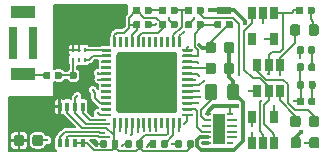
<source format=gbr>
G04 #@! TF.GenerationSoftware,KiCad,Pcbnew,(5.1.5-0-10_14)*
G04 #@! TF.CreationDate,2020-09-25T15:53:29-04:00*
G04 #@! TF.ProjectId,ESLO_RB,45534c4f-5f52-4422-9e6b-696361645f70,rev?*
G04 #@! TF.SameCoordinates,Original*
G04 #@! TF.FileFunction,Copper,L1,Top*
G04 #@! TF.FilePolarity,Positive*
%FSLAX46Y46*%
G04 Gerber Fmt 4.6, Leading zero omitted, Abs format (unit mm)*
G04 Created by KiCad (PCBNEW (5.1.5-0-10_14)) date 2020-09-25 15:53:29*
%MOMM*%
%LPD*%
G04 APERTURE LIST*
%ADD10C,0.200000*%
%ADD11C,0.100000*%
%ADD12R,0.700000X2.800000*%
%ADD13R,2.000000X1.000000*%
%ADD14R,0.250000X0.450000*%
%ADD15R,0.350000X0.800000*%
%ADD16R,0.650000X1.060000*%
%ADD17R,1.000000X2.650000*%
%ADD18R,0.500000X0.250000*%
%ADD19C,0.500000*%
%ADD20C,0.450000*%
%ADD21C,0.254000*%
%ADD22C,0.450000*%
%ADD23C,0.150000*%
%ADD24C,0.300000*%
G04 APERTURE END LIST*
D10*
G36*
X142500000Y-90250000D02*
G01*
X143500000Y-90250000D01*
X143500000Y-90750000D01*
X142500000Y-90750000D01*
X142500000Y-90250000D01*
G37*
X142500000Y-90250000D02*
X143500000Y-90250000D01*
X143500000Y-90750000D01*
X142500000Y-90750000D01*
X142500000Y-90250000D01*
G04 #@! TA.AperFunction,SMDPad,CuDef*
D11*
G36*
X149591958Y-90180710D02*
G01*
X149606276Y-90182834D01*
X149620317Y-90186351D01*
X149633946Y-90191228D01*
X149647031Y-90197417D01*
X149659447Y-90204858D01*
X149671073Y-90213481D01*
X149681798Y-90223202D01*
X149691519Y-90233927D01*
X149700142Y-90245553D01*
X149707583Y-90257969D01*
X149713772Y-90271054D01*
X149718649Y-90284683D01*
X149722166Y-90298724D01*
X149724290Y-90313042D01*
X149725000Y-90327500D01*
X149725000Y-90672500D01*
X149724290Y-90686958D01*
X149722166Y-90701276D01*
X149718649Y-90715317D01*
X149713772Y-90728946D01*
X149707583Y-90742031D01*
X149700142Y-90754447D01*
X149691519Y-90766073D01*
X149681798Y-90776798D01*
X149671073Y-90786519D01*
X149659447Y-90795142D01*
X149647031Y-90802583D01*
X149633946Y-90808772D01*
X149620317Y-90813649D01*
X149606276Y-90817166D01*
X149591958Y-90819290D01*
X149577500Y-90820000D01*
X149282500Y-90820000D01*
X149268042Y-90819290D01*
X149253724Y-90817166D01*
X149239683Y-90813649D01*
X149226054Y-90808772D01*
X149212969Y-90802583D01*
X149200553Y-90795142D01*
X149188927Y-90786519D01*
X149178202Y-90776798D01*
X149168481Y-90766073D01*
X149159858Y-90754447D01*
X149152417Y-90742031D01*
X149146228Y-90728946D01*
X149141351Y-90715317D01*
X149137834Y-90701276D01*
X149135710Y-90686958D01*
X149135000Y-90672500D01*
X149135000Y-90327500D01*
X149135710Y-90313042D01*
X149137834Y-90298724D01*
X149141351Y-90284683D01*
X149146228Y-90271054D01*
X149152417Y-90257969D01*
X149159858Y-90245553D01*
X149168481Y-90233927D01*
X149178202Y-90223202D01*
X149188927Y-90213481D01*
X149200553Y-90204858D01*
X149212969Y-90197417D01*
X149226054Y-90191228D01*
X149239683Y-90186351D01*
X149253724Y-90182834D01*
X149268042Y-90180710D01*
X149282500Y-90180000D01*
X149577500Y-90180000D01*
X149591958Y-90180710D01*
G37*
G04 #@! TD.AperFunction*
G04 #@! TA.AperFunction,SMDPad,CuDef*
G36*
X150561958Y-90180710D02*
G01*
X150576276Y-90182834D01*
X150590317Y-90186351D01*
X150603946Y-90191228D01*
X150617031Y-90197417D01*
X150629447Y-90204858D01*
X150641073Y-90213481D01*
X150651798Y-90223202D01*
X150661519Y-90233927D01*
X150670142Y-90245553D01*
X150677583Y-90257969D01*
X150683772Y-90271054D01*
X150688649Y-90284683D01*
X150692166Y-90298724D01*
X150694290Y-90313042D01*
X150695000Y-90327500D01*
X150695000Y-90672500D01*
X150694290Y-90686958D01*
X150692166Y-90701276D01*
X150688649Y-90715317D01*
X150683772Y-90728946D01*
X150677583Y-90742031D01*
X150670142Y-90754447D01*
X150661519Y-90766073D01*
X150651798Y-90776798D01*
X150641073Y-90786519D01*
X150629447Y-90795142D01*
X150617031Y-90802583D01*
X150603946Y-90808772D01*
X150590317Y-90813649D01*
X150576276Y-90817166D01*
X150561958Y-90819290D01*
X150547500Y-90820000D01*
X150252500Y-90820000D01*
X150238042Y-90819290D01*
X150223724Y-90817166D01*
X150209683Y-90813649D01*
X150196054Y-90808772D01*
X150182969Y-90802583D01*
X150170553Y-90795142D01*
X150158927Y-90786519D01*
X150148202Y-90776798D01*
X150138481Y-90766073D01*
X150129858Y-90754447D01*
X150122417Y-90742031D01*
X150116228Y-90728946D01*
X150111351Y-90715317D01*
X150107834Y-90701276D01*
X150105710Y-90686958D01*
X150105000Y-90672500D01*
X150105000Y-90327500D01*
X150105710Y-90313042D01*
X150107834Y-90298724D01*
X150111351Y-90284683D01*
X150116228Y-90271054D01*
X150122417Y-90257969D01*
X150129858Y-90245553D01*
X150138481Y-90233927D01*
X150148202Y-90223202D01*
X150158927Y-90213481D01*
X150170553Y-90204858D01*
X150182969Y-90197417D01*
X150196054Y-90191228D01*
X150209683Y-90186351D01*
X150223724Y-90182834D01*
X150238042Y-90180710D01*
X150252500Y-90180000D01*
X150547500Y-90180000D01*
X150561958Y-90180710D01*
G37*
G04 #@! TD.AperFunction*
D12*
X125150000Y-93250000D03*
X126850000Y-93250000D03*
D13*
X126000000Y-95850000D03*
X126000000Y-90650000D03*
G04 #@! TA.AperFunction,SMDPad,CuDef*
D11*
G36*
X131381958Y-95680710D02*
G01*
X131396276Y-95682834D01*
X131410317Y-95686351D01*
X131423946Y-95691228D01*
X131437031Y-95697417D01*
X131449447Y-95704858D01*
X131461073Y-95713481D01*
X131471798Y-95723202D01*
X131481519Y-95733927D01*
X131490142Y-95745553D01*
X131497583Y-95757969D01*
X131503772Y-95771054D01*
X131508649Y-95784683D01*
X131512166Y-95798724D01*
X131514290Y-95813042D01*
X131515000Y-95827500D01*
X131515000Y-96172500D01*
X131514290Y-96186958D01*
X131512166Y-96201276D01*
X131508649Y-96215317D01*
X131503772Y-96228946D01*
X131497583Y-96242031D01*
X131490142Y-96254447D01*
X131481519Y-96266073D01*
X131471798Y-96276798D01*
X131461073Y-96286519D01*
X131449447Y-96295142D01*
X131437031Y-96302583D01*
X131423946Y-96308772D01*
X131410317Y-96313649D01*
X131396276Y-96317166D01*
X131381958Y-96319290D01*
X131367500Y-96320000D01*
X131072500Y-96320000D01*
X131058042Y-96319290D01*
X131043724Y-96317166D01*
X131029683Y-96313649D01*
X131016054Y-96308772D01*
X131002969Y-96302583D01*
X130990553Y-96295142D01*
X130978927Y-96286519D01*
X130968202Y-96276798D01*
X130958481Y-96266073D01*
X130949858Y-96254447D01*
X130942417Y-96242031D01*
X130936228Y-96228946D01*
X130931351Y-96215317D01*
X130927834Y-96201276D01*
X130925710Y-96186958D01*
X130925000Y-96172500D01*
X130925000Y-95827500D01*
X130925710Y-95813042D01*
X130927834Y-95798724D01*
X130931351Y-95784683D01*
X130936228Y-95771054D01*
X130942417Y-95757969D01*
X130949858Y-95745553D01*
X130958481Y-95733927D01*
X130968202Y-95723202D01*
X130978927Y-95713481D01*
X130990553Y-95704858D01*
X131002969Y-95697417D01*
X131016054Y-95691228D01*
X131029683Y-95686351D01*
X131043724Y-95682834D01*
X131058042Y-95680710D01*
X131072500Y-95680000D01*
X131367500Y-95680000D01*
X131381958Y-95680710D01*
G37*
G04 #@! TD.AperFunction*
G04 #@! TA.AperFunction,SMDPad,CuDef*
G36*
X130411958Y-95680710D02*
G01*
X130426276Y-95682834D01*
X130440317Y-95686351D01*
X130453946Y-95691228D01*
X130467031Y-95697417D01*
X130479447Y-95704858D01*
X130491073Y-95713481D01*
X130501798Y-95723202D01*
X130511519Y-95733927D01*
X130520142Y-95745553D01*
X130527583Y-95757969D01*
X130533772Y-95771054D01*
X130538649Y-95784683D01*
X130542166Y-95798724D01*
X130544290Y-95813042D01*
X130545000Y-95827500D01*
X130545000Y-96172500D01*
X130544290Y-96186958D01*
X130542166Y-96201276D01*
X130538649Y-96215317D01*
X130533772Y-96228946D01*
X130527583Y-96242031D01*
X130520142Y-96254447D01*
X130511519Y-96266073D01*
X130501798Y-96276798D01*
X130491073Y-96286519D01*
X130479447Y-96295142D01*
X130467031Y-96302583D01*
X130453946Y-96308772D01*
X130440317Y-96313649D01*
X130426276Y-96317166D01*
X130411958Y-96319290D01*
X130397500Y-96320000D01*
X130102500Y-96320000D01*
X130088042Y-96319290D01*
X130073724Y-96317166D01*
X130059683Y-96313649D01*
X130046054Y-96308772D01*
X130032969Y-96302583D01*
X130020553Y-96295142D01*
X130008927Y-96286519D01*
X129998202Y-96276798D01*
X129988481Y-96266073D01*
X129979858Y-96254447D01*
X129972417Y-96242031D01*
X129966228Y-96228946D01*
X129961351Y-96215317D01*
X129957834Y-96201276D01*
X129955710Y-96186958D01*
X129955000Y-96172500D01*
X129955000Y-95827500D01*
X129955710Y-95813042D01*
X129957834Y-95798724D01*
X129961351Y-95784683D01*
X129966228Y-95771054D01*
X129972417Y-95757969D01*
X129979858Y-95745553D01*
X129988481Y-95733927D01*
X129998202Y-95723202D01*
X130008927Y-95713481D01*
X130020553Y-95704858D01*
X130032969Y-95697417D01*
X130046054Y-95691228D01*
X130059683Y-95686351D01*
X130073724Y-95682834D01*
X130088042Y-95680710D01*
X130102500Y-95680000D01*
X130397500Y-95680000D01*
X130411958Y-95680710D01*
G37*
G04 #@! TD.AperFunction*
G04 #@! TA.AperFunction,SMDPad,CuDef*
G36*
X128191958Y-95680710D02*
G01*
X128206276Y-95682834D01*
X128220317Y-95686351D01*
X128233946Y-95691228D01*
X128247031Y-95697417D01*
X128259447Y-95704858D01*
X128271073Y-95713481D01*
X128281798Y-95723202D01*
X128291519Y-95733927D01*
X128300142Y-95745553D01*
X128307583Y-95757969D01*
X128313772Y-95771054D01*
X128318649Y-95784683D01*
X128322166Y-95798724D01*
X128324290Y-95813042D01*
X128325000Y-95827500D01*
X128325000Y-96172500D01*
X128324290Y-96186958D01*
X128322166Y-96201276D01*
X128318649Y-96215317D01*
X128313772Y-96228946D01*
X128307583Y-96242031D01*
X128300142Y-96254447D01*
X128291519Y-96266073D01*
X128281798Y-96276798D01*
X128271073Y-96286519D01*
X128259447Y-96295142D01*
X128247031Y-96302583D01*
X128233946Y-96308772D01*
X128220317Y-96313649D01*
X128206276Y-96317166D01*
X128191958Y-96319290D01*
X128177500Y-96320000D01*
X127882500Y-96320000D01*
X127868042Y-96319290D01*
X127853724Y-96317166D01*
X127839683Y-96313649D01*
X127826054Y-96308772D01*
X127812969Y-96302583D01*
X127800553Y-96295142D01*
X127788927Y-96286519D01*
X127778202Y-96276798D01*
X127768481Y-96266073D01*
X127759858Y-96254447D01*
X127752417Y-96242031D01*
X127746228Y-96228946D01*
X127741351Y-96215317D01*
X127737834Y-96201276D01*
X127735710Y-96186958D01*
X127735000Y-96172500D01*
X127735000Y-95827500D01*
X127735710Y-95813042D01*
X127737834Y-95798724D01*
X127741351Y-95784683D01*
X127746228Y-95771054D01*
X127752417Y-95757969D01*
X127759858Y-95745553D01*
X127768481Y-95733927D01*
X127778202Y-95723202D01*
X127788927Y-95713481D01*
X127800553Y-95704858D01*
X127812969Y-95697417D01*
X127826054Y-95691228D01*
X127839683Y-95686351D01*
X127853724Y-95682834D01*
X127868042Y-95680710D01*
X127882500Y-95680000D01*
X128177500Y-95680000D01*
X128191958Y-95680710D01*
G37*
G04 #@! TD.AperFunction*
G04 #@! TA.AperFunction,SMDPad,CuDef*
G36*
X129161958Y-95680710D02*
G01*
X129176276Y-95682834D01*
X129190317Y-95686351D01*
X129203946Y-95691228D01*
X129217031Y-95697417D01*
X129229447Y-95704858D01*
X129241073Y-95713481D01*
X129251798Y-95723202D01*
X129261519Y-95733927D01*
X129270142Y-95745553D01*
X129277583Y-95757969D01*
X129283772Y-95771054D01*
X129288649Y-95784683D01*
X129292166Y-95798724D01*
X129294290Y-95813042D01*
X129295000Y-95827500D01*
X129295000Y-96172500D01*
X129294290Y-96186958D01*
X129292166Y-96201276D01*
X129288649Y-96215317D01*
X129283772Y-96228946D01*
X129277583Y-96242031D01*
X129270142Y-96254447D01*
X129261519Y-96266073D01*
X129251798Y-96276798D01*
X129241073Y-96286519D01*
X129229447Y-96295142D01*
X129217031Y-96302583D01*
X129203946Y-96308772D01*
X129190317Y-96313649D01*
X129176276Y-96317166D01*
X129161958Y-96319290D01*
X129147500Y-96320000D01*
X128852500Y-96320000D01*
X128838042Y-96319290D01*
X128823724Y-96317166D01*
X128809683Y-96313649D01*
X128796054Y-96308772D01*
X128782969Y-96302583D01*
X128770553Y-96295142D01*
X128758927Y-96286519D01*
X128748202Y-96276798D01*
X128738481Y-96266073D01*
X128729858Y-96254447D01*
X128722417Y-96242031D01*
X128716228Y-96228946D01*
X128711351Y-96215317D01*
X128707834Y-96201276D01*
X128705710Y-96186958D01*
X128705000Y-96172500D01*
X128705000Y-95827500D01*
X128705710Y-95813042D01*
X128707834Y-95798724D01*
X128711351Y-95784683D01*
X128716228Y-95771054D01*
X128722417Y-95757969D01*
X128729858Y-95745553D01*
X128738481Y-95733927D01*
X128748202Y-95723202D01*
X128758927Y-95713481D01*
X128770553Y-95704858D01*
X128782969Y-95697417D01*
X128796054Y-95691228D01*
X128809683Y-95686351D01*
X128823724Y-95682834D01*
X128838042Y-95680710D01*
X128852500Y-95680000D01*
X129147500Y-95680000D01*
X129161958Y-95680710D01*
G37*
G04 #@! TD.AperFunction*
G04 #@! TA.AperFunction,SMDPad,CuDef*
G36*
X133818626Y-92725301D02*
G01*
X133824693Y-92726201D01*
X133830643Y-92727691D01*
X133836418Y-92729758D01*
X133841962Y-92732380D01*
X133847223Y-92735533D01*
X133852150Y-92739187D01*
X133856694Y-92743306D01*
X133860813Y-92747850D01*
X133864467Y-92752777D01*
X133867620Y-92758038D01*
X133870242Y-92763582D01*
X133872309Y-92769357D01*
X133873799Y-92775307D01*
X133874699Y-92781374D01*
X133875000Y-92787500D01*
X133875000Y-93537500D01*
X133874699Y-93543626D01*
X133873799Y-93549693D01*
X133872309Y-93555643D01*
X133870242Y-93561418D01*
X133867620Y-93566962D01*
X133864467Y-93572223D01*
X133860813Y-93577150D01*
X133856694Y-93581694D01*
X133852150Y-93585813D01*
X133847223Y-93589467D01*
X133841962Y-93592620D01*
X133836418Y-93595242D01*
X133830643Y-93597309D01*
X133824693Y-93598799D01*
X133818626Y-93599699D01*
X133812500Y-93600000D01*
X133687500Y-93600000D01*
X133681374Y-93599699D01*
X133675307Y-93598799D01*
X133669357Y-93597309D01*
X133663582Y-93595242D01*
X133658038Y-93592620D01*
X133652777Y-93589467D01*
X133647850Y-93585813D01*
X133643306Y-93581694D01*
X133639187Y-93577150D01*
X133635533Y-93572223D01*
X133632380Y-93566962D01*
X133629758Y-93561418D01*
X133627691Y-93555643D01*
X133626201Y-93549693D01*
X133625301Y-93543626D01*
X133625000Y-93537500D01*
X133625000Y-92787500D01*
X133625301Y-92781374D01*
X133626201Y-92775307D01*
X133627691Y-92769357D01*
X133629758Y-92763582D01*
X133632380Y-92758038D01*
X133635533Y-92752777D01*
X133639187Y-92747850D01*
X133643306Y-92743306D01*
X133647850Y-92739187D01*
X133652777Y-92735533D01*
X133658038Y-92732380D01*
X133663582Y-92729758D01*
X133669357Y-92727691D01*
X133675307Y-92726201D01*
X133681374Y-92725301D01*
X133687500Y-92725000D01*
X133812500Y-92725000D01*
X133818626Y-92725301D01*
G37*
G04 #@! TD.AperFunction*
G04 #@! TA.AperFunction,SMDPad,CuDef*
G36*
X134318626Y-92725301D02*
G01*
X134324693Y-92726201D01*
X134330643Y-92727691D01*
X134336418Y-92729758D01*
X134341962Y-92732380D01*
X134347223Y-92735533D01*
X134352150Y-92739187D01*
X134356694Y-92743306D01*
X134360813Y-92747850D01*
X134364467Y-92752777D01*
X134367620Y-92758038D01*
X134370242Y-92763582D01*
X134372309Y-92769357D01*
X134373799Y-92775307D01*
X134374699Y-92781374D01*
X134375000Y-92787500D01*
X134375000Y-93537500D01*
X134374699Y-93543626D01*
X134373799Y-93549693D01*
X134372309Y-93555643D01*
X134370242Y-93561418D01*
X134367620Y-93566962D01*
X134364467Y-93572223D01*
X134360813Y-93577150D01*
X134356694Y-93581694D01*
X134352150Y-93585813D01*
X134347223Y-93589467D01*
X134341962Y-93592620D01*
X134336418Y-93595242D01*
X134330643Y-93597309D01*
X134324693Y-93598799D01*
X134318626Y-93599699D01*
X134312500Y-93600000D01*
X134187500Y-93600000D01*
X134181374Y-93599699D01*
X134175307Y-93598799D01*
X134169357Y-93597309D01*
X134163582Y-93595242D01*
X134158038Y-93592620D01*
X134152777Y-93589467D01*
X134147850Y-93585813D01*
X134143306Y-93581694D01*
X134139187Y-93577150D01*
X134135533Y-93572223D01*
X134132380Y-93566962D01*
X134129758Y-93561418D01*
X134127691Y-93555643D01*
X134126201Y-93549693D01*
X134125301Y-93543626D01*
X134125000Y-93537500D01*
X134125000Y-92787500D01*
X134125301Y-92781374D01*
X134126201Y-92775307D01*
X134127691Y-92769357D01*
X134129758Y-92763582D01*
X134132380Y-92758038D01*
X134135533Y-92752777D01*
X134139187Y-92747850D01*
X134143306Y-92743306D01*
X134147850Y-92739187D01*
X134152777Y-92735533D01*
X134158038Y-92732380D01*
X134163582Y-92729758D01*
X134169357Y-92727691D01*
X134175307Y-92726201D01*
X134181374Y-92725301D01*
X134187500Y-92725000D01*
X134312500Y-92725000D01*
X134318626Y-92725301D01*
G37*
G04 #@! TD.AperFunction*
G04 #@! TA.AperFunction,SMDPad,CuDef*
G36*
X134818626Y-92725301D02*
G01*
X134824693Y-92726201D01*
X134830643Y-92727691D01*
X134836418Y-92729758D01*
X134841962Y-92732380D01*
X134847223Y-92735533D01*
X134852150Y-92739187D01*
X134856694Y-92743306D01*
X134860813Y-92747850D01*
X134864467Y-92752777D01*
X134867620Y-92758038D01*
X134870242Y-92763582D01*
X134872309Y-92769357D01*
X134873799Y-92775307D01*
X134874699Y-92781374D01*
X134875000Y-92787500D01*
X134875000Y-93537500D01*
X134874699Y-93543626D01*
X134873799Y-93549693D01*
X134872309Y-93555643D01*
X134870242Y-93561418D01*
X134867620Y-93566962D01*
X134864467Y-93572223D01*
X134860813Y-93577150D01*
X134856694Y-93581694D01*
X134852150Y-93585813D01*
X134847223Y-93589467D01*
X134841962Y-93592620D01*
X134836418Y-93595242D01*
X134830643Y-93597309D01*
X134824693Y-93598799D01*
X134818626Y-93599699D01*
X134812500Y-93600000D01*
X134687500Y-93600000D01*
X134681374Y-93599699D01*
X134675307Y-93598799D01*
X134669357Y-93597309D01*
X134663582Y-93595242D01*
X134658038Y-93592620D01*
X134652777Y-93589467D01*
X134647850Y-93585813D01*
X134643306Y-93581694D01*
X134639187Y-93577150D01*
X134635533Y-93572223D01*
X134632380Y-93566962D01*
X134629758Y-93561418D01*
X134627691Y-93555643D01*
X134626201Y-93549693D01*
X134625301Y-93543626D01*
X134625000Y-93537500D01*
X134625000Y-92787500D01*
X134625301Y-92781374D01*
X134626201Y-92775307D01*
X134627691Y-92769357D01*
X134629758Y-92763582D01*
X134632380Y-92758038D01*
X134635533Y-92752777D01*
X134639187Y-92747850D01*
X134643306Y-92743306D01*
X134647850Y-92739187D01*
X134652777Y-92735533D01*
X134658038Y-92732380D01*
X134663582Y-92729758D01*
X134669357Y-92727691D01*
X134675307Y-92726201D01*
X134681374Y-92725301D01*
X134687500Y-92725000D01*
X134812500Y-92725000D01*
X134818626Y-92725301D01*
G37*
G04 #@! TD.AperFunction*
G04 #@! TA.AperFunction,SMDPad,CuDef*
G36*
X135318626Y-92725301D02*
G01*
X135324693Y-92726201D01*
X135330643Y-92727691D01*
X135336418Y-92729758D01*
X135341962Y-92732380D01*
X135347223Y-92735533D01*
X135352150Y-92739187D01*
X135356694Y-92743306D01*
X135360813Y-92747850D01*
X135364467Y-92752777D01*
X135367620Y-92758038D01*
X135370242Y-92763582D01*
X135372309Y-92769357D01*
X135373799Y-92775307D01*
X135374699Y-92781374D01*
X135375000Y-92787500D01*
X135375000Y-93537500D01*
X135374699Y-93543626D01*
X135373799Y-93549693D01*
X135372309Y-93555643D01*
X135370242Y-93561418D01*
X135367620Y-93566962D01*
X135364467Y-93572223D01*
X135360813Y-93577150D01*
X135356694Y-93581694D01*
X135352150Y-93585813D01*
X135347223Y-93589467D01*
X135341962Y-93592620D01*
X135336418Y-93595242D01*
X135330643Y-93597309D01*
X135324693Y-93598799D01*
X135318626Y-93599699D01*
X135312500Y-93600000D01*
X135187500Y-93600000D01*
X135181374Y-93599699D01*
X135175307Y-93598799D01*
X135169357Y-93597309D01*
X135163582Y-93595242D01*
X135158038Y-93592620D01*
X135152777Y-93589467D01*
X135147850Y-93585813D01*
X135143306Y-93581694D01*
X135139187Y-93577150D01*
X135135533Y-93572223D01*
X135132380Y-93566962D01*
X135129758Y-93561418D01*
X135127691Y-93555643D01*
X135126201Y-93549693D01*
X135125301Y-93543626D01*
X135125000Y-93537500D01*
X135125000Y-92787500D01*
X135125301Y-92781374D01*
X135126201Y-92775307D01*
X135127691Y-92769357D01*
X135129758Y-92763582D01*
X135132380Y-92758038D01*
X135135533Y-92752777D01*
X135139187Y-92747850D01*
X135143306Y-92743306D01*
X135147850Y-92739187D01*
X135152777Y-92735533D01*
X135158038Y-92732380D01*
X135163582Y-92729758D01*
X135169357Y-92727691D01*
X135175307Y-92726201D01*
X135181374Y-92725301D01*
X135187500Y-92725000D01*
X135312500Y-92725000D01*
X135318626Y-92725301D01*
G37*
G04 #@! TD.AperFunction*
G04 #@! TA.AperFunction,SMDPad,CuDef*
G36*
X135818626Y-92725301D02*
G01*
X135824693Y-92726201D01*
X135830643Y-92727691D01*
X135836418Y-92729758D01*
X135841962Y-92732380D01*
X135847223Y-92735533D01*
X135852150Y-92739187D01*
X135856694Y-92743306D01*
X135860813Y-92747850D01*
X135864467Y-92752777D01*
X135867620Y-92758038D01*
X135870242Y-92763582D01*
X135872309Y-92769357D01*
X135873799Y-92775307D01*
X135874699Y-92781374D01*
X135875000Y-92787500D01*
X135875000Y-93537500D01*
X135874699Y-93543626D01*
X135873799Y-93549693D01*
X135872309Y-93555643D01*
X135870242Y-93561418D01*
X135867620Y-93566962D01*
X135864467Y-93572223D01*
X135860813Y-93577150D01*
X135856694Y-93581694D01*
X135852150Y-93585813D01*
X135847223Y-93589467D01*
X135841962Y-93592620D01*
X135836418Y-93595242D01*
X135830643Y-93597309D01*
X135824693Y-93598799D01*
X135818626Y-93599699D01*
X135812500Y-93600000D01*
X135687500Y-93600000D01*
X135681374Y-93599699D01*
X135675307Y-93598799D01*
X135669357Y-93597309D01*
X135663582Y-93595242D01*
X135658038Y-93592620D01*
X135652777Y-93589467D01*
X135647850Y-93585813D01*
X135643306Y-93581694D01*
X135639187Y-93577150D01*
X135635533Y-93572223D01*
X135632380Y-93566962D01*
X135629758Y-93561418D01*
X135627691Y-93555643D01*
X135626201Y-93549693D01*
X135625301Y-93543626D01*
X135625000Y-93537500D01*
X135625000Y-92787500D01*
X135625301Y-92781374D01*
X135626201Y-92775307D01*
X135627691Y-92769357D01*
X135629758Y-92763582D01*
X135632380Y-92758038D01*
X135635533Y-92752777D01*
X135639187Y-92747850D01*
X135643306Y-92743306D01*
X135647850Y-92739187D01*
X135652777Y-92735533D01*
X135658038Y-92732380D01*
X135663582Y-92729758D01*
X135669357Y-92727691D01*
X135675307Y-92726201D01*
X135681374Y-92725301D01*
X135687500Y-92725000D01*
X135812500Y-92725000D01*
X135818626Y-92725301D01*
G37*
G04 #@! TD.AperFunction*
G04 #@! TA.AperFunction,SMDPad,CuDef*
G36*
X136318626Y-92725301D02*
G01*
X136324693Y-92726201D01*
X136330643Y-92727691D01*
X136336418Y-92729758D01*
X136341962Y-92732380D01*
X136347223Y-92735533D01*
X136352150Y-92739187D01*
X136356694Y-92743306D01*
X136360813Y-92747850D01*
X136364467Y-92752777D01*
X136367620Y-92758038D01*
X136370242Y-92763582D01*
X136372309Y-92769357D01*
X136373799Y-92775307D01*
X136374699Y-92781374D01*
X136375000Y-92787500D01*
X136375000Y-93537500D01*
X136374699Y-93543626D01*
X136373799Y-93549693D01*
X136372309Y-93555643D01*
X136370242Y-93561418D01*
X136367620Y-93566962D01*
X136364467Y-93572223D01*
X136360813Y-93577150D01*
X136356694Y-93581694D01*
X136352150Y-93585813D01*
X136347223Y-93589467D01*
X136341962Y-93592620D01*
X136336418Y-93595242D01*
X136330643Y-93597309D01*
X136324693Y-93598799D01*
X136318626Y-93599699D01*
X136312500Y-93600000D01*
X136187500Y-93600000D01*
X136181374Y-93599699D01*
X136175307Y-93598799D01*
X136169357Y-93597309D01*
X136163582Y-93595242D01*
X136158038Y-93592620D01*
X136152777Y-93589467D01*
X136147850Y-93585813D01*
X136143306Y-93581694D01*
X136139187Y-93577150D01*
X136135533Y-93572223D01*
X136132380Y-93566962D01*
X136129758Y-93561418D01*
X136127691Y-93555643D01*
X136126201Y-93549693D01*
X136125301Y-93543626D01*
X136125000Y-93537500D01*
X136125000Y-92787500D01*
X136125301Y-92781374D01*
X136126201Y-92775307D01*
X136127691Y-92769357D01*
X136129758Y-92763582D01*
X136132380Y-92758038D01*
X136135533Y-92752777D01*
X136139187Y-92747850D01*
X136143306Y-92743306D01*
X136147850Y-92739187D01*
X136152777Y-92735533D01*
X136158038Y-92732380D01*
X136163582Y-92729758D01*
X136169357Y-92727691D01*
X136175307Y-92726201D01*
X136181374Y-92725301D01*
X136187500Y-92725000D01*
X136312500Y-92725000D01*
X136318626Y-92725301D01*
G37*
G04 #@! TD.AperFunction*
G04 #@! TA.AperFunction,SMDPad,CuDef*
G36*
X136818626Y-92725301D02*
G01*
X136824693Y-92726201D01*
X136830643Y-92727691D01*
X136836418Y-92729758D01*
X136841962Y-92732380D01*
X136847223Y-92735533D01*
X136852150Y-92739187D01*
X136856694Y-92743306D01*
X136860813Y-92747850D01*
X136864467Y-92752777D01*
X136867620Y-92758038D01*
X136870242Y-92763582D01*
X136872309Y-92769357D01*
X136873799Y-92775307D01*
X136874699Y-92781374D01*
X136875000Y-92787500D01*
X136875000Y-93537500D01*
X136874699Y-93543626D01*
X136873799Y-93549693D01*
X136872309Y-93555643D01*
X136870242Y-93561418D01*
X136867620Y-93566962D01*
X136864467Y-93572223D01*
X136860813Y-93577150D01*
X136856694Y-93581694D01*
X136852150Y-93585813D01*
X136847223Y-93589467D01*
X136841962Y-93592620D01*
X136836418Y-93595242D01*
X136830643Y-93597309D01*
X136824693Y-93598799D01*
X136818626Y-93599699D01*
X136812500Y-93600000D01*
X136687500Y-93600000D01*
X136681374Y-93599699D01*
X136675307Y-93598799D01*
X136669357Y-93597309D01*
X136663582Y-93595242D01*
X136658038Y-93592620D01*
X136652777Y-93589467D01*
X136647850Y-93585813D01*
X136643306Y-93581694D01*
X136639187Y-93577150D01*
X136635533Y-93572223D01*
X136632380Y-93566962D01*
X136629758Y-93561418D01*
X136627691Y-93555643D01*
X136626201Y-93549693D01*
X136625301Y-93543626D01*
X136625000Y-93537500D01*
X136625000Y-92787500D01*
X136625301Y-92781374D01*
X136626201Y-92775307D01*
X136627691Y-92769357D01*
X136629758Y-92763582D01*
X136632380Y-92758038D01*
X136635533Y-92752777D01*
X136639187Y-92747850D01*
X136643306Y-92743306D01*
X136647850Y-92739187D01*
X136652777Y-92735533D01*
X136658038Y-92732380D01*
X136663582Y-92729758D01*
X136669357Y-92727691D01*
X136675307Y-92726201D01*
X136681374Y-92725301D01*
X136687500Y-92725000D01*
X136812500Y-92725000D01*
X136818626Y-92725301D01*
G37*
G04 #@! TD.AperFunction*
G04 #@! TA.AperFunction,SMDPad,CuDef*
G36*
X137318626Y-92725301D02*
G01*
X137324693Y-92726201D01*
X137330643Y-92727691D01*
X137336418Y-92729758D01*
X137341962Y-92732380D01*
X137347223Y-92735533D01*
X137352150Y-92739187D01*
X137356694Y-92743306D01*
X137360813Y-92747850D01*
X137364467Y-92752777D01*
X137367620Y-92758038D01*
X137370242Y-92763582D01*
X137372309Y-92769357D01*
X137373799Y-92775307D01*
X137374699Y-92781374D01*
X137375000Y-92787500D01*
X137375000Y-93537500D01*
X137374699Y-93543626D01*
X137373799Y-93549693D01*
X137372309Y-93555643D01*
X137370242Y-93561418D01*
X137367620Y-93566962D01*
X137364467Y-93572223D01*
X137360813Y-93577150D01*
X137356694Y-93581694D01*
X137352150Y-93585813D01*
X137347223Y-93589467D01*
X137341962Y-93592620D01*
X137336418Y-93595242D01*
X137330643Y-93597309D01*
X137324693Y-93598799D01*
X137318626Y-93599699D01*
X137312500Y-93600000D01*
X137187500Y-93600000D01*
X137181374Y-93599699D01*
X137175307Y-93598799D01*
X137169357Y-93597309D01*
X137163582Y-93595242D01*
X137158038Y-93592620D01*
X137152777Y-93589467D01*
X137147850Y-93585813D01*
X137143306Y-93581694D01*
X137139187Y-93577150D01*
X137135533Y-93572223D01*
X137132380Y-93566962D01*
X137129758Y-93561418D01*
X137127691Y-93555643D01*
X137126201Y-93549693D01*
X137125301Y-93543626D01*
X137125000Y-93537500D01*
X137125000Y-92787500D01*
X137125301Y-92781374D01*
X137126201Y-92775307D01*
X137127691Y-92769357D01*
X137129758Y-92763582D01*
X137132380Y-92758038D01*
X137135533Y-92752777D01*
X137139187Y-92747850D01*
X137143306Y-92743306D01*
X137147850Y-92739187D01*
X137152777Y-92735533D01*
X137158038Y-92732380D01*
X137163582Y-92729758D01*
X137169357Y-92727691D01*
X137175307Y-92726201D01*
X137181374Y-92725301D01*
X137187500Y-92725000D01*
X137312500Y-92725000D01*
X137318626Y-92725301D01*
G37*
G04 #@! TD.AperFunction*
G04 #@! TA.AperFunction,SMDPad,CuDef*
G36*
X137818626Y-92725301D02*
G01*
X137824693Y-92726201D01*
X137830643Y-92727691D01*
X137836418Y-92729758D01*
X137841962Y-92732380D01*
X137847223Y-92735533D01*
X137852150Y-92739187D01*
X137856694Y-92743306D01*
X137860813Y-92747850D01*
X137864467Y-92752777D01*
X137867620Y-92758038D01*
X137870242Y-92763582D01*
X137872309Y-92769357D01*
X137873799Y-92775307D01*
X137874699Y-92781374D01*
X137875000Y-92787500D01*
X137875000Y-93537500D01*
X137874699Y-93543626D01*
X137873799Y-93549693D01*
X137872309Y-93555643D01*
X137870242Y-93561418D01*
X137867620Y-93566962D01*
X137864467Y-93572223D01*
X137860813Y-93577150D01*
X137856694Y-93581694D01*
X137852150Y-93585813D01*
X137847223Y-93589467D01*
X137841962Y-93592620D01*
X137836418Y-93595242D01*
X137830643Y-93597309D01*
X137824693Y-93598799D01*
X137818626Y-93599699D01*
X137812500Y-93600000D01*
X137687500Y-93600000D01*
X137681374Y-93599699D01*
X137675307Y-93598799D01*
X137669357Y-93597309D01*
X137663582Y-93595242D01*
X137658038Y-93592620D01*
X137652777Y-93589467D01*
X137647850Y-93585813D01*
X137643306Y-93581694D01*
X137639187Y-93577150D01*
X137635533Y-93572223D01*
X137632380Y-93566962D01*
X137629758Y-93561418D01*
X137627691Y-93555643D01*
X137626201Y-93549693D01*
X137625301Y-93543626D01*
X137625000Y-93537500D01*
X137625000Y-92787500D01*
X137625301Y-92781374D01*
X137626201Y-92775307D01*
X137627691Y-92769357D01*
X137629758Y-92763582D01*
X137632380Y-92758038D01*
X137635533Y-92752777D01*
X137639187Y-92747850D01*
X137643306Y-92743306D01*
X137647850Y-92739187D01*
X137652777Y-92735533D01*
X137658038Y-92732380D01*
X137663582Y-92729758D01*
X137669357Y-92727691D01*
X137675307Y-92726201D01*
X137681374Y-92725301D01*
X137687500Y-92725000D01*
X137812500Y-92725000D01*
X137818626Y-92725301D01*
G37*
G04 #@! TD.AperFunction*
G04 #@! TA.AperFunction,SMDPad,CuDef*
G36*
X138318626Y-92725301D02*
G01*
X138324693Y-92726201D01*
X138330643Y-92727691D01*
X138336418Y-92729758D01*
X138341962Y-92732380D01*
X138347223Y-92735533D01*
X138352150Y-92739187D01*
X138356694Y-92743306D01*
X138360813Y-92747850D01*
X138364467Y-92752777D01*
X138367620Y-92758038D01*
X138370242Y-92763582D01*
X138372309Y-92769357D01*
X138373799Y-92775307D01*
X138374699Y-92781374D01*
X138375000Y-92787500D01*
X138375000Y-93537500D01*
X138374699Y-93543626D01*
X138373799Y-93549693D01*
X138372309Y-93555643D01*
X138370242Y-93561418D01*
X138367620Y-93566962D01*
X138364467Y-93572223D01*
X138360813Y-93577150D01*
X138356694Y-93581694D01*
X138352150Y-93585813D01*
X138347223Y-93589467D01*
X138341962Y-93592620D01*
X138336418Y-93595242D01*
X138330643Y-93597309D01*
X138324693Y-93598799D01*
X138318626Y-93599699D01*
X138312500Y-93600000D01*
X138187500Y-93600000D01*
X138181374Y-93599699D01*
X138175307Y-93598799D01*
X138169357Y-93597309D01*
X138163582Y-93595242D01*
X138158038Y-93592620D01*
X138152777Y-93589467D01*
X138147850Y-93585813D01*
X138143306Y-93581694D01*
X138139187Y-93577150D01*
X138135533Y-93572223D01*
X138132380Y-93566962D01*
X138129758Y-93561418D01*
X138127691Y-93555643D01*
X138126201Y-93549693D01*
X138125301Y-93543626D01*
X138125000Y-93537500D01*
X138125000Y-92787500D01*
X138125301Y-92781374D01*
X138126201Y-92775307D01*
X138127691Y-92769357D01*
X138129758Y-92763582D01*
X138132380Y-92758038D01*
X138135533Y-92752777D01*
X138139187Y-92747850D01*
X138143306Y-92743306D01*
X138147850Y-92739187D01*
X138152777Y-92735533D01*
X138158038Y-92732380D01*
X138163582Y-92729758D01*
X138169357Y-92727691D01*
X138175307Y-92726201D01*
X138181374Y-92725301D01*
X138187500Y-92725000D01*
X138312500Y-92725000D01*
X138318626Y-92725301D01*
G37*
G04 #@! TD.AperFunction*
G04 #@! TA.AperFunction,SMDPad,CuDef*
G36*
X138818626Y-92725301D02*
G01*
X138824693Y-92726201D01*
X138830643Y-92727691D01*
X138836418Y-92729758D01*
X138841962Y-92732380D01*
X138847223Y-92735533D01*
X138852150Y-92739187D01*
X138856694Y-92743306D01*
X138860813Y-92747850D01*
X138864467Y-92752777D01*
X138867620Y-92758038D01*
X138870242Y-92763582D01*
X138872309Y-92769357D01*
X138873799Y-92775307D01*
X138874699Y-92781374D01*
X138875000Y-92787500D01*
X138875000Y-93537500D01*
X138874699Y-93543626D01*
X138873799Y-93549693D01*
X138872309Y-93555643D01*
X138870242Y-93561418D01*
X138867620Y-93566962D01*
X138864467Y-93572223D01*
X138860813Y-93577150D01*
X138856694Y-93581694D01*
X138852150Y-93585813D01*
X138847223Y-93589467D01*
X138841962Y-93592620D01*
X138836418Y-93595242D01*
X138830643Y-93597309D01*
X138824693Y-93598799D01*
X138818626Y-93599699D01*
X138812500Y-93600000D01*
X138687500Y-93600000D01*
X138681374Y-93599699D01*
X138675307Y-93598799D01*
X138669357Y-93597309D01*
X138663582Y-93595242D01*
X138658038Y-93592620D01*
X138652777Y-93589467D01*
X138647850Y-93585813D01*
X138643306Y-93581694D01*
X138639187Y-93577150D01*
X138635533Y-93572223D01*
X138632380Y-93566962D01*
X138629758Y-93561418D01*
X138627691Y-93555643D01*
X138626201Y-93549693D01*
X138625301Y-93543626D01*
X138625000Y-93537500D01*
X138625000Y-92787500D01*
X138625301Y-92781374D01*
X138626201Y-92775307D01*
X138627691Y-92769357D01*
X138629758Y-92763582D01*
X138632380Y-92758038D01*
X138635533Y-92752777D01*
X138639187Y-92747850D01*
X138643306Y-92743306D01*
X138647850Y-92739187D01*
X138652777Y-92735533D01*
X138658038Y-92732380D01*
X138663582Y-92729758D01*
X138669357Y-92727691D01*
X138675307Y-92726201D01*
X138681374Y-92725301D01*
X138687500Y-92725000D01*
X138812500Y-92725000D01*
X138818626Y-92725301D01*
G37*
G04 #@! TD.AperFunction*
G04 #@! TA.AperFunction,SMDPad,CuDef*
G36*
X139318626Y-92725301D02*
G01*
X139324693Y-92726201D01*
X139330643Y-92727691D01*
X139336418Y-92729758D01*
X139341962Y-92732380D01*
X139347223Y-92735533D01*
X139352150Y-92739187D01*
X139356694Y-92743306D01*
X139360813Y-92747850D01*
X139364467Y-92752777D01*
X139367620Y-92758038D01*
X139370242Y-92763582D01*
X139372309Y-92769357D01*
X139373799Y-92775307D01*
X139374699Y-92781374D01*
X139375000Y-92787500D01*
X139375000Y-93537500D01*
X139374699Y-93543626D01*
X139373799Y-93549693D01*
X139372309Y-93555643D01*
X139370242Y-93561418D01*
X139367620Y-93566962D01*
X139364467Y-93572223D01*
X139360813Y-93577150D01*
X139356694Y-93581694D01*
X139352150Y-93585813D01*
X139347223Y-93589467D01*
X139341962Y-93592620D01*
X139336418Y-93595242D01*
X139330643Y-93597309D01*
X139324693Y-93598799D01*
X139318626Y-93599699D01*
X139312500Y-93600000D01*
X139187500Y-93600000D01*
X139181374Y-93599699D01*
X139175307Y-93598799D01*
X139169357Y-93597309D01*
X139163582Y-93595242D01*
X139158038Y-93592620D01*
X139152777Y-93589467D01*
X139147850Y-93585813D01*
X139143306Y-93581694D01*
X139139187Y-93577150D01*
X139135533Y-93572223D01*
X139132380Y-93566962D01*
X139129758Y-93561418D01*
X139127691Y-93555643D01*
X139126201Y-93549693D01*
X139125301Y-93543626D01*
X139125000Y-93537500D01*
X139125000Y-92787500D01*
X139125301Y-92781374D01*
X139126201Y-92775307D01*
X139127691Y-92769357D01*
X139129758Y-92763582D01*
X139132380Y-92758038D01*
X139135533Y-92752777D01*
X139139187Y-92747850D01*
X139143306Y-92743306D01*
X139147850Y-92739187D01*
X139152777Y-92735533D01*
X139158038Y-92732380D01*
X139163582Y-92729758D01*
X139169357Y-92727691D01*
X139175307Y-92726201D01*
X139181374Y-92725301D01*
X139187500Y-92725000D01*
X139312500Y-92725000D01*
X139318626Y-92725301D01*
G37*
G04 #@! TD.AperFunction*
G04 #@! TA.AperFunction,SMDPad,CuDef*
G36*
X140318626Y-93725301D02*
G01*
X140324693Y-93726201D01*
X140330643Y-93727691D01*
X140336418Y-93729758D01*
X140341962Y-93732380D01*
X140347223Y-93735533D01*
X140352150Y-93739187D01*
X140356694Y-93743306D01*
X140360813Y-93747850D01*
X140364467Y-93752777D01*
X140367620Y-93758038D01*
X140370242Y-93763582D01*
X140372309Y-93769357D01*
X140373799Y-93775307D01*
X140374699Y-93781374D01*
X140375000Y-93787500D01*
X140375000Y-93912500D01*
X140374699Y-93918626D01*
X140373799Y-93924693D01*
X140372309Y-93930643D01*
X140370242Y-93936418D01*
X140367620Y-93941962D01*
X140364467Y-93947223D01*
X140360813Y-93952150D01*
X140356694Y-93956694D01*
X140352150Y-93960813D01*
X140347223Y-93964467D01*
X140341962Y-93967620D01*
X140336418Y-93970242D01*
X140330643Y-93972309D01*
X140324693Y-93973799D01*
X140318626Y-93974699D01*
X140312500Y-93975000D01*
X139562500Y-93975000D01*
X139556374Y-93974699D01*
X139550307Y-93973799D01*
X139544357Y-93972309D01*
X139538582Y-93970242D01*
X139533038Y-93967620D01*
X139527777Y-93964467D01*
X139522850Y-93960813D01*
X139518306Y-93956694D01*
X139514187Y-93952150D01*
X139510533Y-93947223D01*
X139507380Y-93941962D01*
X139504758Y-93936418D01*
X139502691Y-93930643D01*
X139501201Y-93924693D01*
X139500301Y-93918626D01*
X139500000Y-93912500D01*
X139500000Y-93787500D01*
X139500301Y-93781374D01*
X139501201Y-93775307D01*
X139502691Y-93769357D01*
X139504758Y-93763582D01*
X139507380Y-93758038D01*
X139510533Y-93752777D01*
X139514187Y-93747850D01*
X139518306Y-93743306D01*
X139522850Y-93739187D01*
X139527777Y-93735533D01*
X139533038Y-93732380D01*
X139538582Y-93729758D01*
X139544357Y-93727691D01*
X139550307Y-93726201D01*
X139556374Y-93725301D01*
X139562500Y-93725000D01*
X140312500Y-93725000D01*
X140318626Y-93725301D01*
G37*
G04 #@! TD.AperFunction*
G04 #@! TA.AperFunction,SMDPad,CuDef*
G36*
X140318626Y-94225301D02*
G01*
X140324693Y-94226201D01*
X140330643Y-94227691D01*
X140336418Y-94229758D01*
X140341962Y-94232380D01*
X140347223Y-94235533D01*
X140352150Y-94239187D01*
X140356694Y-94243306D01*
X140360813Y-94247850D01*
X140364467Y-94252777D01*
X140367620Y-94258038D01*
X140370242Y-94263582D01*
X140372309Y-94269357D01*
X140373799Y-94275307D01*
X140374699Y-94281374D01*
X140375000Y-94287500D01*
X140375000Y-94412500D01*
X140374699Y-94418626D01*
X140373799Y-94424693D01*
X140372309Y-94430643D01*
X140370242Y-94436418D01*
X140367620Y-94441962D01*
X140364467Y-94447223D01*
X140360813Y-94452150D01*
X140356694Y-94456694D01*
X140352150Y-94460813D01*
X140347223Y-94464467D01*
X140341962Y-94467620D01*
X140336418Y-94470242D01*
X140330643Y-94472309D01*
X140324693Y-94473799D01*
X140318626Y-94474699D01*
X140312500Y-94475000D01*
X139562500Y-94475000D01*
X139556374Y-94474699D01*
X139550307Y-94473799D01*
X139544357Y-94472309D01*
X139538582Y-94470242D01*
X139533038Y-94467620D01*
X139527777Y-94464467D01*
X139522850Y-94460813D01*
X139518306Y-94456694D01*
X139514187Y-94452150D01*
X139510533Y-94447223D01*
X139507380Y-94441962D01*
X139504758Y-94436418D01*
X139502691Y-94430643D01*
X139501201Y-94424693D01*
X139500301Y-94418626D01*
X139500000Y-94412500D01*
X139500000Y-94287500D01*
X139500301Y-94281374D01*
X139501201Y-94275307D01*
X139502691Y-94269357D01*
X139504758Y-94263582D01*
X139507380Y-94258038D01*
X139510533Y-94252777D01*
X139514187Y-94247850D01*
X139518306Y-94243306D01*
X139522850Y-94239187D01*
X139527777Y-94235533D01*
X139533038Y-94232380D01*
X139538582Y-94229758D01*
X139544357Y-94227691D01*
X139550307Y-94226201D01*
X139556374Y-94225301D01*
X139562500Y-94225000D01*
X140312500Y-94225000D01*
X140318626Y-94225301D01*
G37*
G04 #@! TD.AperFunction*
G04 #@! TA.AperFunction,SMDPad,CuDef*
G36*
X140318626Y-94725301D02*
G01*
X140324693Y-94726201D01*
X140330643Y-94727691D01*
X140336418Y-94729758D01*
X140341962Y-94732380D01*
X140347223Y-94735533D01*
X140352150Y-94739187D01*
X140356694Y-94743306D01*
X140360813Y-94747850D01*
X140364467Y-94752777D01*
X140367620Y-94758038D01*
X140370242Y-94763582D01*
X140372309Y-94769357D01*
X140373799Y-94775307D01*
X140374699Y-94781374D01*
X140375000Y-94787500D01*
X140375000Y-94912500D01*
X140374699Y-94918626D01*
X140373799Y-94924693D01*
X140372309Y-94930643D01*
X140370242Y-94936418D01*
X140367620Y-94941962D01*
X140364467Y-94947223D01*
X140360813Y-94952150D01*
X140356694Y-94956694D01*
X140352150Y-94960813D01*
X140347223Y-94964467D01*
X140341962Y-94967620D01*
X140336418Y-94970242D01*
X140330643Y-94972309D01*
X140324693Y-94973799D01*
X140318626Y-94974699D01*
X140312500Y-94975000D01*
X139562500Y-94975000D01*
X139556374Y-94974699D01*
X139550307Y-94973799D01*
X139544357Y-94972309D01*
X139538582Y-94970242D01*
X139533038Y-94967620D01*
X139527777Y-94964467D01*
X139522850Y-94960813D01*
X139518306Y-94956694D01*
X139514187Y-94952150D01*
X139510533Y-94947223D01*
X139507380Y-94941962D01*
X139504758Y-94936418D01*
X139502691Y-94930643D01*
X139501201Y-94924693D01*
X139500301Y-94918626D01*
X139500000Y-94912500D01*
X139500000Y-94787500D01*
X139500301Y-94781374D01*
X139501201Y-94775307D01*
X139502691Y-94769357D01*
X139504758Y-94763582D01*
X139507380Y-94758038D01*
X139510533Y-94752777D01*
X139514187Y-94747850D01*
X139518306Y-94743306D01*
X139522850Y-94739187D01*
X139527777Y-94735533D01*
X139533038Y-94732380D01*
X139538582Y-94729758D01*
X139544357Y-94727691D01*
X139550307Y-94726201D01*
X139556374Y-94725301D01*
X139562500Y-94725000D01*
X140312500Y-94725000D01*
X140318626Y-94725301D01*
G37*
G04 #@! TD.AperFunction*
G04 #@! TA.AperFunction,SMDPad,CuDef*
G36*
X140318626Y-95225301D02*
G01*
X140324693Y-95226201D01*
X140330643Y-95227691D01*
X140336418Y-95229758D01*
X140341962Y-95232380D01*
X140347223Y-95235533D01*
X140352150Y-95239187D01*
X140356694Y-95243306D01*
X140360813Y-95247850D01*
X140364467Y-95252777D01*
X140367620Y-95258038D01*
X140370242Y-95263582D01*
X140372309Y-95269357D01*
X140373799Y-95275307D01*
X140374699Y-95281374D01*
X140375000Y-95287500D01*
X140375000Y-95412500D01*
X140374699Y-95418626D01*
X140373799Y-95424693D01*
X140372309Y-95430643D01*
X140370242Y-95436418D01*
X140367620Y-95441962D01*
X140364467Y-95447223D01*
X140360813Y-95452150D01*
X140356694Y-95456694D01*
X140352150Y-95460813D01*
X140347223Y-95464467D01*
X140341962Y-95467620D01*
X140336418Y-95470242D01*
X140330643Y-95472309D01*
X140324693Y-95473799D01*
X140318626Y-95474699D01*
X140312500Y-95475000D01*
X139562500Y-95475000D01*
X139556374Y-95474699D01*
X139550307Y-95473799D01*
X139544357Y-95472309D01*
X139538582Y-95470242D01*
X139533038Y-95467620D01*
X139527777Y-95464467D01*
X139522850Y-95460813D01*
X139518306Y-95456694D01*
X139514187Y-95452150D01*
X139510533Y-95447223D01*
X139507380Y-95441962D01*
X139504758Y-95436418D01*
X139502691Y-95430643D01*
X139501201Y-95424693D01*
X139500301Y-95418626D01*
X139500000Y-95412500D01*
X139500000Y-95287500D01*
X139500301Y-95281374D01*
X139501201Y-95275307D01*
X139502691Y-95269357D01*
X139504758Y-95263582D01*
X139507380Y-95258038D01*
X139510533Y-95252777D01*
X139514187Y-95247850D01*
X139518306Y-95243306D01*
X139522850Y-95239187D01*
X139527777Y-95235533D01*
X139533038Y-95232380D01*
X139538582Y-95229758D01*
X139544357Y-95227691D01*
X139550307Y-95226201D01*
X139556374Y-95225301D01*
X139562500Y-95225000D01*
X140312500Y-95225000D01*
X140318626Y-95225301D01*
G37*
G04 #@! TD.AperFunction*
G04 #@! TA.AperFunction,SMDPad,CuDef*
G36*
X140318626Y-95725301D02*
G01*
X140324693Y-95726201D01*
X140330643Y-95727691D01*
X140336418Y-95729758D01*
X140341962Y-95732380D01*
X140347223Y-95735533D01*
X140352150Y-95739187D01*
X140356694Y-95743306D01*
X140360813Y-95747850D01*
X140364467Y-95752777D01*
X140367620Y-95758038D01*
X140370242Y-95763582D01*
X140372309Y-95769357D01*
X140373799Y-95775307D01*
X140374699Y-95781374D01*
X140375000Y-95787500D01*
X140375000Y-95912500D01*
X140374699Y-95918626D01*
X140373799Y-95924693D01*
X140372309Y-95930643D01*
X140370242Y-95936418D01*
X140367620Y-95941962D01*
X140364467Y-95947223D01*
X140360813Y-95952150D01*
X140356694Y-95956694D01*
X140352150Y-95960813D01*
X140347223Y-95964467D01*
X140341962Y-95967620D01*
X140336418Y-95970242D01*
X140330643Y-95972309D01*
X140324693Y-95973799D01*
X140318626Y-95974699D01*
X140312500Y-95975000D01*
X139562500Y-95975000D01*
X139556374Y-95974699D01*
X139550307Y-95973799D01*
X139544357Y-95972309D01*
X139538582Y-95970242D01*
X139533038Y-95967620D01*
X139527777Y-95964467D01*
X139522850Y-95960813D01*
X139518306Y-95956694D01*
X139514187Y-95952150D01*
X139510533Y-95947223D01*
X139507380Y-95941962D01*
X139504758Y-95936418D01*
X139502691Y-95930643D01*
X139501201Y-95924693D01*
X139500301Y-95918626D01*
X139500000Y-95912500D01*
X139500000Y-95787500D01*
X139500301Y-95781374D01*
X139501201Y-95775307D01*
X139502691Y-95769357D01*
X139504758Y-95763582D01*
X139507380Y-95758038D01*
X139510533Y-95752777D01*
X139514187Y-95747850D01*
X139518306Y-95743306D01*
X139522850Y-95739187D01*
X139527777Y-95735533D01*
X139533038Y-95732380D01*
X139538582Y-95729758D01*
X139544357Y-95727691D01*
X139550307Y-95726201D01*
X139556374Y-95725301D01*
X139562500Y-95725000D01*
X140312500Y-95725000D01*
X140318626Y-95725301D01*
G37*
G04 #@! TD.AperFunction*
G04 #@! TA.AperFunction,SMDPad,CuDef*
G36*
X140318626Y-96225301D02*
G01*
X140324693Y-96226201D01*
X140330643Y-96227691D01*
X140336418Y-96229758D01*
X140341962Y-96232380D01*
X140347223Y-96235533D01*
X140352150Y-96239187D01*
X140356694Y-96243306D01*
X140360813Y-96247850D01*
X140364467Y-96252777D01*
X140367620Y-96258038D01*
X140370242Y-96263582D01*
X140372309Y-96269357D01*
X140373799Y-96275307D01*
X140374699Y-96281374D01*
X140375000Y-96287500D01*
X140375000Y-96412500D01*
X140374699Y-96418626D01*
X140373799Y-96424693D01*
X140372309Y-96430643D01*
X140370242Y-96436418D01*
X140367620Y-96441962D01*
X140364467Y-96447223D01*
X140360813Y-96452150D01*
X140356694Y-96456694D01*
X140352150Y-96460813D01*
X140347223Y-96464467D01*
X140341962Y-96467620D01*
X140336418Y-96470242D01*
X140330643Y-96472309D01*
X140324693Y-96473799D01*
X140318626Y-96474699D01*
X140312500Y-96475000D01*
X139562500Y-96475000D01*
X139556374Y-96474699D01*
X139550307Y-96473799D01*
X139544357Y-96472309D01*
X139538582Y-96470242D01*
X139533038Y-96467620D01*
X139527777Y-96464467D01*
X139522850Y-96460813D01*
X139518306Y-96456694D01*
X139514187Y-96452150D01*
X139510533Y-96447223D01*
X139507380Y-96441962D01*
X139504758Y-96436418D01*
X139502691Y-96430643D01*
X139501201Y-96424693D01*
X139500301Y-96418626D01*
X139500000Y-96412500D01*
X139500000Y-96287500D01*
X139500301Y-96281374D01*
X139501201Y-96275307D01*
X139502691Y-96269357D01*
X139504758Y-96263582D01*
X139507380Y-96258038D01*
X139510533Y-96252777D01*
X139514187Y-96247850D01*
X139518306Y-96243306D01*
X139522850Y-96239187D01*
X139527777Y-96235533D01*
X139533038Y-96232380D01*
X139538582Y-96229758D01*
X139544357Y-96227691D01*
X139550307Y-96226201D01*
X139556374Y-96225301D01*
X139562500Y-96225000D01*
X140312500Y-96225000D01*
X140318626Y-96225301D01*
G37*
G04 #@! TD.AperFunction*
G04 #@! TA.AperFunction,SMDPad,CuDef*
G36*
X140318626Y-96725301D02*
G01*
X140324693Y-96726201D01*
X140330643Y-96727691D01*
X140336418Y-96729758D01*
X140341962Y-96732380D01*
X140347223Y-96735533D01*
X140352150Y-96739187D01*
X140356694Y-96743306D01*
X140360813Y-96747850D01*
X140364467Y-96752777D01*
X140367620Y-96758038D01*
X140370242Y-96763582D01*
X140372309Y-96769357D01*
X140373799Y-96775307D01*
X140374699Y-96781374D01*
X140375000Y-96787500D01*
X140375000Y-96912500D01*
X140374699Y-96918626D01*
X140373799Y-96924693D01*
X140372309Y-96930643D01*
X140370242Y-96936418D01*
X140367620Y-96941962D01*
X140364467Y-96947223D01*
X140360813Y-96952150D01*
X140356694Y-96956694D01*
X140352150Y-96960813D01*
X140347223Y-96964467D01*
X140341962Y-96967620D01*
X140336418Y-96970242D01*
X140330643Y-96972309D01*
X140324693Y-96973799D01*
X140318626Y-96974699D01*
X140312500Y-96975000D01*
X139562500Y-96975000D01*
X139556374Y-96974699D01*
X139550307Y-96973799D01*
X139544357Y-96972309D01*
X139538582Y-96970242D01*
X139533038Y-96967620D01*
X139527777Y-96964467D01*
X139522850Y-96960813D01*
X139518306Y-96956694D01*
X139514187Y-96952150D01*
X139510533Y-96947223D01*
X139507380Y-96941962D01*
X139504758Y-96936418D01*
X139502691Y-96930643D01*
X139501201Y-96924693D01*
X139500301Y-96918626D01*
X139500000Y-96912500D01*
X139500000Y-96787500D01*
X139500301Y-96781374D01*
X139501201Y-96775307D01*
X139502691Y-96769357D01*
X139504758Y-96763582D01*
X139507380Y-96758038D01*
X139510533Y-96752777D01*
X139514187Y-96747850D01*
X139518306Y-96743306D01*
X139522850Y-96739187D01*
X139527777Y-96735533D01*
X139533038Y-96732380D01*
X139538582Y-96729758D01*
X139544357Y-96727691D01*
X139550307Y-96726201D01*
X139556374Y-96725301D01*
X139562500Y-96725000D01*
X140312500Y-96725000D01*
X140318626Y-96725301D01*
G37*
G04 #@! TD.AperFunction*
G04 #@! TA.AperFunction,SMDPad,CuDef*
G36*
X140318626Y-97225301D02*
G01*
X140324693Y-97226201D01*
X140330643Y-97227691D01*
X140336418Y-97229758D01*
X140341962Y-97232380D01*
X140347223Y-97235533D01*
X140352150Y-97239187D01*
X140356694Y-97243306D01*
X140360813Y-97247850D01*
X140364467Y-97252777D01*
X140367620Y-97258038D01*
X140370242Y-97263582D01*
X140372309Y-97269357D01*
X140373799Y-97275307D01*
X140374699Y-97281374D01*
X140375000Y-97287500D01*
X140375000Y-97412500D01*
X140374699Y-97418626D01*
X140373799Y-97424693D01*
X140372309Y-97430643D01*
X140370242Y-97436418D01*
X140367620Y-97441962D01*
X140364467Y-97447223D01*
X140360813Y-97452150D01*
X140356694Y-97456694D01*
X140352150Y-97460813D01*
X140347223Y-97464467D01*
X140341962Y-97467620D01*
X140336418Y-97470242D01*
X140330643Y-97472309D01*
X140324693Y-97473799D01*
X140318626Y-97474699D01*
X140312500Y-97475000D01*
X139562500Y-97475000D01*
X139556374Y-97474699D01*
X139550307Y-97473799D01*
X139544357Y-97472309D01*
X139538582Y-97470242D01*
X139533038Y-97467620D01*
X139527777Y-97464467D01*
X139522850Y-97460813D01*
X139518306Y-97456694D01*
X139514187Y-97452150D01*
X139510533Y-97447223D01*
X139507380Y-97441962D01*
X139504758Y-97436418D01*
X139502691Y-97430643D01*
X139501201Y-97424693D01*
X139500301Y-97418626D01*
X139500000Y-97412500D01*
X139500000Y-97287500D01*
X139500301Y-97281374D01*
X139501201Y-97275307D01*
X139502691Y-97269357D01*
X139504758Y-97263582D01*
X139507380Y-97258038D01*
X139510533Y-97252777D01*
X139514187Y-97247850D01*
X139518306Y-97243306D01*
X139522850Y-97239187D01*
X139527777Y-97235533D01*
X139533038Y-97232380D01*
X139538582Y-97229758D01*
X139544357Y-97227691D01*
X139550307Y-97226201D01*
X139556374Y-97225301D01*
X139562500Y-97225000D01*
X140312500Y-97225000D01*
X140318626Y-97225301D01*
G37*
G04 #@! TD.AperFunction*
G04 #@! TA.AperFunction,SMDPad,CuDef*
G36*
X140318626Y-97725301D02*
G01*
X140324693Y-97726201D01*
X140330643Y-97727691D01*
X140336418Y-97729758D01*
X140341962Y-97732380D01*
X140347223Y-97735533D01*
X140352150Y-97739187D01*
X140356694Y-97743306D01*
X140360813Y-97747850D01*
X140364467Y-97752777D01*
X140367620Y-97758038D01*
X140370242Y-97763582D01*
X140372309Y-97769357D01*
X140373799Y-97775307D01*
X140374699Y-97781374D01*
X140375000Y-97787500D01*
X140375000Y-97912500D01*
X140374699Y-97918626D01*
X140373799Y-97924693D01*
X140372309Y-97930643D01*
X140370242Y-97936418D01*
X140367620Y-97941962D01*
X140364467Y-97947223D01*
X140360813Y-97952150D01*
X140356694Y-97956694D01*
X140352150Y-97960813D01*
X140347223Y-97964467D01*
X140341962Y-97967620D01*
X140336418Y-97970242D01*
X140330643Y-97972309D01*
X140324693Y-97973799D01*
X140318626Y-97974699D01*
X140312500Y-97975000D01*
X139562500Y-97975000D01*
X139556374Y-97974699D01*
X139550307Y-97973799D01*
X139544357Y-97972309D01*
X139538582Y-97970242D01*
X139533038Y-97967620D01*
X139527777Y-97964467D01*
X139522850Y-97960813D01*
X139518306Y-97956694D01*
X139514187Y-97952150D01*
X139510533Y-97947223D01*
X139507380Y-97941962D01*
X139504758Y-97936418D01*
X139502691Y-97930643D01*
X139501201Y-97924693D01*
X139500301Y-97918626D01*
X139500000Y-97912500D01*
X139500000Y-97787500D01*
X139500301Y-97781374D01*
X139501201Y-97775307D01*
X139502691Y-97769357D01*
X139504758Y-97763582D01*
X139507380Y-97758038D01*
X139510533Y-97752777D01*
X139514187Y-97747850D01*
X139518306Y-97743306D01*
X139522850Y-97739187D01*
X139527777Y-97735533D01*
X139533038Y-97732380D01*
X139538582Y-97729758D01*
X139544357Y-97727691D01*
X139550307Y-97726201D01*
X139556374Y-97725301D01*
X139562500Y-97725000D01*
X140312500Y-97725000D01*
X140318626Y-97725301D01*
G37*
G04 #@! TD.AperFunction*
G04 #@! TA.AperFunction,SMDPad,CuDef*
G36*
X140318626Y-98225301D02*
G01*
X140324693Y-98226201D01*
X140330643Y-98227691D01*
X140336418Y-98229758D01*
X140341962Y-98232380D01*
X140347223Y-98235533D01*
X140352150Y-98239187D01*
X140356694Y-98243306D01*
X140360813Y-98247850D01*
X140364467Y-98252777D01*
X140367620Y-98258038D01*
X140370242Y-98263582D01*
X140372309Y-98269357D01*
X140373799Y-98275307D01*
X140374699Y-98281374D01*
X140375000Y-98287500D01*
X140375000Y-98412500D01*
X140374699Y-98418626D01*
X140373799Y-98424693D01*
X140372309Y-98430643D01*
X140370242Y-98436418D01*
X140367620Y-98441962D01*
X140364467Y-98447223D01*
X140360813Y-98452150D01*
X140356694Y-98456694D01*
X140352150Y-98460813D01*
X140347223Y-98464467D01*
X140341962Y-98467620D01*
X140336418Y-98470242D01*
X140330643Y-98472309D01*
X140324693Y-98473799D01*
X140318626Y-98474699D01*
X140312500Y-98475000D01*
X139562500Y-98475000D01*
X139556374Y-98474699D01*
X139550307Y-98473799D01*
X139544357Y-98472309D01*
X139538582Y-98470242D01*
X139533038Y-98467620D01*
X139527777Y-98464467D01*
X139522850Y-98460813D01*
X139518306Y-98456694D01*
X139514187Y-98452150D01*
X139510533Y-98447223D01*
X139507380Y-98441962D01*
X139504758Y-98436418D01*
X139502691Y-98430643D01*
X139501201Y-98424693D01*
X139500301Y-98418626D01*
X139500000Y-98412500D01*
X139500000Y-98287500D01*
X139500301Y-98281374D01*
X139501201Y-98275307D01*
X139502691Y-98269357D01*
X139504758Y-98263582D01*
X139507380Y-98258038D01*
X139510533Y-98252777D01*
X139514187Y-98247850D01*
X139518306Y-98243306D01*
X139522850Y-98239187D01*
X139527777Y-98235533D01*
X139533038Y-98232380D01*
X139538582Y-98229758D01*
X139544357Y-98227691D01*
X139550307Y-98226201D01*
X139556374Y-98225301D01*
X139562500Y-98225000D01*
X140312500Y-98225000D01*
X140318626Y-98225301D01*
G37*
G04 #@! TD.AperFunction*
G04 #@! TA.AperFunction,SMDPad,CuDef*
G36*
X140318626Y-98725301D02*
G01*
X140324693Y-98726201D01*
X140330643Y-98727691D01*
X140336418Y-98729758D01*
X140341962Y-98732380D01*
X140347223Y-98735533D01*
X140352150Y-98739187D01*
X140356694Y-98743306D01*
X140360813Y-98747850D01*
X140364467Y-98752777D01*
X140367620Y-98758038D01*
X140370242Y-98763582D01*
X140372309Y-98769357D01*
X140373799Y-98775307D01*
X140374699Y-98781374D01*
X140375000Y-98787500D01*
X140375000Y-98912500D01*
X140374699Y-98918626D01*
X140373799Y-98924693D01*
X140372309Y-98930643D01*
X140370242Y-98936418D01*
X140367620Y-98941962D01*
X140364467Y-98947223D01*
X140360813Y-98952150D01*
X140356694Y-98956694D01*
X140352150Y-98960813D01*
X140347223Y-98964467D01*
X140341962Y-98967620D01*
X140336418Y-98970242D01*
X140330643Y-98972309D01*
X140324693Y-98973799D01*
X140318626Y-98974699D01*
X140312500Y-98975000D01*
X139562500Y-98975000D01*
X139556374Y-98974699D01*
X139550307Y-98973799D01*
X139544357Y-98972309D01*
X139538582Y-98970242D01*
X139533038Y-98967620D01*
X139527777Y-98964467D01*
X139522850Y-98960813D01*
X139518306Y-98956694D01*
X139514187Y-98952150D01*
X139510533Y-98947223D01*
X139507380Y-98941962D01*
X139504758Y-98936418D01*
X139502691Y-98930643D01*
X139501201Y-98924693D01*
X139500301Y-98918626D01*
X139500000Y-98912500D01*
X139500000Y-98787500D01*
X139500301Y-98781374D01*
X139501201Y-98775307D01*
X139502691Y-98769357D01*
X139504758Y-98763582D01*
X139507380Y-98758038D01*
X139510533Y-98752777D01*
X139514187Y-98747850D01*
X139518306Y-98743306D01*
X139522850Y-98739187D01*
X139527777Y-98735533D01*
X139533038Y-98732380D01*
X139538582Y-98729758D01*
X139544357Y-98727691D01*
X139550307Y-98726201D01*
X139556374Y-98725301D01*
X139562500Y-98725000D01*
X140312500Y-98725000D01*
X140318626Y-98725301D01*
G37*
G04 #@! TD.AperFunction*
G04 #@! TA.AperFunction,SMDPad,CuDef*
G36*
X140318626Y-99225301D02*
G01*
X140324693Y-99226201D01*
X140330643Y-99227691D01*
X140336418Y-99229758D01*
X140341962Y-99232380D01*
X140347223Y-99235533D01*
X140352150Y-99239187D01*
X140356694Y-99243306D01*
X140360813Y-99247850D01*
X140364467Y-99252777D01*
X140367620Y-99258038D01*
X140370242Y-99263582D01*
X140372309Y-99269357D01*
X140373799Y-99275307D01*
X140374699Y-99281374D01*
X140375000Y-99287500D01*
X140375000Y-99412500D01*
X140374699Y-99418626D01*
X140373799Y-99424693D01*
X140372309Y-99430643D01*
X140370242Y-99436418D01*
X140367620Y-99441962D01*
X140364467Y-99447223D01*
X140360813Y-99452150D01*
X140356694Y-99456694D01*
X140352150Y-99460813D01*
X140347223Y-99464467D01*
X140341962Y-99467620D01*
X140336418Y-99470242D01*
X140330643Y-99472309D01*
X140324693Y-99473799D01*
X140318626Y-99474699D01*
X140312500Y-99475000D01*
X139562500Y-99475000D01*
X139556374Y-99474699D01*
X139550307Y-99473799D01*
X139544357Y-99472309D01*
X139538582Y-99470242D01*
X139533038Y-99467620D01*
X139527777Y-99464467D01*
X139522850Y-99460813D01*
X139518306Y-99456694D01*
X139514187Y-99452150D01*
X139510533Y-99447223D01*
X139507380Y-99441962D01*
X139504758Y-99436418D01*
X139502691Y-99430643D01*
X139501201Y-99424693D01*
X139500301Y-99418626D01*
X139500000Y-99412500D01*
X139500000Y-99287500D01*
X139500301Y-99281374D01*
X139501201Y-99275307D01*
X139502691Y-99269357D01*
X139504758Y-99263582D01*
X139507380Y-99258038D01*
X139510533Y-99252777D01*
X139514187Y-99247850D01*
X139518306Y-99243306D01*
X139522850Y-99239187D01*
X139527777Y-99235533D01*
X139533038Y-99232380D01*
X139538582Y-99229758D01*
X139544357Y-99227691D01*
X139550307Y-99226201D01*
X139556374Y-99225301D01*
X139562500Y-99225000D01*
X140312500Y-99225000D01*
X140318626Y-99225301D01*
G37*
G04 #@! TD.AperFunction*
G04 #@! TA.AperFunction,SMDPad,CuDef*
G36*
X139318626Y-99600301D02*
G01*
X139324693Y-99601201D01*
X139330643Y-99602691D01*
X139336418Y-99604758D01*
X139341962Y-99607380D01*
X139347223Y-99610533D01*
X139352150Y-99614187D01*
X139356694Y-99618306D01*
X139360813Y-99622850D01*
X139364467Y-99627777D01*
X139367620Y-99633038D01*
X139370242Y-99638582D01*
X139372309Y-99644357D01*
X139373799Y-99650307D01*
X139374699Y-99656374D01*
X139375000Y-99662500D01*
X139375000Y-100412500D01*
X139374699Y-100418626D01*
X139373799Y-100424693D01*
X139372309Y-100430643D01*
X139370242Y-100436418D01*
X139367620Y-100441962D01*
X139364467Y-100447223D01*
X139360813Y-100452150D01*
X139356694Y-100456694D01*
X139352150Y-100460813D01*
X139347223Y-100464467D01*
X139341962Y-100467620D01*
X139336418Y-100470242D01*
X139330643Y-100472309D01*
X139324693Y-100473799D01*
X139318626Y-100474699D01*
X139312500Y-100475000D01*
X139187500Y-100475000D01*
X139181374Y-100474699D01*
X139175307Y-100473799D01*
X139169357Y-100472309D01*
X139163582Y-100470242D01*
X139158038Y-100467620D01*
X139152777Y-100464467D01*
X139147850Y-100460813D01*
X139143306Y-100456694D01*
X139139187Y-100452150D01*
X139135533Y-100447223D01*
X139132380Y-100441962D01*
X139129758Y-100436418D01*
X139127691Y-100430643D01*
X139126201Y-100424693D01*
X139125301Y-100418626D01*
X139125000Y-100412500D01*
X139125000Y-99662500D01*
X139125301Y-99656374D01*
X139126201Y-99650307D01*
X139127691Y-99644357D01*
X139129758Y-99638582D01*
X139132380Y-99633038D01*
X139135533Y-99627777D01*
X139139187Y-99622850D01*
X139143306Y-99618306D01*
X139147850Y-99614187D01*
X139152777Y-99610533D01*
X139158038Y-99607380D01*
X139163582Y-99604758D01*
X139169357Y-99602691D01*
X139175307Y-99601201D01*
X139181374Y-99600301D01*
X139187500Y-99600000D01*
X139312500Y-99600000D01*
X139318626Y-99600301D01*
G37*
G04 #@! TD.AperFunction*
G04 #@! TA.AperFunction,SMDPad,CuDef*
G36*
X138818626Y-99600301D02*
G01*
X138824693Y-99601201D01*
X138830643Y-99602691D01*
X138836418Y-99604758D01*
X138841962Y-99607380D01*
X138847223Y-99610533D01*
X138852150Y-99614187D01*
X138856694Y-99618306D01*
X138860813Y-99622850D01*
X138864467Y-99627777D01*
X138867620Y-99633038D01*
X138870242Y-99638582D01*
X138872309Y-99644357D01*
X138873799Y-99650307D01*
X138874699Y-99656374D01*
X138875000Y-99662500D01*
X138875000Y-100412500D01*
X138874699Y-100418626D01*
X138873799Y-100424693D01*
X138872309Y-100430643D01*
X138870242Y-100436418D01*
X138867620Y-100441962D01*
X138864467Y-100447223D01*
X138860813Y-100452150D01*
X138856694Y-100456694D01*
X138852150Y-100460813D01*
X138847223Y-100464467D01*
X138841962Y-100467620D01*
X138836418Y-100470242D01*
X138830643Y-100472309D01*
X138824693Y-100473799D01*
X138818626Y-100474699D01*
X138812500Y-100475000D01*
X138687500Y-100475000D01*
X138681374Y-100474699D01*
X138675307Y-100473799D01*
X138669357Y-100472309D01*
X138663582Y-100470242D01*
X138658038Y-100467620D01*
X138652777Y-100464467D01*
X138647850Y-100460813D01*
X138643306Y-100456694D01*
X138639187Y-100452150D01*
X138635533Y-100447223D01*
X138632380Y-100441962D01*
X138629758Y-100436418D01*
X138627691Y-100430643D01*
X138626201Y-100424693D01*
X138625301Y-100418626D01*
X138625000Y-100412500D01*
X138625000Y-99662500D01*
X138625301Y-99656374D01*
X138626201Y-99650307D01*
X138627691Y-99644357D01*
X138629758Y-99638582D01*
X138632380Y-99633038D01*
X138635533Y-99627777D01*
X138639187Y-99622850D01*
X138643306Y-99618306D01*
X138647850Y-99614187D01*
X138652777Y-99610533D01*
X138658038Y-99607380D01*
X138663582Y-99604758D01*
X138669357Y-99602691D01*
X138675307Y-99601201D01*
X138681374Y-99600301D01*
X138687500Y-99600000D01*
X138812500Y-99600000D01*
X138818626Y-99600301D01*
G37*
G04 #@! TD.AperFunction*
G04 #@! TA.AperFunction,SMDPad,CuDef*
G36*
X138318626Y-99600301D02*
G01*
X138324693Y-99601201D01*
X138330643Y-99602691D01*
X138336418Y-99604758D01*
X138341962Y-99607380D01*
X138347223Y-99610533D01*
X138352150Y-99614187D01*
X138356694Y-99618306D01*
X138360813Y-99622850D01*
X138364467Y-99627777D01*
X138367620Y-99633038D01*
X138370242Y-99638582D01*
X138372309Y-99644357D01*
X138373799Y-99650307D01*
X138374699Y-99656374D01*
X138375000Y-99662500D01*
X138375000Y-100412500D01*
X138374699Y-100418626D01*
X138373799Y-100424693D01*
X138372309Y-100430643D01*
X138370242Y-100436418D01*
X138367620Y-100441962D01*
X138364467Y-100447223D01*
X138360813Y-100452150D01*
X138356694Y-100456694D01*
X138352150Y-100460813D01*
X138347223Y-100464467D01*
X138341962Y-100467620D01*
X138336418Y-100470242D01*
X138330643Y-100472309D01*
X138324693Y-100473799D01*
X138318626Y-100474699D01*
X138312500Y-100475000D01*
X138187500Y-100475000D01*
X138181374Y-100474699D01*
X138175307Y-100473799D01*
X138169357Y-100472309D01*
X138163582Y-100470242D01*
X138158038Y-100467620D01*
X138152777Y-100464467D01*
X138147850Y-100460813D01*
X138143306Y-100456694D01*
X138139187Y-100452150D01*
X138135533Y-100447223D01*
X138132380Y-100441962D01*
X138129758Y-100436418D01*
X138127691Y-100430643D01*
X138126201Y-100424693D01*
X138125301Y-100418626D01*
X138125000Y-100412500D01*
X138125000Y-99662500D01*
X138125301Y-99656374D01*
X138126201Y-99650307D01*
X138127691Y-99644357D01*
X138129758Y-99638582D01*
X138132380Y-99633038D01*
X138135533Y-99627777D01*
X138139187Y-99622850D01*
X138143306Y-99618306D01*
X138147850Y-99614187D01*
X138152777Y-99610533D01*
X138158038Y-99607380D01*
X138163582Y-99604758D01*
X138169357Y-99602691D01*
X138175307Y-99601201D01*
X138181374Y-99600301D01*
X138187500Y-99600000D01*
X138312500Y-99600000D01*
X138318626Y-99600301D01*
G37*
G04 #@! TD.AperFunction*
G04 #@! TA.AperFunction,SMDPad,CuDef*
G36*
X137818626Y-99600301D02*
G01*
X137824693Y-99601201D01*
X137830643Y-99602691D01*
X137836418Y-99604758D01*
X137841962Y-99607380D01*
X137847223Y-99610533D01*
X137852150Y-99614187D01*
X137856694Y-99618306D01*
X137860813Y-99622850D01*
X137864467Y-99627777D01*
X137867620Y-99633038D01*
X137870242Y-99638582D01*
X137872309Y-99644357D01*
X137873799Y-99650307D01*
X137874699Y-99656374D01*
X137875000Y-99662500D01*
X137875000Y-100412500D01*
X137874699Y-100418626D01*
X137873799Y-100424693D01*
X137872309Y-100430643D01*
X137870242Y-100436418D01*
X137867620Y-100441962D01*
X137864467Y-100447223D01*
X137860813Y-100452150D01*
X137856694Y-100456694D01*
X137852150Y-100460813D01*
X137847223Y-100464467D01*
X137841962Y-100467620D01*
X137836418Y-100470242D01*
X137830643Y-100472309D01*
X137824693Y-100473799D01*
X137818626Y-100474699D01*
X137812500Y-100475000D01*
X137687500Y-100475000D01*
X137681374Y-100474699D01*
X137675307Y-100473799D01*
X137669357Y-100472309D01*
X137663582Y-100470242D01*
X137658038Y-100467620D01*
X137652777Y-100464467D01*
X137647850Y-100460813D01*
X137643306Y-100456694D01*
X137639187Y-100452150D01*
X137635533Y-100447223D01*
X137632380Y-100441962D01*
X137629758Y-100436418D01*
X137627691Y-100430643D01*
X137626201Y-100424693D01*
X137625301Y-100418626D01*
X137625000Y-100412500D01*
X137625000Y-99662500D01*
X137625301Y-99656374D01*
X137626201Y-99650307D01*
X137627691Y-99644357D01*
X137629758Y-99638582D01*
X137632380Y-99633038D01*
X137635533Y-99627777D01*
X137639187Y-99622850D01*
X137643306Y-99618306D01*
X137647850Y-99614187D01*
X137652777Y-99610533D01*
X137658038Y-99607380D01*
X137663582Y-99604758D01*
X137669357Y-99602691D01*
X137675307Y-99601201D01*
X137681374Y-99600301D01*
X137687500Y-99600000D01*
X137812500Y-99600000D01*
X137818626Y-99600301D01*
G37*
G04 #@! TD.AperFunction*
G04 #@! TA.AperFunction,SMDPad,CuDef*
G36*
X137318626Y-99600301D02*
G01*
X137324693Y-99601201D01*
X137330643Y-99602691D01*
X137336418Y-99604758D01*
X137341962Y-99607380D01*
X137347223Y-99610533D01*
X137352150Y-99614187D01*
X137356694Y-99618306D01*
X137360813Y-99622850D01*
X137364467Y-99627777D01*
X137367620Y-99633038D01*
X137370242Y-99638582D01*
X137372309Y-99644357D01*
X137373799Y-99650307D01*
X137374699Y-99656374D01*
X137375000Y-99662500D01*
X137375000Y-100412500D01*
X137374699Y-100418626D01*
X137373799Y-100424693D01*
X137372309Y-100430643D01*
X137370242Y-100436418D01*
X137367620Y-100441962D01*
X137364467Y-100447223D01*
X137360813Y-100452150D01*
X137356694Y-100456694D01*
X137352150Y-100460813D01*
X137347223Y-100464467D01*
X137341962Y-100467620D01*
X137336418Y-100470242D01*
X137330643Y-100472309D01*
X137324693Y-100473799D01*
X137318626Y-100474699D01*
X137312500Y-100475000D01*
X137187500Y-100475000D01*
X137181374Y-100474699D01*
X137175307Y-100473799D01*
X137169357Y-100472309D01*
X137163582Y-100470242D01*
X137158038Y-100467620D01*
X137152777Y-100464467D01*
X137147850Y-100460813D01*
X137143306Y-100456694D01*
X137139187Y-100452150D01*
X137135533Y-100447223D01*
X137132380Y-100441962D01*
X137129758Y-100436418D01*
X137127691Y-100430643D01*
X137126201Y-100424693D01*
X137125301Y-100418626D01*
X137125000Y-100412500D01*
X137125000Y-99662500D01*
X137125301Y-99656374D01*
X137126201Y-99650307D01*
X137127691Y-99644357D01*
X137129758Y-99638582D01*
X137132380Y-99633038D01*
X137135533Y-99627777D01*
X137139187Y-99622850D01*
X137143306Y-99618306D01*
X137147850Y-99614187D01*
X137152777Y-99610533D01*
X137158038Y-99607380D01*
X137163582Y-99604758D01*
X137169357Y-99602691D01*
X137175307Y-99601201D01*
X137181374Y-99600301D01*
X137187500Y-99600000D01*
X137312500Y-99600000D01*
X137318626Y-99600301D01*
G37*
G04 #@! TD.AperFunction*
G04 #@! TA.AperFunction,SMDPad,CuDef*
G36*
X136818626Y-99600301D02*
G01*
X136824693Y-99601201D01*
X136830643Y-99602691D01*
X136836418Y-99604758D01*
X136841962Y-99607380D01*
X136847223Y-99610533D01*
X136852150Y-99614187D01*
X136856694Y-99618306D01*
X136860813Y-99622850D01*
X136864467Y-99627777D01*
X136867620Y-99633038D01*
X136870242Y-99638582D01*
X136872309Y-99644357D01*
X136873799Y-99650307D01*
X136874699Y-99656374D01*
X136875000Y-99662500D01*
X136875000Y-100412500D01*
X136874699Y-100418626D01*
X136873799Y-100424693D01*
X136872309Y-100430643D01*
X136870242Y-100436418D01*
X136867620Y-100441962D01*
X136864467Y-100447223D01*
X136860813Y-100452150D01*
X136856694Y-100456694D01*
X136852150Y-100460813D01*
X136847223Y-100464467D01*
X136841962Y-100467620D01*
X136836418Y-100470242D01*
X136830643Y-100472309D01*
X136824693Y-100473799D01*
X136818626Y-100474699D01*
X136812500Y-100475000D01*
X136687500Y-100475000D01*
X136681374Y-100474699D01*
X136675307Y-100473799D01*
X136669357Y-100472309D01*
X136663582Y-100470242D01*
X136658038Y-100467620D01*
X136652777Y-100464467D01*
X136647850Y-100460813D01*
X136643306Y-100456694D01*
X136639187Y-100452150D01*
X136635533Y-100447223D01*
X136632380Y-100441962D01*
X136629758Y-100436418D01*
X136627691Y-100430643D01*
X136626201Y-100424693D01*
X136625301Y-100418626D01*
X136625000Y-100412500D01*
X136625000Y-99662500D01*
X136625301Y-99656374D01*
X136626201Y-99650307D01*
X136627691Y-99644357D01*
X136629758Y-99638582D01*
X136632380Y-99633038D01*
X136635533Y-99627777D01*
X136639187Y-99622850D01*
X136643306Y-99618306D01*
X136647850Y-99614187D01*
X136652777Y-99610533D01*
X136658038Y-99607380D01*
X136663582Y-99604758D01*
X136669357Y-99602691D01*
X136675307Y-99601201D01*
X136681374Y-99600301D01*
X136687500Y-99600000D01*
X136812500Y-99600000D01*
X136818626Y-99600301D01*
G37*
G04 #@! TD.AperFunction*
G04 #@! TA.AperFunction,SMDPad,CuDef*
G36*
X136318626Y-99600301D02*
G01*
X136324693Y-99601201D01*
X136330643Y-99602691D01*
X136336418Y-99604758D01*
X136341962Y-99607380D01*
X136347223Y-99610533D01*
X136352150Y-99614187D01*
X136356694Y-99618306D01*
X136360813Y-99622850D01*
X136364467Y-99627777D01*
X136367620Y-99633038D01*
X136370242Y-99638582D01*
X136372309Y-99644357D01*
X136373799Y-99650307D01*
X136374699Y-99656374D01*
X136375000Y-99662500D01*
X136375000Y-100412500D01*
X136374699Y-100418626D01*
X136373799Y-100424693D01*
X136372309Y-100430643D01*
X136370242Y-100436418D01*
X136367620Y-100441962D01*
X136364467Y-100447223D01*
X136360813Y-100452150D01*
X136356694Y-100456694D01*
X136352150Y-100460813D01*
X136347223Y-100464467D01*
X136341962Y-100467620D01*
X136336418Y-100470242D01*
X136330643Y-100472309D01*
X136324693Y-100473799D01*
X136318626Y-100474699D01*
X136312500Y-100475000D01*
X136187500Y-100475000D01*
X136181374Y-100474699D01*
X136175307Y-100473799D01*
X136169357Y-100472309D01*
X136163582Y-100470242D01*
X136158038Y-100467620D01*
X136152777Y-100464467D01*
X136147850Y-100460813D01*
X136143306Y-100456694D01*
X136139187Y-100452150D01*
X136135533Y-100447223D01*
X136132380Y-100441962D01*
X136129758Y-100436418D01*
X136127691Y-100430643D01*
X136126201Y-100424693D01*
X136125301Y-100418626D01*
X136125000Y-100412500D01*
X136125000Y-99662500D01*
X136125301Y-99656374D01*
X136126201Y-99650307D01*
X136127691Y-99644357D01*
X136129758Y-99638582D01*
X136132380Y-99633038D01*
X136135533Y-99627777D01*
X136139187Y-99622850D01*
X136143306Y-99618306D01*
X136147850Y-99614187D01*
X136152777Y-99610533D01*
X136158038Y-99607380D01*
X136163582Y-99604758D01*
X136169357Y-99602691D01*
X136175307Y-99601201D01*
X136181374Y-99600301D01*
X136187500Y-99600000D01*
X136312500Y-99600000D01*
X136318626Y-99600301D01*
G37*
G04 #@! TD.AperFunction*
G04 #@! TA.AperFunction,SMDPad,CuDef*
G36*
X135818626Y-99600301D02*
G01*
X135824693Y-99601201D01*
X135830643Y-99602691D01*
X135836418Y-99604758D01*
X135841962Y-99607380D01*
X135847223Y-99610533D01*
X135852150Y-99614187D01*
X135856694Y-99618306D01*
X135860813Y-99622850D01*
X135864467Y-99627777D01*
X135867620Y-99633038D01*
X135870242Y-99638582D01*
X135872309Y-99644357D01*
X135873799Y-99650307D01*
X135874699Y-99656374D01*
X135875000Y-99662500D01*
X135875000Y-100412500D01*
X135874699Y-100418626D01*
X135873799Y-100424693D01*
X135872309Y-100430643D01*
X135870242Y-100436418D01*
X135867620Y-100441962D01*
X135864467Y-100447223D01*
X135860813Y-100452150D01*
X135856694Y-100456694D01*
X135852150Y-100460813D01*
X135847223Y-100464467D01*
X135841962Y-100467620D01*
X135836418Y-100470242D01*
X135830643Y-100472309D01*
X135824693Y-100473799D01*
X135818626Y-100474699D01*
X135812500Y-100475000D01*
X135687500Y-100475000D01*
X135681374Y-100474699D01*
X135675307Y-100473799D01*
X135669357Y-100472309D01*
X135663582Y-100470242D01*
X135658038Y-100467620D01*
X135652777Y-100464467D01*
X135647850Y-100460813D01*
X135643306Y-100456694D01*
X135639187Y-100452150D01*
X135635533Y-100447223D01*
X135632380Y-100441962D01*
X135629758Y-100436418D01*
X135627691Y-100430643D01*
X135626201Y-100424693D01*
X135625301Y-100418626D01*
X135625000Y-100412500D01*
X135625000Y-99662500D01*
X135625301Y-99656374D01*
X135626201Y-99650307D01*
X135627691Y-99644357D01*
X135629758Y-99638582D01*
X135632380Y-99633038D01*
X135635533Y-99627777D01*
X135639187Y-99622850D01*
X135643306Y-99618306D01*
X135647850Y-99614187D01*
X135652777Y-99610533D01*
X135658038Y-99607380D01*
X135663582Y-99604758D01*
X135669357Y-99602691D01*
X135675307Y-99601201D01*
X135681374Y-99600301D01*
X135687500Y-99600000D01*
X135812500Y-99600000D01*
X135818626Y-99600301D01*
G37*
G04 #@! TD.AperFunction*
G04 #@! TA.AperFunction,SMDPad,CuDef*
G36*
X135318626Y-99600301D02*
G01*
X135324693Y-99601201D01*
X135330643Y-99602691D01*
X135336418Y-99604758D01*
X135341962Y-99607380D01*
X135347223Y-99610533D01*
X135352150Y-99614187D01*
X135356694Y-99618306D01*
X135360813Y-99622850D01*
X135364467Y-99627777D01*
X135367620Y-99633038D01*
X135370242Y-99638582D01*
X135372309Y-99644357D01*
X135373799Y-99650307D01*
X135374699Y-99656374D01*
X135375000Y-99662500D01*
X135375000Y-100412500D01*
X135374699Y-100418626D01*
X135373799Y-100424693D01*
X135372309Y-100430643D01*
X135370242Y-100436418D01*
X135367620Y-100441962D01*
X135364467Y-100447223D01*
X135360813Y-100452150D01*
X135356694Y-100456694D01*
X135352150Y-100460813D01*
X135347223Y-100464467D01*
X135341962Y-100467620D01*
X135336418Y-100470242D01*
X135330643Y-100472309D01*
X135324693Y-100473799D01*
X135318626Y-100474699D01*
X135312500Y-100475000D01*
X135187500Y-100475000D01*
X135181374Y-100474699D01*
X135175307Y-100473799D01*
X135169357Y-100472309D01*
X135163582Y-100470242D01*
X135158038Y-100467620D01*
X135152777Y-100464467D01*
X135147850Y-100460813D01*
X135143306Y-100456694D01*
X135139187Y-100452150D01*
X135135533Y-100447223D01*
X135132380Y-100441962D01*
X135129758Y-100436418D01*
X135127691Y-100430643D01*
X135126201Y-100424693D01*
X135125301Y-100418626D01*
X135125000Y-100412500D01*
X135125000Y-99662500D01*
X135125301Y-99656374D01*
X135126201Y-99650307D01*
X135127691Y-99644357D01*
X135129758Y-99638582D01*
X135132380Y-99633038D01*
X135135533Y-99627777D01*
X135139187Y-99622850D01*
X135143306Y-99618306D01*
X135147850Y-99614187D01*
X135152777Y-99610533D01*
X135158038Y-99607380D01*
X135163582Y-99604758D01*
X135169357Y-99602691D01*
X135175307Y-99601201D01*
X135181374Y-99600301D01*
X135187500Y-99600000D01*
X135312500Y-99600000D01*
X135318626Y-99600301D01*
G37*
G04 #@! TD.AperFunction*
G04 #@! TA.AperFunction,SMDPad,CuDef*
G36*
X134818626Y-99600301D02*
G01*
X134824693Y-99601201D01*
X134830643Y-99602691D01*
X134836418Y-99604758D01*
X134841962Y-99607380D01*
X134847223Y-99610533D01*
X134852150Y-99614187D01*
X134856694Y-99618306D01*
X134860813Y-99622850D01*
X134864467Y-99627777D01*
X134867620Y-99633038D01*
X134870242Y-99638582D01*
X134872309Y-99644357D01*
X134873799Y-99650307D01*
X134874699Y-99656374D01*
X134875000Y-99662500D01*
X134875000Y-100412500D01*
X134874699Y-100418626D01*
X134873799Y-100424693D01*
X134872309Y-100430643D01*
X134870242Y-100436418D01*
X134867620Y-100441962D01*
X134864467Y-100447223D01*
X134860813Y-100452150D01*
X134856694Y-100456694D01*
X134852150Y-100460813D01*
X134847223Y-100464467D01*
X134841962Y-100467620D01*
X134836418Y-100470242D01*
X134830643Y-100472309D01*
X134824693Y-100473799D01*
X134818626Y-100474699D01*
X134812500Y-100475000D01*
X134687500Y-100475000D01*
X134681374Y-100474699D01*
X134675307Y-100473799D01*
X134669357Y-100472309D01*
X134663582Y-100470242D01*
X134658038Y-100467620D01*
X134652777Y-100464467D01*
X134647850Y-100460813D01*
X134643306Y-100456694D01*
X134639187Y-100452150D01*
X134635533Y-100447223D01*
X134632380Y-100441962D01*
X134629758Y-100436418D01*
X134627691Y-100430643D01*
X134626201Y-100424693D01*
X134625301Y-100418626D01*
X134625000Y-100412500D01*
X134625000Y-99662500D01*
X134625301Y-99656374D01*
X134626201Y-99650307D01*
X134627691Y-99644357D01*
X134629758Y-99638582D01*
X134632380Y-99633038D01*
X134635533Y-99627777D01*
X134639187Y-99622850D01*
X134643306Y-99618306D01*
X134647850Y-99614187D01*
X134652777Y-99610533D01*
X134658038Y-99607380D01*
X134663582Y-99604758D01*
X134669357Y-99602691D01*
X134675307Y-99601201D01*
X134681374Y-99600301D01*
X134687500Y-99600000D01*
X134812500Y-99600000D01*
X134818626Y-99600301D01*
G37*
G04 #@! TD.AperFunction*
G04 #@! TA.AperFunction,SMDPad,CuDef*
G36*
X134318626Y-99600301D02*
G01*
X134324693Y-99601201D01*
X134330643Y-99602691D01*
X134336418Y-99604758D01*
X134341962Y-99607380D01*
X134347223Y-99610533D01*
X134352150Y-99614187D01*
X134356694Y-99618306D01*
X134360813Y-99622850D01*
X134364467Y-99627777D01*
X134367620Y-99633038D01*
X134370242Y-99638582D01*
X134372309Y-99644357D01*
X134373799Y-99650307D01*
X134374699Y-99656374D01*
X134375000Y-99662500D01*
X134375000Y-100412500D01*
X134374699Y-100418626D01*
X134373799Y-100424693D01*
X134372309Y-100430643D01*
X134370242Y-100436418D01*
X134367620Y-100441962D01*
X134364467Y-100447223D01*
X134360813Y-100452150D01*
X134356694Y-100456694D01*
X134352150Y-100460813D01*
X134347223Y-100464467D01*
X134341962Y-100467620D01*
X134336418Y-100470242D01*
X134330643Y-100472309D01*
X134324693Y-100473799D01*
X134318626Y-100474699D01*
X134312500Y-100475000D01*
X134187500Y-100475000D01*
X134181374Y-100474699D01*
X134175307Y-100473799D01*
X134169357Y-100472309D01*
X134163582Y-100470242D01*
X134158038Y-100467620D01*
X134152777Y-100464467D01*
X134147850Y-100460813D01*
X134143306Y-100456694D01*
X134139187Y-100452150D01*
X134135533Y-100447223D01*
X134132380Y-100441962D01*
X134129758Y-100436418D01*
X134127691Y-100430643D01*
X134126201Y-100424693D01*
X134125301Y-100418626D01*
X134125000Y-100412500D01*
X134125000Y-99662500D01*
X134125301Y-99656374D01*
X134126201Y-99650307D01*
X134127691Y-99644357D01*
X134129758Y-99638582D01*
X134132380Y-99633038D01*
X134135533Y-99627777D01*
X134139187Y-99622850D01*
X134143306Y-99618306D01*
X134147850Y-99614187D01*
X134152777Y-99610533D01*
X134158038Y-99607380D01*
X134163582Y-99604758D01*
X134169357Y-99602691D01*
X134175307Y-99601201D01*
X134181374Y-99600301D01*
X134187500Y-99600000D01*
X134312500Y-99600000D01*
X134318626Y-99600301D01*
G37*
G04 #@! TD.AperFunction*
G04 #@! TA.AperFunction,SMDPad,CuDef*
G36*
X133818626Y-99600301D02*
G01*
X133824693Y-99601201D01*
X133830643Y-99602691D01*
X133836418Y-99604758D01*
X133841962Y-99607380D01*
X133847223Y-99610533D01*
X133852150Y-99614187D01*
X133856694Y-99618306D01*
X133860813Y-99622850D01*
X133864467Y-99627777D01*
X133867620Y-99633038D01*
X133870242Y-99638582D01*
X133872309Y-99644357D01*
X133873799Y-99650307D01*
X133874699Y-99656374D01*
X133875000Y-99662500D01*
X133875000Y-100412500D01*
X133874699Y-100418626D01*
X133873799Y-100424693D01*
X133872309Y-100430643D01*
X133870242Y-100436418D01*
X133867620Y-100441962D01*
X133864467Y-100447223D01*
X133860813Y-100452150D01*
X133856694Y-100456694D01*
X133852150Y-100460813D01*
X133847223Y-100464467D01*
X133841962Y-100467620D01*
X133836418Y-100470242D01*
X133830643Y-100472309D01*
X133824693Y-100473799D01*
X133818626Y-100474699D01*
X133812500Y-100475000D01*
X133687500Y-100475000D01*
X133681374Y-100474699D01*
X133675307Y-100473799D01*
X133669357Y-100472309D01*
X133663582Y-100470242D01*
X133658038Y-100467620D01*
X133652777Y-100464467D01*
X133647850Y-100460813D01*
X133643306Y-100456694D01*
X133639187Y-100452150D01*
X133635533Y-100447223D01*
X133632380Y-100441962D01*
X133629758Y-100436418D01*
X133627691Y-100430643D01*
X133626201Y-100424693D01*
X133625301Y-100418626D01*
X133625000Y-100412500D01*
X133625000Y-99662500D01*
X133625301Y-99656374D01*
X133626201Y-99650307D01*
X133627691Y-99644357D01*
X133629758Y-99638582D01*
X133632380Y-99633038D01*
X133635533Y-99627777D01*
X133639187Y-99622850D01*
X133643306Y-99618306D01*
X133647850Y-99614187D01*
X133652777Y-99610533D01*
X133658038Y-99607380D01*
X133663582Y-99604758D01*
X133669357Y-99602691D01*
X133675307Y-99601201D01*
X133681374Y-99600301D01*
X133687500Y-99600000D01*
X133812500Y-99600000D01*
X133818626Y-99600301D01*
G37*
G04 #@! TD.AperFunction*
G04 #@! TA.AperFunction,SMDPad,CuDef*
G36*
X133443626Y-99225301D02*
G01*
X133449693Y-99226201D01*
X133455643Y-99227691D01*
X133461418Y-99229758D01*
X133466962Y-99232380D01*
X133472223Y-99235533D01*
X133477150Y-99239187D01*
X133481694Y-99243306D01*
X133485813Y-99247850D01*
X133489467Y-99252777D01*
X133492620Y-99258038D01*
X133495242Y-99263582D01*
X133497309Y-99269357D01*
X133498799Y-99275307D01*
X133499699Y-99281374D01*
X133500000Y-99287500D01*
X133500000Y-99412500D01*
X133499699Y-99418626D01*
X133498799Y-99424693D01*
X133497309Y-99430643D01*
X133495242Y-99436418D01*
X133492620Y-99441962D01*
X133489467Y-99447223D01*
X133485813Y-99452150D01*
X133481694Y-99456694D01*
X133477150Y-99460813D01*
X133472223Y-99464467D01*
X133466962Y-99467620D01*
X133461418Y-99470242D01*
X133455643Y-99472309D01*
X133449693Y-99473799D01*
X133443626Y-99474699D01*
X133437500Y-99475000D01*
X132687500Y-99475000D01*
X132681374Y-99474699D01*
X132675307Y-99473799D01*
X132669357Y-99472309D01*
X132663582Y-99470242D01*
X132658038Y-99467620D01*
X132652777Y-99464467D01*
X132647850Y-99460813D01*
X132643306Y-99456694D01*
X132639187Y-99452150D01*
X132635533Y-99447223D01*
X132632380Y-99441962D01*
X132629758Y-99436418D01*
X132627691Y-99430643D01*
X132626201Y-99424693D01*
X132625301Y-99418626D01*
X132625000Y-99412500D01*
X132625000Y-99287500D01*
X132625301Y-99281374D01*
X132626201Y-99275307D01*
X132627691Y-99269357D01*
X132629758Y-99263582D01*
X132632380Y-99258038D01*
X132635533Y-99252777D01*
X132639187Y-99247850D01*
X132643306Y-99243306D01*
X132647850Y-99239187D01*
X132652777Y-99235533D01*
X132658038Y-99232380D01*
X132663582Y-99229758D01*
X132669357Y-99227691D01*
X132675307Y-99226201D01*
X132681374Y-99225301D01*
X132687500Y-99225000D01*
X133437500Y-99225000D01*
X133443626Y-99225301D01*
G37*
G04 #@! TD.AperFunction*
G04 #@! TA.AperFunction,SMDPad,CuDef*
G36*
X133443626Y-98725301D02*
G01*
X133449693Y-98726201D01*
X133455643Y-98727691D01*
X133461418Y-98729758D01*
X133466962Y-98732380D01*
X133472223Y-98735533D01*
X133477150Y-98739187D01*
X133481694Y-98743306D01*
X133485813Y-98747850D01*
X133489467Y-98752777D01*
X133492620Y-98758038D01*
X133495242Y-98763582D01*
X133497309Y-98769357D01*
X133498799Y-98775307D01*
X133499699Y-98781374D01*
X133500000Y-98787500D01*
X133500000Y-98912500D01*
X133499699Y-98918626D01*
X133498799Y-98924693D01*
X133497309Y-98930643D01*
X133495242Y-98936418D01*
X133492620Y-98941962D01*
X133489467Y-98947223D01*
X133485813Y-98952150D01*
X133481694Y-98956694D01*
X133477150Y-98960813D01*
X133472223Y-98964467D01*
X133466962Y-98967620D01*
X133461418Y-98970242D01*
X133455643Y-98972309D01*
X133449693Y-98973799D01*
X133443626Y-98974699D01*
X133437500Y-98975000D01*
X132687500Y-98975000D01*
X132681374Y-98974699D01*
X132675307Y-98973799D01*
X132669357Y-98972309D01*
X132663582Y-98970242D01*
X132658038Y-98967620D01*
X132652777Y-98964467D01*
X132647850Y-98960813D01*
X132643306Y-98956694D01*
X132639187Y-98952150D01*
X132635533Y-98947223D01*
X132632380Y-98941962D01*
X132629758Y-98936418D01*
X132627691Y-98930643D01*
X132626201Y-98924693D01*
X132625301Y-98918626D01*
X132625000Y-98912500D01*
X132625000Y-98787500D01*
X132625301Y-98781374D01*
X132626201Y-98775307D01*
X132627691Y-98769357D01*
X132629758Y-98763582D01*
X132632380Y-98758038D01*
X132635533Y-98752777D01*
X132639187Y-98747850D01*
X132643306Y-98743306D01*
X132647850Y-98739187D01*
X132652777Y-98735533D01*
X132658038Y-98732380D01*
X132663582Y-98729758D01*
X132669357Y-98727691D01*
X132675307Y-98726201D01*
X132681374Y-98725301D01*
X132687500Y-98725000D01*
X133437500Y-98725000D01*
X133443626Y-98725301D01*
G37*
G04 #@! TD.AperFunction*
G04 #@! TA.AperFunction,SMDPad,CuDef*
G36*
X133443626Y-98225301D02*
G01*
X133449693Y-98226201D01*
X133455643Y-98227691D01*
X133461418Y-98229758D01*
X133466962Y-98232380D01*
X133472223Y-98235533D01*
X133477150Y-98239187D01*
X133481694Y-98243306D01*
X133485813Y-98247850D01*
X133489467Y-98252777D01*
X133492620Y-98258038D01*
X133495242Y-98263582D01*
X133497309Y-98269357D01*
X133498799Y-98275307D01*
X133499699Y-98281374D01*
X133500000Y-98287500D01*
X133500000Y-98412500D01*
X133499699Y-98418626D01*
X133498799Y-98424693D01*
X133497309Y-98430643D01*
X133495242Y-98436418D01*
X133492620Y-98441962D01*
X133489467Y-98447223D01*
X133485813Y-98452150D01*
X133481694Y-98456694D01*
X133477150Y-98460813D01*
X133472223Y-98464467D01*
X133466962Y-98467620D01*
X133461418Y-98470242D01*
X133455643Y-98472309D01*
X133449693Y-98473799D01*
X133443626Y-98474699D01*
X133437500Y-98475000D01*
X132687500Y-98475000D01*
X132681374Y-98474699D01*
X132675307Y-98473799D01*
X132669357Y-98472309D01*
X132663582Y-98470242D01*
X132658038Y-98467620D01*
X132652777Y-98464467D01*
X132647850Y-98460813D01*
X132643306Y-98456694D01*
X132639187Y-98452150D01*
X132635533Y-98447223D01*
X132632380Y-98441962D01*
X132629758Y-98436418D01*
X132627691Y-98430643D01*
X132626201Y-98424693D01*
X132625301Y-98418626D01*
X132625000Y-98412500D01*
X132625000Y-98287500D01*
X132625301Y-98281374D01*
X132626201Y-98275307D01*
X132627691Y-98269357D01*
X132629758Y-98263582D01*
X132632380Y-98258038D01*
X132635533Y-98252777D01*
X132639187Y-98247850D01*
X132643306Y-98243306D01*
X132647850Y-98239187D01*
X132652777Y-98235533D01*
X132658038Y-98232380D01*
X132663582Y-98229758D01*
X132669357Y-98227691D01*
X132675307Y-98226201D01*
X132681374Y-98225301D01*
X132687500Y-98225000D01*
X133437500Y-98225000D01*
X133443626Y-98225301D01*
G37*
G04 #@! TD.AperFunction*
G04 #@! TA.AperFunction,SMDPad,CuDef*
G36*
X133443626Y-97725301D02*
G01*
X133449693Y-97726201D01*
X133455643Y-97727691D01*
X133461418Y-97729758D01*
X133466962Y-97732380D01*
X133472223Y-97735533D01*
X133477150Y-97739187D01*
X133481694Y-97743306D01*
X133485813Y-97747850D01*
X133489467Y-97752777D01*
X133492620Y-97758038D01*
X133495242Y-97763582D01*
X133497309Y-97769357D01*
X133498799Y-97775307D01*
X133499699Y-97781374D01*
X133500000Y-97787500D01*
X133500000Y-97912500D01*
X133499699Y-97918626D01*
X133498799Y-97924693D01*
X133497309Y-97930643D01*
X133495242Y-97936418D01*
X133492620Y-97941962D01*
X133489467Y-97947223D01*
X133485813Y-97952150D01*
X133481694Y-97956694D01*
X133477150Y-97960813D01*
X133472223Y-97964467D01*
X133466962Y-97967620D01*
X133461418Y-97970242D01*
X133455643Y-97972309D01*
X133449693Y-97973799D01*
X133443626Y-97974699D01*
X133437500Y-97975000D01*
X132687500Y-97975000D01*
X132681374Y-97974699D01*
X132675307Y-97973799D01*
X132669357Y-97972309D01*
X132663582Y-97970242D01*
X132658038Y-97967620D01*
X132652777Y-97964467D01*
X132647850Y-97960813D01*
X132643306Y-97956694D01*
X132639187Y-97952150D01*
X132635533Y-97947223D01*
X132632380Y-97941962D01*
X132629758Y-97936418D01*
X132627691Y-97930643D01*
X132626201Y-97924693D01*
X132625301Y-97918626D01*
X132625000Y-97912500D01*
X132625000Y-97787500D01*
X132625301Y-97781374D01*
X132626201Y-97775307D01*
X132627691Y-97769357D01*
X132629758Y-97763582D01*
X132632380Y-97758038D01*
X132635533Y-97752777D01*
X132639187Y-97747850D01*
X132643306Y-97743306D01*
X132647850Y-97739187D01*
X132652777Y-97735533D01*
X132658038Y-97732380D01*
X132663582Y-97729758D01*
X132669357Y-97727691D01*
X132675307Y-97726201D01*
X132681374Y-97725301D01*
X132687500Y-97725000D01*
X133437500Y-97725000D01*
X133443626Y-97725301D01*
G37*
G04 #@! TD.AperFunction*
G04 #@! TA.AperFunction,SMDPad,CuDef*
G36*
X133443626Y-97225301D02*
G01*
X133449693Y-97226201D01*
X133455643Y-97227691D01*
X133461418Y-97229758D01*
X133466962Y-97232380D01*
X133472223Y-97235533D01*
X133477150Y-97239187D01*
X133481694Y-97243306D01*
X133485813Y-97247850D01*
X133489467Y-97252777D01*
X133492620Y-97258038D01*
X133495242Y-97263582D01*
X133497309Y-97269357D01*
X133498799Y-97275307D01*
X133499699Y-97281374D01*
X133500000Y-97287500D01*
X133500000Y-97412500D01*
X133499699Y-97418626D01*
X133498799Y-97424693D01*
X133497309Y-97430643D01*
X133495242Y-97436418D01*
X133492620Y-97441962D01*
X133489467Y-97447223D01*
X133485813Y-97452150D01*
X133481694Y-97456694D01*
X133477150Y-97460813D01*
X133472223Y-97464467D01*
X133466962Y-97467620D01*
X133461418Y-97470242D01*
X133455643Y-97472309D01*
X133449693Y-97473799D01*
X133443626Y-97474699D01*
X133437500Y-97475000D01*
X132687500Y-97475000D01*
X132681374Y-97474699D01*
X132675307Y-97473799D01*
X132669357Y-97472309D01*
X132663582Y-97470242D01*
X132658038Y-97467620D01*
X132652777Y-97464467D01*
X132647850Y-97460813D01*
X132643306Y-97456694D01*
X132639187Y-97452150D01*
X132635533Y-97447223D01*
X132632380Y-97441962D01*
X132629758Y-97436418D01*
X132627691Y-97430643D01*
X132626201Y-97424693D01*
X132625301Y-97418626D01*
X132625000Y-97412500D01*
X132625000Y-97287500D01*
X132625301Y-97281374D01*
X132626201Y-97275307D01*
X132627691Y-97269357D01*
X132629758Y-97263582D01*
X132632380Y-97258038D01*
X132635533Y-97252777D01*
X132639187Y-97247850D01*
X132643306Y-97243306D01*
X132647850Y-97239187D01*
X132652777Y-97235533D01*
X132658038Y-97232380D01*
X132663582Y-97229758D01*
X132669357Y-97227691D01*
X132675307Y-97226201D01*
X132681374Y-97225301D01*
X132687500Y-97225000D01*
X133437500Y-97225000D01*
X133443626Y-97225301D01*
G37*
G04 #@! TD.AperFunction*
G04 #@! TA.AperFunction,SMDPad,CuDef*
G36*
X133443626Y-96725301D02*
G01*
X133449693Y-96726201D01*
X133455643Y-96727691D01*
X133461418Y-96729758D01*
X133466962Y-96732380D01*
X133472223Y-96735533D01*
X133477150Y-96739187D01*
X133481694Y-96743306D01*
X133485813Y-96747850D01*
X133489467Y-96752777D01*
X133492620Y-96758038D01*
X133495242Y-96763582D01*
X133497309Y-96769357D01*
X133498799Y-96775307D01*
X133499699Y-96781374D01*
X133500000Y-96787500D01*
X133500000Y-96912500D01*
X133499699Y-96918626D01*
X133498799Y-96924693D01*
X133497309Y-96930643D01*
X133495242Y-96936418D01*
X133492620Y-96941962D01*
X133489467Y-96947223D01*
X133485813Y-96952150D01*
X133481694Y-96956694D01*
X133477150Y-96960813D01*
X133472223Y-96964467D01*
X133466962Y-96967620D01*
X133461418Y-96970242D01*
X133455643Y-96972309D01*
X133449693Y-96973799D01*
X133443626Y-96974699D01*
X133437500Y-96975000D01*
X132687500Y-96975000D01*
X132681374Y-96974699D01*
X132675307Y-96973799D01*
X132669357Y-96972309D01*
X132663582Y-96970242D01*
X132658038Y-96967620D01*
X132652777Y-96964467D01*
X132647850Y-96960813D01*
X132643306Y-96956694D01*
X132639187Y-96952150D01*
X132635533Y-96947223D01*
X132632380Y-96941962D01*
X132629758Y-96936418D01*
X132627691Y-96930643D01*
X132626201Y-96924693D01*
X132625301Y-96918626D01*
X132625000Y-96912500D01*
X132625000Y-96787500D01*
X132625301Y-96781374D01*
X132626201Y-96775307D01*
X132627691Y-96769357D01*
X132629758Y-96763582D01*
X132632380Y-96758038D01*
X132635533Y-96752777D01*
X132639187Y-96747850D01*
X132643306Y-96743306D01*
X132647850Y-96739187D01*
X132652777Y-96735533D01*
X132658038Y-96732380D01*
X132663582Y-96729758D01*
X132669357Y-96727691D01*
X132675307Y-96726201D01*
X132681374Y-96725301D01*
X132687500Y-96725000D01*
X133437500Y-96725000D01*
X133443626Y-96725301D01*
G37*
G04 #@! TD.AperFunction*
G04 #@! TA.AperFunction,SMDPad,CuDef*
G36*
X133443626Y-96225301D02*
G01*
X133449693Y-96226201D01*
X133455643Y-96227691D01*
X133461418Y-96229758D01*
X133466962Y-96232380D01*
X133472223Y-96235533D01*
X133477150Y-96239187D01*
X133481694Y-96243306D01*
X133485813Y-96247850D01*
X133489467Y-96252777D01*
X133492620Y-96258038D01*
X133495242Y-96263582D01*
X133497309Y-96269357D01*
X133498799Y-96275307D01*
X133499699Y-96281374D01*
X133500000Y-96287500D01*
X133500000Y-96412500D01*
X133499699Y-96418626D01*
X133498799Y-96424693D01*
X133497309Y-96430643D01*
X133495242Y-96436418D01*
X133492620Y-96441962D01*
X133489467Y-96447223D01*
X133485813Y-96452150D01*
X133481694Y-96456694D01*
X133477150Y-96460813D01*
X133472223Y-96464467D01*
X133466962Y-96467620D01*
X133461418Y-96470242D01*
X133455643Y-96472309D01*
X133449693Y-96473799D01*
X133443626Y-96474699D01*
X133437500Y-96475000D01*
X132687500Y-96475000D01*
X132681374Y-96474699D01*
X132675307Y-96473799D01*
X132669357Y-96472309D01*
X132663582Y-96470242D01*
X132658038Y-96467620D01*
X132652777Y-96464467D01*
X132647850Y-96460813D01*
X132643306Y-96456694D01*
X132639187Y-96452150D01*
X132635533Y-96447223D01*
X132632380Y-96441962D01*
X132629758Y-96436418D01*
X132627691Y-96430643D01*
X132626201Y-96424693D01*
X132625301Y-96418626D01*
X132625000Y-96412500D01*
X132625000Y-96287500D01*
X132625301Y-96281374D01*
X132626201Y-96275307D01*
X132627691Y-96269357D01*
X132629758Y-96263582D01*
X132632380Y-96258038D01*
X132635533Y-96252777D01*
X132639187Y-96247850D01*
X132643306Y-96243306D01*
X132647850Y-96239187D01*
X132652777Y-96235533D01*
X132658038Y-96232380D01*
X132663582Y-96229758D01*
X132669357Y-96227691D01*
X132675307Y-96226201D01*
X132681374Y-96225301D01*
X132687500Y-96225000D01*
X133437500Y-96225000D01*
X133443626Y-96225301D01*
G37*
G04 #@! TD.AperFunction*
G04 #@! TA.AperFunction,SMDPad,CuDef*
G36*
X133443626Y-95725301D02*
G01*
X133449693Y-95726201D01*
X133455643Y-95727691D01*
X133461418Y-95729758D01*
X133466962Y-95732380D01*
X133472223Y-95735533D01*
X133477150Y-95739187D01*
X133481694Y-95743306D01*
X133485813Y-95747850D01*
X133489467Y-95752777D01*
X133492620Y-95758038D01*
X133495242Y-95763582D01*
X133497309Y-95769357D01*
X133498799Y-95775307D01*
X133499699Y-95781374D01*
X133500000Y-95787500D01*
X133500000Y-95912500D01*
X133499699Y-95918626D01*
X133498799Y-95924693D01*
X133497309Y-95930643D01*
X133495242Y-95936418D01*
X133492620Y-95941962D01*
X133489467Y-95947223D01*
X133485813Y-95952150D01*
X133481694Y-95956694D01*
X133477150Y-95960813D01*
X133472223Y-95964467D01*
X133466962Y-95967620D01*
X133461418Y-95970242D01*
X133455643Y-95972309D01*
X133449693Y-95973799D01*
X133443626Y-95974699D01*
X133437500Y-95975000D01*
X132687500Y-95975000D01*
X132681374Y-95974699D01*
X132675307Y-95973799D01*
X132669357Y-95972309D01*
X132663582Y-95970242D01*
X132658038Y-95967620D01*
X132652777Y-95964467D01*
X132647850Y-95960813D01*
X132643306Y-95956694D01*
X132639187Y-95952150D01*
X132635533Y-95947223D01*
X132632380Y-95941962D01*
X132629758Y-95936418D01*
X132627691Y-95930643D01*
X132626201Y-95924693D01*
X132625301Y-95918626D01*
X132625000Y-95912500D01*
X132625000Y-95787500D01*
X132625301Y-95781374D01*
X132626201Y-95775307D01*
X132627691Y-95769357D01*
X132629758Y-95763582D01*
X132632380Y-95758038D01*
X132635533Y-95752777D01*
X132639187Y-95747850D01*
X132643306Y-95743306D01*
X132647850Y-95739187D01*
X132652777Y-95735533D01*
X132658038Y-95732380D01*
X132663582Y-95729758D01*
X132669357Y-95727691D01*
X132675307Y-95726201D01*
X132681374Y-95725301D01*
X132687500Y-95725000D01*
X133437500Y-95725000D01*
X133443626Y-95725301D01*
G37*
G04 #@! TD.AperFunction*
G04 #@! TA.AperFunction,SMDPad,CuDef*
G36*
X133443626Y-95225301D02*
G01*
X133449693Y-95226201D01*
X133455643Y-95227691D01*
X133461418Y-95229758D01*
X133466962Y-95232380D01*
X133472223Y-95235533D01*
X133477150Y-95239187D01*
X133481694Y-95243306D01*
X133485813Y-95247850D01*
X133489467Y-95252777D01*
X133492620Y-95258038D01*
X133495242Y-95263582D01*
X133497309Y-95269357D01*
X133498799Y-95275307D01*
X133499699Y-95281374D01*
X133500000Y-95287500D01*
X133500000Y-95412500D01*
X133499699Y-95418626D01*
X133498799Y-95424693D01*
X133497309Y-95430643D01*
X133495242Y-95436418D01*
X133492620Y-95441962D01*
X133489467Y-95447223D01*
X133485813Y-95452150D01*
X133481694Y-95456694D01*
X133477150Y-95460813D01*
X133472223Y-95464467D01*
X133466962Y-95467620D01*
X133461418Y-95470242D01*
X133455643Y-95472309D01*
X133449693Y-95473799D01*
X133443626Y-95474699D01*
X133437500Y-95475000D01*
X132687500Y-95475000D01*
X132681374Y-95474699D01*
X132675307Y-95473799D01*
X132669357Y-95472309D01*
X132663582Y-95470242D01*
X132658038Y-95467620D01*
X132652777Y-95464467D01*
X132647850Y-95460813D01*
X132643306Y-95456694D01*
X132639187Y-95452150D01*
X132635533Y-95447223D01*
X132632380Y-95441962D01*
X132629758Y-95436418D01*
X132627691Y-95430643D01*
X132626201Y-95424693D01*
X132625301Y-95418626D01*
X132625000Y-95412500D01*
X132625000Y-95287500D01*
X132625301Y-95281374D01*
X132626201Y-95275307D01*
X132627691Y-95269357D01*
X132629758Y-95263582D01*
X132632380Y-95258038D01*
X132635533Y-95252777D01*
X132639187Y-95247850D01*
X132643306Y-95243306D01*
X132647850Y-95239187D01*
X132652777Y-95235533D01*
X132658038Y-95232380D01*
X132663582Y-95229758D01*
X132669357Y-95227691D01*
X132675307Y-95226201D01*
X132681374Y-95225301D01*
X132687500Y-95225000D01*
X133437500Y-95225000D01*
X133443626Y-95225301D01*
G37*
G04 #@! TD.AperFunction*
G04 #@! TA.AperFunction,SMDPad,CuDef*
G36*
X133443626Y-94725301D02*
G01*
X133449693Y-94726201D01*
X133455643Y-94727691D01*
X133461418Y-94729758D01*
X133466962Y-94732380D01*
X133472223Y-94735533D01*
X133477150Y-94739187D01*
X133481694Y-94743306D01*
X133485813Y-94747850D01*
X133489467Y-94752777D01*
X133492620Y-94758038D01*
X133495242Y-94763582D01*
X133497309Y-94769357D01*
X133498799Y-94775307D01*
X133499699Y-94781374D01*
X133500000Y-94787500D01*
X133500000Y-94912500D01*
X133499699Y-94918626D01*
X133498799Y-94924693D01*
X133497309Y-94930643D01*
X133495242Y-94936418D01*
X133492620Y-94941962D01*
X133489467Y-94947223D01*
X133485813Y-94952150D01*
X133481694Y-94956694D01*
X133477150Y-94960813D01*
X133472223Y-94964467D01*
X133466962Y-94967620D01*
X133461418Y-94970242D01*
X133455643Y-94972309D01*
X133449693Y-94973799D01*
X133443626Y-94974699D01*
X133437500Y-94975000D01*
X132687500Y-94975000D01*
X132681374Y-94974699D01*
X132675307Y-94973799D01*
X132669357Y-94972309D01*
X132663582Y-94970242D01*
X132658038Y-94967620D01*
X132652777Y-94964467D01*
X132647850Y-94960813D01*
X132643306Y-94956694D01*
X132639187Y-94952150D01*
X132635533Y-94947223D01*
X132632380Y-94941962D01*
X132629758Y-94936418D01*
X132627691Y-94930643D01*
X132626201Y-94924693D01*
X132625301Y-94918626D01*
X132625000Y-94912500D01*
X132625000Y-94787500D01*
X132625301Y-94781374D01*
X132626201Y-94775307D01*
X132627691Y-94769357D01*
X132629758Y-94763582D01*
X132632380Y-94758038D01*
X132635533Y-94752777D01*
X132639187Y-94747850D01*
X132643306Y-94743306D01*
X132647850Y-94739187D01*
X132652777Y-94735533D01*
X132658038Y-94732380D01*
X132663582Y-94729758D01*
X132669357Y-94727691D01*
X132675307Y-94726201D01*
X132681374Y-94725301D01*
X132687500Y-94725000D01*
X133437500Y-94725000D01*
X133443626Y-94725301D01*
G37*
G04 #@! TD.AperFunction*
G04 #@! TA.AperFunction,SMDPad,CuDef*
G36*
X133443626Y-94225301D02*
G01*
X133449693Y-94226201D01*
X133455643Y-94227691D01*
X133461418Y-94229758D01*
X133466962Y-94232380D01*
X133472223Y-94235533D01*
X133477150Y-94239187D01*
X133481694Y-94243306D01*
X133485813Y-94247850D01*
X133489467Y-94252777D01*
X133492620Y-94258038D01*
X133495242Y-94263582D01*
X133497309Y-94269357D01*
X133498799Y-94275307D01*
X133499699Y-94281374D01*
X133500000Y-94287500D01*
X133500000Y-94412500D01*
X133499699Y-94418626D01*
X133498799Y-94424693D01*
X133497309Y-94430643D01*
X133495242Y-94436418D01*
X133492620Y-94441962D01*
X133489467Y-94447223D01*
X133485813Y-94452150D01*
X133481694Y-94456694D01*
X133477150Y-94460813D01*
X133472223Y-94464467D01*
X133466962Y-94467620D01*
X133461418Y-94470242D01*
X133455643Y-94472309D01*
X133449693Y-94473799D01*
X133443626Y-94474699D01*
X133437500Y-94475000D01*
X132687500Y-94475000D01*
X132681374Y-94474699D01*
X132675307Y-94473799D01*
X132669357Y-94472309D01*
X132663582Y-94470242D01*
X132658038Y-94467620D01*
X132652777Y-94464467D01*
X132647850Y-94460813D01*
X132643306Y-94456694D01*
X132639187Y-94452150D01*
X132635533Y-94447223D01*
X132632380Y-94441962D01*
X132629758Y-94436418D01*
X132627691Y-94430643D01*
X132626201Y-94424693D01*
X132625301Y-94418626D01*
X132625000Y-94412500D01*
X132625000Y-94287500D01*
X132625301Y-94281374D01*
X132626201Y-94275307D01*
X132627691Y-94269357D01*
X132629758Y-94263582D01*
X132632380Y-94258038D01*
X132635533Y-94252777D01*
X132639187Y-94247850D01*
X132643306Y-94243306D01*
X132647850Y-94239187D01*
X132652777Y-94235533D01*
X132658038Y-94232380D01*
X132663582Y-94229758D01*
X132669357Y-94227691D01*
X132675307Y-94226201D01*
X132681374Y-94225301D01*
X132687500Y-94225000D01*
X133437500Y-94225000D01*
X133443626Y-94225301D01*
G37*
G04 #@! TD.AperFunction*
G04 #@! TA.AperFunction,SMDPad,CuDef*
G36*
X133443626Y-93725301D02*
G01*
X133449693Y-93726201D01*
X133455643Y-93727691D01*
X133461418Y-93729758D01*
X133466962Y-93732380D01*
X133472223Y-93735533D01*
X133477150Y-93739187D01*
X133481694Y-93743306D01*
X133485813Y-93747850D01*
X133489467Y-93752777D01*
X133492620Y-93758038D01*
X133495242Y-93763582D01*
X133497309Y-93769357D01*
X133498799Y-93775307D01*
X133499699Y-93781374D01*
X133500000Y-93787500D01*
X133500000Y-93912500D01*
X133499699Y-93918626D01*
X133498799Y-93924693D01*
X133497309Y-93930643D01*
X133495242Y-93936418D01*
X133492620Y-93941962D01*
X133489467Y-93947223D01*
X133485813Y-93952150D01*
X133481694Y-93956694D01*
X133477150Y-93960813D01*
X133472223Y-93964467D01*
X133466962Y-93967620D01*
X133461418Y-93970242D01*
X133455643Y-93972309D01*
X133449693Y-93973799D01*
X133443626Y-93974699D01*
X133437500Y-93975000D01*
X132687500Y-93975000D01*
X132681374Y-93974699D01*
X132675307Y-93973799D01*
X132669357Y-93972309D01*
X132663582Y-93970242D01*
X132658038Y-93967620D01*
X132652777Y-93964467D01*
X132647850Y-93960813D01*
X132643306Y-93956694D01*
X132639187Y-93952150D01*
X132635533Y-93947223D01*
X132632380Y-93941962D01*
X132629758Y-93936418D01*
X132627691Y-93930643D01*
X132626201Y-93924693D01*
X132625301Y-93918626D01*
X132625000Y-93912500D01*
X132625000Y-93787500D01*
X132625301Y-93781374D01*
X132626201Y-93775307D01*
X132627691Y-93769357D01*
X132629758Y-93763582D01*
X132632380Y-93758038D01*
X132635533Y-93752777D01*
X132639187Y-93747850D01*
X132643306Y-93743306D01*
X132647850Y-93739187D01*
X132652777Y-93735533D01*
X132658038Y-93732380D01*
X132663582Y-93729758D01*
X132669357Y-93727691D01*
X132675307Y-93726201D01*
X132681374Y-93725301D01*
X132687500Y-93725000D01*
X133437500Y-93725000D01*
X133443626Y-93725301D01*
G37*
G04 #@! TD.AperFunction*
G04 #@! TA.AperFunction,SMDPad,CuDef*
G36*
X138849503Y-94026204D02*
G01*
X138873772Y-94029804D01*
X138897570Y-94035765D01*
X138920670Y-94044030D01*
X138942849Y-94054520D01*
X138963892Y-94067133D01*
X138983598Y-94081748D01*
X139001776Y-94098224D01*
X139018252Y-94116402D01*
X139032867Y-94136108D01*
X139045480Y-94157151D01*
X139055970Y-94179330D01*
X139064235Y-94202430D01*
X139070196Y-94226228D01*
X139073796Y-94250497D01*
X139075000Y-94275001D01*
X139075000Y-98924999D01*
X139073796Y-98949503D01*
X139070196Y-98973772D01*
X139064235Y-98997570D01*
X139055970Y-99020670D01*
X139045480Y-99042849D01*
X139032867Y-99063892D01*
X139018252Y-99083598D01*
X139001776Y-99101776D01*
X138983598Y-99118252D01*
X138963892Y-99132867D01*
X138942849Y-99145480D01*
X138920670Y-99155970D01*
X138897570Y-99164235D01*
X138873772Y-99170196D01*
X138849503Y-99173796D01*
X138824999Y-99175000D01*
X134175001Y-99175000D01*
X134150497Y-99173796D01*
X134126228Y-99170196D01*
X134102430Y-99164235D01*
X134079330Y-99155970D01*
X134057151Y-99145480D01*
X134036108Y-99132867D01*
X134016402Y-99118252D01*
X133998224Y-99101776D01*
X133981748Y-99083598D01*
X133967133Y-99063892D01*
X133954520Y-99042849D01*
X133944030Y-99020670D01*
X133935765Y-98997570D01*
X133929804Y-98973772D01*
X133926204Y-98949503D01*
X133925000Y-98924999D01*
X133925000Y-94275001D01*
X133926204Y-94250497D01*
X133929804Y-94226228D01*
X133935765Y-94202430D01*
X133944030Y-94179330D01*
X133954520Y-94157151D01*
X133967133Y-94136108D01*
X133981748Y-94116402D01*
X133998224Y-94098224D01*
X134016402Y-94081748D01*
X134036108Y-94067133D01*
X134057151Y-94054520D01*
X134079330Y-94044030D01*
X134102430Y-94035765D01*
X134126228Y-94029804D01*
X134150497Y-94026204D01*
X134175001Y-94025000D01*
X138824999Y-94025000D01*
X138849503Y-94026204D01*
G37*
G04 #@! TD.AperFunction*
D14*
X131250000Y-94660000D03*
X131250000Y-93840000D03*
X130750000Y-94660000D03*
X130750000Y-93840000D03*
X130250000Y-94660000D03*
X130250000Y-93840000D03*
G04 #@! TA.AperFunction,SMDPad,CuDef*
D11*
G36*
X138961958Y-91380710D02*
G01*
X138976276Y-91382834D01*
X138990317Y-91386351D01*
X139003946Y-91391228D01*
X139017031Y-91397417D01*
X139029447Y-91404858D01*
X139041073Y-91413481D01*
X139051798Y-91423202D01*
X139061519Y-91433927D01*
X139070142Y-91445553D01*
X139077583Y-91457969D01*
X139083772Y-91471054D01*
X139088649Y-91484683D01*
X139092166Y-91498724D01*
X139094290Y-91513042D01*
X139095000Y-91527500D01*
X139095000Y-91872500D01*
X139094290Y-91886958D01*
X139092166Y-91901276D01*
X139088649Y-91915317D01*
X139083772Y-91928946D01*
X139077583Y-91942031D01*
X139070142Y-91954447D01*
X139061519Y-91966073D01*
X139051798Y-91976798D01*
X139041073Y-91986519D01*
X139029447Y-91995142D01*
X139017031Y-92002583D01*
X139003946Y-92008772D01*
X138990317Y-92013649D01*
X138976276Y-92017166D01*
X138961958Y-92019290D01*
X138947500Y-92020000D01*
X138652500Y-92020000D01*
X138638042Y-92019290D01*
X138623724Y-92017166D01*
X138609683Y-92013649D01*
X138596054Y-92008772D01*
X138582969Y-92002583D01*
X138570553Y-91995142D01*
X138558927Y-91986519D01*
X138548202Y-91976798D01*
X138538481Y-91966073D01*
X138529858Y-91954447D01*
X138522417Y-91942031D01*
X138516228Y-91928946D01*
X138511351Y-91915317D01*
X138507834Y-91901276D01*
X138505710Y-91886958D01*
X138505000Y-91872500D01*
X138505000Y-91527500D01*
X138505710Y-91513042D01*
X138507834Y-91498724D01*
X138511351Y-91484683D01*
X138516228Y-91471054D01*
X138522417Y-91457969D01*
X138529858Y-91445553D01*
X138538481Y-91433927D01*
X138548202Y-91423202D01*
X138558927Y-91413481D01*
X138570553Y-91404858D01*
X138582969Y-91397417D01*
X138596054Y-91391228D01*
X138609683Y-91386351D01*
X138623724Y-91382834D01*
X138638042Y-91380710D01*
X138652500Y-91380000D01*
X138947500Y-91380000D01*
X138961958Y-91380710D01*
G37*
G04 #@! TD.AperFunction*
G04 #@! TA.AperFunction,SMDPad,CuDef*
G36*
X137991958Y-91380710D02*
G01*
X138006276Y-91382834D01*
X138020317Y-91386351D01*
X138033946Y-91391228D01*
X138047031Y-91397417D01*
X138059447Y-91404858D01*
X138071073Y-91413481D01*
X138081798Y-91423202D01*
X138091519Y-91433927D01*
X138100142Y-91445553D01*
X138107583Y-91457969D01*
X138113772Y-91471054D01*
X138118649Y-91484683D01*
X138122166Y-91498724D01*
X138124290Y-91513042D01*
X138125000Y-91527500D01*
X138125000Y-91872500D01*
X138124290Y-91886958D01*
X138122166Y-91901276D01*
X138118649Y-91915317D01*
X138113772Y-91928946D01*
X138107583Y-91942031D01*
X138100142Y-91954447D01*
X138091519Y-91966073D01*
X138081798Y-91976798D01*
X138071073Y-91986519D01*
X138059447Y-91995142D01*
X138047031Y-92002583D01*
X138033946Y-92008772D01*
X138020317Y-92013649D01*
X138006276Y-92017166D01*
X137991958Y-92019290D01*
X137977500Y-92020000D01*
X137682500Y-92020000D01*
X137668042Y-92019290D01*
X137653724Y-92017166D01*
X137639683Y-92013649D01*
X137626054Y-92008772D01*
X137612969Y-92002583D01*
X137600553Y-91995142D01*
X137588927Y-91986519D01*
X137578202Y-91976798D01*
X137568481Y-91966073D01*
X137559858Y-91954447D01*
X137552417Y-91942031D01*
X137546228Y-91928946D01*
X137541351Y-91915317D01*
X137537834Y-91901276D01*
X137535710Y-91886958D01*
X137535000Y-91872500D01*
X137535000Y-91527500D01*
X137535710Y-91513042D01*
X137537834Y-91498724D01*
X137541351Y-91484683D01*
X137546228Y-91471054D01*
X137552417Y-91457969D01*
X137559858Y-91445553D01*
X137568481Y-91433927D01*
X137578202Y-91423202D01*
X137588927Y-91413481D01*
X137600553Y-91404858D01*
X137612969Y-91397417D01*
X137626054Y-91391228D01*
X137639683Y-91386351D01*
X137653724Y-91382834D01*
X137668042Y-91380710D01*
X137682500Y-91380000D01*
X137977500Y-91380000D01*
X137991958Y-91380710D01*
G37*
G04 #@! TD.AperFunction*
D15*
X129125000Y-98635000D03*
X129125000Y-101740000D03*
X129775000Y-98635000D03*
X129775000Y-101740000D03*
X130425000Y-98635000D03*
X130425000Y-101740000D03*
X131075000Y-98635000D03*
X131075000Y-101740000D03*
D16*
X145400000Y-99500000D03*
X147300000Y-99500000D03*
X147300000Y-101700000D03*
X146350000Y-101700000D03*
X145400000Y-101700000D03*
X146800000Y-97300000D03*
X147750000Y-97300000D03*
X145850000Y-97300000D03*
X145850000Y-95100000D03*
X146800000Y-95100000D03*
X147750000Y-95100000D03*
X147300000Y-92900000D03*
X145400000Y-92900000D03*
X145400000Y-90700000D03*
X146350000Y-90700000D03*
X147300000Y-90700000D03*
D17*
X142600000Y-100500000D03*
D18*
X143550000Y-99250000D03*
X143550000Y-99750000D03*
X143550000Y-100250000D03*
X143550000Y-100750000D03*
X143550000Y-101250000D03*
X143550000Y-101750000D03*
X141650000Y-101750000D03*
X141650000Y-101250000D03*
X141650000Y-100750000D03*
X141650000Y-100250000D03*
X141650000Y-99750000D03*
X141650000Y-99250000D03*
G04 #@! TA.AperFunction,SMDPad,CuDef*
D11*
G36*
X150646958Y-96480710D02*
G01*
X150661276Y-96482834D01*
X150675317Y-96486351D01*
X150688946Y-96491228D01*
X150702031Y-96497417D01*
X150714447Y-96504858D01*
X150726073Y-96513481D01*
X150736798Y-96523202D01*
X150746519Y-96533927D01*
X150755142Y-96545553D01*
X150762583Y-96557969D01*
X150768772Y-96571054D01*
X150773649Y-96584683D01*
X150777166Y-96598724D01*
X150779290Y-96613042D01*
X150780000Y-96627500D01*
X150780000Y-96972500D01*
X150779290Y-96986958D01*
X150777166Y-97001276D01*
X150773649Y-97015317D01*
X150768772Y-97028946D01*
X150762583Y-97042031D01*
X150755142Y-97054447D01*
X150746519Y-97066073D01*
X150736798Y-97076798D01*
X150726073Y-97086519D01*
X150714447Y-97095142D01*
X150702031Y-97102583D01*
X150688946Y-97108772D01*
X150675317Y-97113649D01*
X150661276Y-97117166D01*
X150646958Y-97119290D01*
X150632500Y-97120000D01*
X150337500Y-97120000D01*
X150323042Y-97119290D01*
X150308724Y-97117166D01*
X150294683Y-97113649D01*
X150281054Y-97108772D01*
X150267969Y-97102583D01*
X150255553Y-97095142D01*
X150243927Y-97086519D01*
X150233202Y-97076798D01*
X150223481Y-97066073D01*
X150214858Y-97054447D01*
X150207417Y-97042031D01*
X150201228Y-97028946D01*
X150196351Y-97015317D01*
X150192834Y-97001276D01*
X150190710Y-96986958D01*
X150190000Y-96972500D01*
X150190000Y-96627500D01*
X150190710Y-96613042D01*
X150192834Y-96598724D01*
X150196351Y-96584683D01*
X150201228Y-96571054D01*
X150207417Y-96557969D01*
X150214858Y-96545553D01*
X150223481Y-96533927D01*
X150233202Y-96523202D01*
X150243927Y-96513481D01*
X150255553Y-96504858D01*
X150267969Y-96497417D01*
X150281054Y-96491228D01*
X150294683Y-96486351D01*
X150308724Y-96482834D01*
X150323042Y-96480710D01*
X150337500Y-96480000D01*
X150632500Y-96480000D01*
X150646958Y-96480710D01*
G37*
G04 #@! TD.AperFunction*
G04 #@! TA.AperFunction,SMDPad,CuDef*
G36*
X149676958Y-96480710D02*
G01*
X149691276Y-96482834D01*
X149705317Y-96486351D01*
X149718946Y-96491228D01*
X149732031Y-96497417D01*
X149744447Y-96504858D01*
X149756073Y-96513481D01*
X149766798Y-96523202D01*
X149776519Y-96533927D01*
X149785142Y-96545553D01*
X149792583Y-96557969D01*
X149798772Y-96571054D01*
X149803649Y-96584683D01*
X149807166Y-96598724D01*
X149809290Y-96613042D01*
X149810000Y-96627500D01*
X149810000Y-96972500D01*
X149809290Y-96986958D01*
X149807166Y-97001276D01*
X149803649Y-97015317D01*
X149798772Y-97028946D01*
X149792583Y-97042031D01*
X149785142Y-97054447D01*
X149776519Y-97066073D01*
X149766798Y-97076798D01*
X149756073Y-97086519D01*
X149744447Y-97095142D01*
X149732031Y-97102583D01*
X149718946Y-97108772D01*
X149705317Y-97113649D01*
X149691276Y-97117166D01*
X149676958Y-97119290D01*
X149662500Y-97120000D01*
X149367500Y-97120000D01*
X149353042Y-97119290D01*
X149338724Y-97117166D01*
X149324683Y-97113649D01*
X149311054Y-97108772D01*
X149297969Y-97102583D01*
X149285553Y-97095142D01*
X149273927Y-97086519D01*
X149263202Y-97076798D01*
X149253481Y-97066073D01*
X149244858Y-97054447D01*
X149237417Y-97042031D01*
X149231228Y-97028946D01*
X149226351Y-97015317D01*
X149222834Y-97001276D01*
X149220710Y-96986958D01*
X149220000Y-96972500D01*
X149220000Y-96627500D01*
X149220710Y-96613042D01*
X149222834Y-96598724D01*
X149226351Y-96584683D01*
X149231228Y-96571054D01*
X149237417Y-96557969D01*
X149244858Y-96545553D01*
X149253481Y-96533927D01*
X149263202Y-96523202D01*
X149273927Y-96513481D01*
X149285553Y-96504858D01*
X149297969Y-96497417D01*
X149311054Y-96491228D01*
X149324683Y-96486351D01*
X149338724Y-96482834D01*
X149353042Y-96480710D01*
X149367500Y-96480000D01*
X149662500Y-96480000D01*
X149676958Y-96480710D01*
G37*
G04 #@! TD.AperFunction*
G04 #@! TA.AperFunction,SMDPad,CuDef*
G36*
X149661958Y-94980710D02*
G01*
X149676276Y-94982834D01*
X149690317Y-94986351D01*
X149703946Y-94991228D01*
X149717031Y-94997417D01*
X149729447Y-95004858D01*
X149741073Y-95013481D01*
X149751798Y-95023202D01*
X149761519Y-95033927D01*
X149770142Y-95045553D01*
X149777583Y-95057969D01*
X149783772Y-95071054D01*
X149788649Y-95084683D01*
X149792166Y-95098724D01*
X149794290Y-95113042D01*
X149795000Y-95127500D01*
X149795000Y-95472500D01*
X149794290Y-95486958D01*
X149792166Y-95501276D01*
X149788649Y-95515317D01*
X149783772Y-95528946D01*
X149777583Y-95542031D01*
X149770142Y-95554447D01*
X149761519Y-95566073D01*
X149751798Y-95576798D01*
X149741073Y-95586519D01*
X149729447Y-95595142D01*
X149717031Y-95602583D01*
X149703946Y-95608772D01*
X149690317Y-95613649D01*
X149676276Y-95617166D01*
X149661958Y-95619290D01*
X149647500Y-95620000D01*
X149352500Y-95620000D01*
X149338042Y-95619290D01*
X149323724Y-95617166D01*
X149309683Y-95613649D01*
X149296054Y-95608772D01*
X149282969Y-95602583D01*
X149270553Y-95595142D01*
X149258927Y-95586519D01*
X149248202Y-95576798D01*
X149238481Y-95566073D01*
X149229858Y-95554447D01*
X149222417Y-95542031D01*
X149216228Y-95528946D01*
X149211351Y-95515317D01*
X149207834Y-95501276D01*
X149205710Y-95486958D01*
X149205000Y-95472500D01*
X149205000Y-95127500D01*
X149205710Y-95113042D01*
X149207834Y-95098724D01*
X149211351Y-95084683D01*
X149216228Y-95071054D01*
X149222417Y-95057969D01*
X149229858Y-95045553D01*
X149238481Y-95033927D01*
X149248202Y-95023202D01*
X149258927Y-95013481D01*
X149270553Y-95004858D01*
X149282969Y-94997417D01*
X149296054Y-94991228D01*
X149309683Y-94986351D01*
X149323724Y-94982834D01*
X149338042Y-94980710D01*
X149352500Y-94980000D01*
X149647500Y-94980000D01*
X149661958Y-94980710D01*
G37*
G04 #@! TD.AperFunction*
G04 #@! TA.AperFunction,SMDPad,CuDef*
G36*
X150631958Y-94980710D02*
G01*
X150646276Y-94982834D01*
X150660317Y-94986351D01*
X150673946Y-94991228D01*
X150687031Y-94997417D01*
X150699447Y-95004858D01*
X150711073Y-95013481D01*
X150721798Y-95023202D01*
X150731519Y-95033927D01*
X150740142Y-95045553D01*
X150747583Y-95057969D01*
X150753772Y-95071054D01*
X150758649Y-95084683D01*
X150762166Y-95098724D01*
X150764290Y-95113042D01*
X150765000Y-95127500D01*
X150765000Y-95472500D01*
X150764290Y-95486958D01*
X150762166Y-95501276D01*
X150758649Y-95515317D01*
X150753772Y-95528946D01*
X150747583Y-95542031D01*
X150740142Y-95554447D01*
X150731519Y-95566073D01*
X150721798Y-95576798D01*
X150711073Y-95586519D01*
X150699447Y-95595142D01*
X150687031Y-95602583D01*
X150673946Y-95608772D01*
X150660317Y-95613649D01*
X150646276Y-95617166D01*
X150631958Y-95619290D01*
X150617500Y-95620000D01*
X150322500Y-95620000D01*
X150308042Y-95619290D01*
X150293724Y-95617166D01*
X150279683Y-95613649D01*
X150266054Y-95608772D01*
X150252969Y-95602583D01*
X150240553Y-95595142D01*
X150228927Y-95586519D01*
X150218202Y-95576798D01*
X150208481Y-95566073D01*
X150199858Y-95554447D01*
X150192417Y-95542031D01*
X150186228Y-95528946D01*
X150181351Y-95515317D01*
X150177834Y-95501276D01*
X150175710Y-95486958D01*
X150175000Y-95472500D01*
X150175000Y-95127500D01*
X150175710Y-95113042D01*
X150177834Y-95098724D01*
X150181351Y-95084683D01*
X150186228Y-95071054D01*
X150192417Y-95057969D01*
X150199858Y-95045553D01*
X150208481Y-95033927D01*
X150218202Y-95023202D01*
X150228927Y-95013481D01*
X150240553Y-95004858D01*
X150252969Y-94997417D01*
X150266054Y-94991228D01*
X150279683Y-94986351D01*
X150293724Y-94982834D01*
X150308042Y-94980710D01*
X150322500Y-94980000D01*
X150617500Y-94980000D01*
X150631958Y-94980710D01*
G37*
G04 #@! TD.AperFunction*
G04 #@! TA.AperFunction,SMDPad,CuDef*
G36*
X137991958Y-90180710D02*
G01*
X138006276Y-90182834D01*
X138020317Y-90186351D01*
X138033946Y-90191228D01*
X138047031Y-90197417D01*
X138059447Y-90204858D01*
X138071073Y-90213481D01*
X138081798Y-90223202D01*
X138091519Y-90233927D01*
X138100142Y-90245553D01*
X138107583Y-90257969D01*
X138113772Y-90271054D01*
X138118649Y-90284683D01*
X138122166Y-90298724D01*
X138124290Y-90313042D01*
X138125000Y-90327500D01*
X138125000Y-90672500D01*
X138124290Y-90686958D01*
X138122166Y-90701276D01*
X138118649Y-90715317D01*
X138113772Y-90728946D01*
X138107583Y-90742031D01*
X138100142Y-90754447D01*
X138091519Y-90766073D01*
X138081798Y-90776798D01*
X138071073Y-90786519D01*
X138059447Y-90795142D01*
X138047031Y-90802583D01*
X138033946Y-90808772D01*
X138020317Y-90813649D01*
X138006276Y-90817166D01*
X137991958Y-90819290D01*
X137977500Y-90820000D01*
X137682500Y-90820000D01*
X137668042Y-90819290D01*
X137653724Y-90817166D01*
X137639683Y-90813649D01*
X137626054Y-90808772D01*
X137612969Y-90802583D01*
X137600553Y-90795142D01*
X137588927Y-90786519D01*
X137578202Y-90776798D01*
X137568481Y-90766073D01*
X137559858Y-90754447D01*
X137552417Y-90742031D01*
X137546228Y-90728946D01*
X137541351Y-90715317D01*
X137537834Y-90701276D01*
X137535710Y-90686958D01*
X137535000Y-90672500D01*
X137535000Y-90327500D01*
X137535710Y-90313042D01*
X137537834Y-90298724D01*
X137541351Y-90284683D01*
X137546228Y-90271054D01*
X137552417Y-90257969D01*
X137559858Y-90245553D01*
X137568481Y-90233927D01*
X137578202Y-90223202D01*
X137588927Y-90213481D01*
X137600553Y-90204858D01*
X137612969Y-90197417D01*
X137626054Y-90191228D01*
X137639683Y-90186351D01*
X137653724Y-90182834D01*
X137668042Y-90180710D01*
X137682500Y-90180000D01*
X137977500Y-90180000D01*
X137991958Y-90180710D01*
G37*
G04 #@! TD.AperFunction*
G04 #@! TA.AperFunction,SMDPad,CuDef*
G36*
X138961958Y-90180710D02*
G01*
X138976276Y-90182834D01*
X138990317Y-90186351D01*
X139003946Y-90191228D01*
X139017031Y-90197417D01*
X139029447Y-90204858D01*
X139041073Y-90213481D01*
X139051798Y-90223202D01*
X139061519Y-90233927D01*
X139070142Y-90245553D01*
X139077583Y-90257969D01*
X139083772Y-90271054D01*
X139088649Y-90284683D01*
X139092166Y-90298724D01*
X139094290Y-90313042D01*
X139095000Y-90327500D01*
X139095000Y-90672500D01*
X139094290Y-90686958D01*
X139092166Y-90701276D01*
X139088649Y-90715317D01*
X139083772Y-90728946D01*
X139077583Y-90742031D01*
X139070142Y-90754447D01*
X139061519Y-90766073D01*
X139051798Y-90776798D01*
X139041073Y-90786519D01*
X139029447Y-90795142D01*
X139017031Y-90802583D01*
X139003946Y-90808772D01*
X138990317Y-90813649D01*
X138976276Y-90817166D01*
X138961958Y-90819290D01*
X138947500Y-90820000D01*
X138652500Y-90820000D01*
X138638042Y-90819290D01*
X138623724Y-90817166D01*
X138609683Y-90813649D01*
X138596054Y-90808772D01*
X138582969Y-90802583D01*
X138570553Y-90795142D01*
X138558927Y-90786519D01*
X138548202Y-90776798D01*
X138538481Y-90766073D01*
X138529858Y-90754447D01*
X138522417Y-90742031D01*
X138516228Y-90728946D01*
X138511351Y-90715317D01*
X138507834Y-90701276D01*
X138505710Y-90686958D01*
X138505000Y-90672500D01*
X138505000Y-90327500D01*
X138505710Y-90313042D01*
X138507834Y-90298724D01*
X138511351Y-90284683D01*
X138516228Y-90271054D01*
X138522417Y-90257969D01*
X138529858Y-90245553D01*
X138538481Y-90233927D01*
X138548202Y-90223202D01*
X138558927Y-90213481D01*
X138570553Y-90204858D01*
X138582969Y-90197417D01*
X138596054Y-90191228D01*
X138609683Y-90186351D01*
X138623724Y-90182834D01*
X138638042Y-90180710D01*
X138652500Y-90180000D01*
X138947500Y-90180000D01*
X138961958Y-90180710D01*
G37*
G04 #@! TD.AperFunction*
G04 #@! TA.AperFunction,SMDPad,CuDef*
G36*
X142676958Y-91380710D02*
G01*
X142691276Y-91382834D01*
X142705317Y-91386351D01*
X142718946Y-91391228D01*
X142732031Y-91397417D01*
X142744447Y-91404858D01*
X142756073Y-91413481D01*
X142766798Y-91423202D01*
X142776519Y-91433927D01*
X142785142Y-91445553D01*
X142792583Y-91457969D01*
X142798772Y-91471054D01*
X142803649Y-91484683D01*
X142807166Y-91498724D01*
X142809290Y-91513042D01*
X142810000Y-91527500D01*
X142810000Y-91872500D01*
X142809290Y-91886958D01*
X142807166Y-91901276D01*
X142803649Y-91915317D01*
X142798772Y-91928946D01*
X142792583Y-91942031D01*
X142785142Y-91954447D01*
X142776519Y-91966073D01*
X142766798Y-91976798D01*
X142756073Y-91986519D01*
X142744447Y-91995142D01*
X142732031Y-92002583D01*
X142718946Y-92008772D01*
X142705317Y-92013649D01*
X142691276Y-92017166D01*
X142676958Y-92019290D01*
X142662500Y-92020000D01*
X142367500Y-92020000D01*
X142353042Y-92019290D01*
X142338724Y-92017166D01*
X142324683Y-92013649D01*
X142311054Y-92008772D01*
X142297969Y-92002583D01*
X142285553Y-91995142D01*
X142273927Y-91986519D01*
X142263202Y-91976798D01*
X142253481Y-91966073D01*
X142244858Y-91954447D01*
X142237417Y-91942031D01*
X142231228Y-91928946D01*
X142226351Y-91915317D01*
X142222834Y-91901276D01*
X142220710Y-91886958D01*
X142220000Y-91872500D01*
X142220000Y-91527500D01*
X142220710Y-91513042D01*
X142222834Y-91498724D01*
X142226351Y-91484683D01*
X142231228Y-91471054D01*
X142237417Y-91457969D01*
X142244858Y-91445553D01*
X142253481Y-91433927D01*
X142263202Y-91423202D01*
X142273927Y-91413481D01*
X142285553Y-91404858D01*
X142297969Y-91397417D01*
X142311054Y-91391228D01*
X142324683Y-91386351D01*
X142338724Y-91382834D01*
X142353042Y-91380710D01*
X142367500Y-91380000D01*
X142662500Y-91380000D01*
X142676958Y-91380710D01*
G37*
G04 #@! TD.AperFunction*
G04 #@! TA.AperFunction,SMDPad,CuDef*
G36*
X143646958Y-91380710D02*
G01*
X143661276Y-91382834D01*
X143675317Y-91386351D01*
X143688946Y-91391228D01*
X143702031Y-91397417D01*
X143714447Y-91404858D01*
X143726073Y-91413481D01*
X143736798Y-91423202D01*
X143746519Y-91433927D01*
X143755142Y-91445553D01*
X143762583Y-91457969D01*
X143768772Y-91471054D01*
X143773649Y-91484683D01*
X143777166Y-91498724D01*
X143779290Y-91513042D01*
X143780000Y-91527500D01*
X143780000Y-91872500D01*
X143779290Y-91886958D01*
X143777166Y-91901276D01*
X143773649Y-91915317D01*
X143768772Y-91928946D01*
X143762583Y-91942031D01*
X143755142Y-91954447D01*
X143746519Y-91966073D01*
X143736798Y-91976798D01*
X143726073Y-91986519D01*
X143714447Y-91995142D01*
X143702031Y-92002583D01*
X143688946Y-92008772D01*
X143675317Y-92013649D01*
X143661276Y-92017166D01*
X143646958Y-92019290D01*
X143632500Y-92020000D01*
X143337500Y-92020000D01*
X143323042Y-92019290D01*
X143308724Y-92017166D01*
X143294683Y-92013649D01*
X143281054Y-92008772D01*
X143267969Y-92002583D01*
X143255553Y-91995142D01*
X143243927Y-91986519D01*
X143233202Y-91976798D01*
X143223481Y-91966073D01*
X143214858Y-91954447D01*
X143207417Y-91942031D01*
X143201228Y-91928946D01*
X143196351Y-91915317D01*
X143192834Y-91901276D01*
X143190710Y-91886958D01*
X143190000Y-91872500D01*
X143190000Y-91527500D01*
X143190710Y-91513042D01*
X143192834Y-91498724D01*
X143196351Y-91484683D01*
X143201228Y-91471054D01*
X143207417Y-91457969D01*
X143214858Y-91445553D01*
X143223481Y-91433927D01*
X143233202Y-91423202D01*
X143243927Y-91413481D01*
X143255553Y-91404858D01*
X143267969Y-91397417D01*
X143281054Y-91391228D01*
X143294683Y-91386351D01*
X143308724Y-91382834D01*
X143323042Y-91380710D01*
X143337500Y-91380000D01*
X143632500Y-91380000D01*
X143646958Y-91380710D01*
G37*
G04 #@! TD.AperFunction*
G04 #@! TA.AperFunction,SMDPad,CuDef*
G36*
X140191958Y-90180710D02*
G01*
X140206276Y-90182834D01*
X140220317Y-90186351D01*
X140233946Y-90191228D01*
X140247031Y-90197417D01*
X140259447Y-90204858D01*
X140271073Y-90213481D01*
X140281798Y-90223202D01*
X140291519Y-90233927D01*
X140300142Y-90245553D01*
X140307583Y-90257969D01*
X140313772Y-90271054D01*
X140318649Y-90284683D01*
X140322166Y-90298724D01*
X140324290Y-90313042D01*
X140325000Y-90327500D01*
X140325000Y-90672500D01*
X140324290Y-90686958D01*
X140322166Y-90701276D01*
X140318649Y-90715317D01*
X140313772Y-90728946D01*
X140307583Y-90742031D01*
X140300142Y-90754447D01*
X140291519Y-90766073D01*
X140281798Y-90776798D01*
X140271073Y-90786519D01*
X140259447Y-90795142D01*
X140247031Y-90802583D01*
X140233946Y-90808772D01*
X140220317Y-90813649D01*
X140206276Y-90817166D01*
X140191958Y-90819290D01*
X140177500Y-90820000D01*
X139882500Y-90820000D01*
X139868042Y-90819290D01*
X139853724Y-90817166D01*
X139839683Y-90813649D01*
X139826054Y-90808772D01*
X139812969Y-90802583D01*
X139800553Y-90795142D01*
X139788927Y-90786519D01*
X139778202Y-90776798D01*
X139768481Y-90766073D01*
X139759858Y-90754447D01*
X139752417Y-90742031D01*
X139746228Y-90728946D01*
X139741351Y-90715317D01*
X139737834Y-90701276D01*
X139735710Y-90686958D01*
X139735000Y-90672500D01*
X139735000Y-90327500D01*
X139735710Y-90313042D01*
X139737834Y-90298724D01*
X139741351Y-90284683D01*
X139746228Y-90271054D01*
X139752417Y-90257969D01*
X139759858Y-90245553D01*
X139768481Y-90233927D01*
X139778202Y-90223202D01*
X139788927Y-90213481D01*
X139800553Y-90204858D01*
X139812969Y-90197417D01*
X139826054Y-90191228D01*
X139839683Y-90186351D01*
X139853724Y-90182834D01*
X139868042Y-90180710D01*
X139882500Y-90180000D01*
X140177500Y-90180000D01*
X140191958Y-90180710D01*
G37*
G04 #@! TD.AperFunction*
G04 #@! TA.AperFunction,SMDPad,CuDef*
G36*
X141161958Y-90180710D02*
G01*
X141176276Y-90182834D01*
X141190317Y-90186351D01*
X141203946Y-90191228D01*
X141217031Y-90197417D01*
X141229447Y-90204858D01*
X141241073Y-90213481D01*
X141251798Y-90223202D01*
X141261519Y-90233927D01*
X141270142Y-90245553D01*
X141277583Y-90257969D01*
X141283772Y-90271054D01*
X141288649Y-90284683D01*
X141292166Y-90298724D01*
X141294290Y-90313042D01*
X141295000Y-90327500D01*
X141295000Y-90672500D01*
X141294290Y-90686958D01*
X141292166Y-90701276D01*
X141288649Y-90715317D01*
X141283772Y-90728946D01*
X141277583Y-90742031D01*
X141270142Y-90754447D01*
X141261519Y-90766073D01*
X141251798Y-90776798D01*
X141241073Y-90786519D01*
X141229447Y-90795142D01*
X141217031Y-90802583D01*
X141203946Y-90808772D01*
X141190317Y-90813649D01*
X141176276Y-90817166D01*
X141161958Y-90819290D01*
X141147500Y-90820000D01*
X140852500Y-90820000D01*
X140838042Y-90819290D01*
X140823724Y-90817166D01*
X140809683Y-90813649D01*
X140796054Y-90808772D01*
X140782969Y-90802583D01*
X140770553Y-90795142D01*
X140758927Y-90786519D01*
X140748202Y-90776798D01*
X140738481Y-90766073D01*
X140729858Y-90754447D01*
X140722417Y-90742031D01*
X140716228Y-90728946D01*
X140711351Y-90715317D01*
X140707834Y-90701276D01*
X140705710Y-90686958D01*
X140705000Y-90672500D01*
X140705000Y-90327500D01*
X140705710Y-90313042D01*
X140707834Y-90298724D01*
X140711351Y-90284683D01*
X140716228Y-90271054D01*
X140722417Y-90257969D01*
X140729858Y-90245553D01*
X140738481Y-90233927D01*
X140748202Y-90223202D01*
X140758927Y-90213481D01*
X140770553Y-90204858D01*
X140782969Y-90197417D01*
X140796054Y-90191228D01*
X140809683Y-90186351D01*
X140823724Y-90182834D01*
X140838042Y-90180710D01*
X140852500Y-90180000D01*
X141147500Y-90180000D01*
X141161958Y-90180710D01*
G37*
G04 #@! TD.AperFunction*
D19*
X143500000Y-90500000D03*
X142500000Y-90500000D03*
G04 #@! TA.AperFunction,SMDPad,CuDef*
D11*
G36*
X142140191Y-93176053D02*
G01*
X142161426Y-93179203D01*
X142182250Y-93184419D01*
X142202462Y-93191651D01*
X142221868Y-93200830D01*
X142240281Y-93211866D01*
X142257524Y-93224654D01*
X142273430Y-93239070D01*
X142287846Y-93254976D01*
X142300634Y-93272219D01*
X142311670Y-93290632D01*
X142320849Y-93310038D01*
X142328081Y-93330250D01*
X142333297Y-93351074D01*
X142336447Y-93372309D01*
X142337500Y-93393750D01*
X142337500Y-93906250D01*
X142336447Y-93927691D01*
X142333297Y-93948926D01*
X142328081Y-93969750D01*
X142320849Y-93989962D01*
X142311670Y-94009368D01*
X142300634Y-94027781D01*
X142287846Y-94045024D01*
X142273430Y-94060930D01*
X142257524Y-94075346D01*
X142240281Y-94088134D01*
X142221868Y-94099170D01*
X142202462Y-94108349D01*
X142182250Y-94115581D01*
X142161426Y-94120797D01*
X142140191Y-94123947D01*
X142118750Y-94125000D01*
X141681250Y-94125000D01*
X141659809Y-94123947D01*
X141638574Y-94120797D01*
X141617750Y-94115581D01*
X141597538Y-94108349D01*
X141578132Y-94099170D01*
X141559719Y-94088134D01*
X141542476Y-94075346D01*
X141526570Y-94060930D01*
X141512154Y-94045024D01*
X141499366Y-94027781D01*
X141488330Y-94009368D01*
X141479151Y-93989962D01*
X141471919Y-93969750D01*
X141466703Y-93948926D01*
X141463553Y-93927691D01*
X141462500Y-93906250D01*
X141462500Y-93393750D01*
X141463553Y-93372309D01*
X141466703Y-93351074D01*
X141471919Y-93330250D01*
X141479151Y-93310038D01*
X141488330Y-93290632D01*
X141499366Y-93272219D01*
X141512154Y-93254976D01*
X141526570Y-93239070D01*
X141542476Y-93224654D01*
X141559719Y-93211866D01*
X141578132Y-93200830D01*
X141597538Y-93191651D01*
X141617750Y-93184419D01*
X141638574Y-93179203D01*
X141659809Y-93176053D01*
X141681250Y-93175000D01*
X142118750Y-93175000D01*
X142140191Y-93176053D01*
G37*
G04 #@! TD.AperFunction*
G04 #@! TA.AperFunction,SMDPad,CuDef*
G36*
X143715191Y-93176053D02*
G01*
X143736426Y-93179203D01*
X143757250Y-93184419D01*
X143777462Y-93191651D01*
X143796868Y-93200830D01*
X143815281Y-93211866D01*
X143832524Y-93224654D01*
X143848430Y-93239070D01*
X143862846Y-93254976D01*
X143875634Y-93272219D01*
X143886670Y-93290632D01*
X143895849Y-93310038D01*
X143903081Y-93330250D01*
X143908297Y-93351074D01*
X143911447Y-93372309D01*
X143912500Y-93393750D01*
X143912500Y-93906250D01*
X143911447Y-93927691D01*
X143908297Y-93948926D01*
X143903081Y-93969750D01*
X143895849Y-93989962D01*
X143886670Y-94009368D01*
X143875634Y-94027781D01*
X143862846Y-94045024D01*
X143848430Y-94060930D01*
X143832524Y-94075346D01*
X143815281Y-94088134D01*
X143796868Y-94099170D01*
X143777462Y-94108349D01*
X143757250Y-94115581D01*
X143736426Y-94120797D01*
X143715191Y-94123947D01*
X143693750Y-94125000D01*
X143256250Y-94125000D01*
X143234809Y-94123947D01*
X143213574Y-94120797D01*
X143192750Y-94115581D01*
X143172538Y-94108349D01*
X143153132Y-94099170D01*
X143134719Y-94088134D01*
X143117476Y-94075346D01*
X143101570Y-94060930D01*
X143087154Y-94045024D01*
X143074366Y-94027781D01*
X143063330Y-94009368D01*
X143054151Y-93989962D01*
X143046919Y-93969750D01*
X143041703Y-93948926D01*
X143038553Y-93927691D01*
X143037500Y-93906250D01*
X143037500Y-93393750D01*
X143038553Y-93372309D01*
X143041703Y-93351074D01*
X143046919Y-93330250D01*
X143054151Y-93310038D01*
X143063330Y-93290632D01*
X143074366Y-93272219D01*
X143087154Y-93254976D01*
X143101570Y-93239070D01*
X143117476Y-93224654D01*
X143134719Y-93211866D01*
X143153132Y-93200830D01*
X143172538Y-93191651D01*
X143192750Y-93184419D01*
X143213574Y-93179203D01*
X143234809Y-93176053D01*
X143256250Y-93175000D01*
X143693750Y-93175000D01*
X143715191Y-93176053D01*
G37*
G04 #@! TD.AperFunction*
G04 #@! TA.AperFunction,SMDPad,CuDef*
G36*
X144067642Y-96701174D02*
G01*
X144091303Y-96704684D01*
X144114507Y-96710496D01*
X144137029Y-96718554D01*
X144158653Y-96728782D01*
X144179170Y-96741079D01*
X144198383Y-96755329D01*
X144216107Y-96771393D01*
X144232171Y-96789117D01*
X144246421Y-96808330D01*
X144258718Y-96828847D01*
X144268946Y-96850471D01*
X144277004Y-96872993D01*
X144282816Y-96896197D01*
X144286326Y-96919858D01*
X144287500Y-96943750D01*
X144287500Y-97856250D01*
X144286326Y-97880142D01*
X144282816Y-97903803D01*
X144277004Y-97927007D01*
X144268946Y-97949529D01*
X144258718Y-97971153D01*
X144246421Y-97991670D01*
X144232171Y-98010883D01*
X144216107Y-98028607D01*
X144198383Y-98044671D01*
X144179170Y-98058921D01*
X144158653Y-98071218D01*
X144137029Y-98081446D01*
X144114507Y-98089504D01*
X144091303Y-98095316D01*
X144067642Y-98098826D01*
X144043750Y-98100000D01*
X143556250Y-98100000D01*
X143532358Y-98098826D01*
X143508697Y-98095316D01*
X143485493Y-98089504D01*
X143462971Y-98081446D01*
X143441347Y-98071218D01*
X143420830Y-98058921D01*
X143401617Y-98044671D01*
X143383893Y-98028607D01*
X143367829Y-98010883D01*
X143353579Y-97991670D01*
X143341282Y-97971153D01*
X143331054Y-97949529D01*
X143322996Y-97927007D01*
X143317184Y-97903803D01*
X143313674Y-97880142D01*
X143312500Y-97856250D01*
X143312500Y-96943750D01*
X143313674Y-96919858D01*
X143317184Y-96896197D01*
X143322996Y-96872993D01*
X143331054Y-96850471D01*
X143341282Y-96828847D01*
X143353579Y-96808330D01*
X143367829Y-96789117D01*
X143383893Y-96771393D01*
X143401617Y-96755329D01*
X143420830Y-96741079D01*
X143441347Y-96728782D01*
X143462971Y-96718554D01*
X143485493Y-96710496D01*
X143508697Y-96704684D01*
X143532358Y-96701174D01*
X143556250Y-96700000D01*
X144043750Y-96700000D01*
X144067642Y-96701174D01*
G37*
G04 #@! TD.AperFunction*
G04 #@! TA.AperFunction,SMDPad,CuDef*
G36*
X142192642Y-96701174D02*
G01*
X142216303Y-96704684D01*
X142239507Y-96710496D01*
X142262029Y-96718554D01*
X142283653Y-96728782D01*
X142304170Y-96741079D01*
X142323383Y-96755329D01*
X142341107Y-96771393D01*
X142357171Y-96789117D01*
X142371421Y-96808330D01*
X142383718Y-96828847D01*
X142393946Y-96850471D01*
X142402004Y-96872993D01*
X142407816Y-96896197D01*
X142411326Y-96919858D01*
X142412500Y-96943750D01*
X142412500Y-97856250D01*
X142411326Y-97880142D01*
X142407816Y-97903803D01*
X142402004Y-97927007D01*
X142393946Y-97949529D01*
X142383718Y-97971153D01*
X142371421Y-97991670D01*
X142357171Y-98010883D01*
X142341107Y-98028607D01*
X142323383Y-98044671D01*
X142304170Y-98058921D01*
X142283653Y-98071218D01*
X142262029Y-98081446D01*
X142239507Y-98089504D01*
X142216303Y-98095316D01*
X142192642Y-98098826D01*
X142168750Y-98100000D01*
X141681250Y-98100000D01*
X141657358Y-98098826D01*
X141633697Y-98095316D01*
X141610493Y-98089504D01*
X141587971Y-98081446D01*
X141566347Y-98071218D01*
X141545830Y-98058921D01*
X141526617Y-98044671D01*
X141508893Y-98028607D01*
X141492829Y-98010883D01*
X141478579Y-97991670D01*
X141466282Y-97971153D01*
X141456054Y-97949529D01*
X141447996Y-97927007D01*
X141442184Y-97903803D01*
X141438674Y-97880142D01*
X141437500Y-97856250D01*
X141437500Y-96943750D01*
X141438674Y-96919858D01*
X141442184Y-96896197D01*
X141447996Y-96872993D01*
X141456054Y-96850471D01*
X141466282Y-96828847D01*
X141478579Y-96808330D01*
X141492829Y-96789117D01*
X141508893Y-96771393D01*
X141526617Y-96755329D01*
X141545830Y-96741079D01*
X141566347Y-96728782D01*
X141587971Y-96718554D01*
X141610493Y-96710496D01*
X141633697Y-96704684D01*
X141657358Y-96701174D01*
X141681250Y-96700000D01*
X142168750Y-96700000D01*
X142192642Y-96701174D01*
G37*
G04 #@! TD.AperFunction*
G04 #@! TA.AperFunction,SMDPad,CuDef*
G36*
X127490191Y-101026053D02*
G01*
X127511426Y-101029203D01*
X127532250Y-101034419D01*
X127552462Y-101041651D01*
X127571868Y-101050830D01*
X127590281Y-101061866D01*
X127607524Y-101074654D01*
X127623430Y-101089070D01*
X127637846Y-101104976D01*
X127650634Y-101122219D01*
X127661670Y-101140632D01*
X127670849Y-101160038D01*
X127678081Y-101180250D01*
X127683297Y-101201074D01*
X127686447Y-101222309D01*
X127687500Y-101243750D01*
X127687500Y-101756250D01*
X127686447Y-101777691D01*
X127683297Y-101798926D01*
X127678081Y-101819750D01*
X127670849Y-101839962D01*
X127661670Y-101859368D01*
X127650634Y-101877781D01*
X127637846Y-101895024D01*
X127623430Y-101910930D01*
X127607524Y-101925346D01*
X127590281Y-101938134D01*
X127571868Y-101949170D01*
X127552462Y-101958349D01*
X127532250Y-101965581D01*
X127511426Y-101970797D01*
X127490191Y-101973947D01*
X127468750Y-101975000D01*
X127031250Y-101975000D01*
X127009809Y-101973947D01*
X126988574Y-101970797D01*
X126967750Y-101965581D01*
X126947538Y-101958349D01*
X126928132Y-101949170D01*
X126909719Y-101938134D01*
X126892476Y-101925346D01*
X126876570Y-101910930D01*
X126862154Y-101895024D01*
X126849366Y-101877781D01*
X126838330Y-101859368D01*
X126829151Y-101839962D01*
X126821919Y-101819750D01*
X126816703Y-101798926D01*
X126813553Y-101777691D01*
X126812500Y-101756250D01*
X126812500Y-101243750D01*
X126813553Y-101222309D01*
X126816703Y-101201074D01*
X126821919Y-101180250D01*
X126829151Y-101160038D01*
X126838330Y-101140632D01*
X126849366Y-101122219D01*
X126862154Y-101104976D01*
X126876570Y-101089070D01*
X126892476Y-101074654D01*
X126909719Y-101061866D01*
X126928132Y-101050830D01*
X126947538Y-101041651D01*
X126967750Y-101034419D01*
X126988574Y-101029203D01*
X127009809Y-101026053D01*
X127031250Y-101025000D01*
X127468750Y-101025000D01*
X127490191Y-101026053D01*
G37*
G04 #@! TD.AperFunction*
G04 #@! TA.AperFunction,SMDPad,CuDef*
G36*
X125915191Y-101026053D02*
G01*
X125936426Y-101029203D01*
X125957250Y-101034419D01*
X125977462Y-101041651D01*
X125996868Y-101050830D01*
X126015281Y-101061866D01*
X126032524Y-101074654D01*
X126048430Y-101089070D01*
X126062846Y-101104976D01*
X126075634Y-101122219D01*
X126086670Y-101140632D01*
X126095849Y-101160038D01*
X126103081Y-101180250D01*
X126108297Y-101201074D01*
X126111447Y-101222309D01*
X126112500Y-101243750D01*
X126112500Y-101756250D01*
X126111447Y-101777691D01*
X126108297Y-101798926D01*
X126103081Y-101819750D01*
X126095849Y-101839962D01*
X126086670Y-101859368D01*
X126075634Y-101877781D01*
X126062846Y-101895024D01*
X126048430Y-101910930D01*
X126032524Y-101925346D01*
X126015281Y-101938134D01*
X125996868Y-101949170D01*
X125977462Y-101958349D01*
X125957250Y-101965581D01*
X125936426Y-101970797D01*
X125915191Y-101973947D01*
X125893750Y-101975000D01*
X125456250Y-101975000D01*
X125434809Y-101973947D01*
X125413574Y-101970797D01*
X125392750Y-101965581D01*
X125372538Y-101958349D01*
X125353132Y-101949170D01*
X125334719Y-101938134D01*
X125317476Y-101925346D01*
X125301570Y-101910930D01*
X125287154Y-101895024D01*
X125274366Y-101877781D01*
X125263330Y-101859368D01*
X125254151Y-101839962D01*
X125246919Y-101819750D01*
X125241703Y-101798926D01*
X125238553Y-101777691D01*
X125237500Y-101756250D01*
X125237500Y-101243750D01*
X125238553Y-101222309D01*
X125241703Y-101201074D01*
X125246919Y-101180250D01*
X125254151Y-101160038D01*
X125263330Y-101140632D01*
X125274366Y-101122219D01*
X125287154Y-101104976D01*
X125301570Y-101089070D01*
X125317476Y-101074654D01*
X125334719Y-101061866D01*
X125353132Y-101050830D01*
X125372538Y-101041651D01*
X125392750Y-101034419D01*
X125413574Y-101029203D01*
X125434809Y-101026053D01*
X125456250Y-101025000D01*
X125893750Y-101025000D01*
X125915191Y-101026053D01*
G37*
G04 #@! TD.AperFunction*
G04 #@! TA.AperFunction,SMDPad,CuDef*
G36*
X149661958Y-97880710D02*
G01*
X149676276Y-97882834D01*
X149690317Y-97886351D01*
X149703946Y-97891228D01*
X149717031Y-97897417D01*
X149729447Y-97904858D01*
X149741073Y-97913481D01*
X149751798Y-97923202D01*
X149761519Y-97933927D01*
X149770142Y-97945553D01*
X149777583Y-97957969D01*
X149783772Y-97971054D01*
X149788649Y-97984683D01*
X149792166Y-97998724D01*
X149794290Y-98013042D01*
X149795000Y-98027500D01*
X149795000Y-98372500D01*
X149794290Y-98386958D01*
X149792166Y-98401276D01*
X149788649Y-98415317D01*
X149783772Y-98428946D01*
X149777583Y-98442031D01*
X149770142Y-98454447D01*
X149761519Y-98466073D01*
X149751798Y-98476798D01*
X149741073Y-98486519D01*
X149729447Y-98495142D01*
X149717031Y-98502583D01*
X149703946Y-98508772D01*
X149690317Y-98513649D01*
X149676276Y-98517166D01*
X149661958Y-98519290D01*
X149647500Y-98520000D01*
X149352500Y-98520000D01*
X149338042Y-98519290D01*
X149323724Y-98517166D01*
X149309683Y-98513649D01*
X149296054Y-98508772D01*
X149282969Y-98502583D01*
X149270553Y-98495142D01*
X149258927Y-98486519D01*
X149248202Y-98476798D01*
X149238481Y-98466073D01*
X149229858Y-98454447D01*
X149222417Y-98442031D01*
X149216228Y-98428946D01*
X149211351Y-98415317D01*
X149207834Y-98401276D01*
X149205710Y-98386958D01*
X149205000Y-98372500D01*
X149205000Y-98027500D01*
X149205710Y-98013042D01*
X149207834Y-97998724D01*
X149211351Y-97984683D01*
X149216228Y-97971054D01*
X149222417Y-97957969D01*
X149229858Y-97945553D01*
X149238481Y-97933927D01*
X149248202Y-97923202D01*
X149258927Y-97913481D01*
X149270553Y-97904858D01*
X149282969Y-97897417D01*
X149296054Y-97891228D01*
X149309683Y-97886351D01*
X149323724Y-97882834D01*
X149338042Y-97880710D01*
X149352500Y-97880000D01*
X149647500Y-97880000D01*
X149661958Y-97880710D01*
G37*
G04 #@! TD.AperFunction*
G04 #@! TA.AperFunction,SMDPad,CuDef*
G36*
X150631958Y-97880710D02*
G01*
X150646276Y-97882834D01*
X150660317Y-97886351D01*
X150673946Y-97891228D01*
X150687031Y-97897417D01*
X150699447Y-97904858D01*
X150711073Y-97913481D01*
X150721798Y-97923202D01*
X150731519Y-97933927D01*
X150740142Y-97945553D01*
X150747583Y-97957969D01*
X150753772Y-97971054D01*
X150758649Y-97984683D01*
X150762166Y-97998724D01*
X150764290Y-98013042D01*
X150765000Y-98027500D01*
X150765000Y-98372500D01*
X150764290Y-98386958D01*
X150762166Y-98401276D01*
X150758649Y-98415317D01*
X150753772Y-98428946D01*
X150747583Y-98442031D01*
X150740142Y-98454447D01*
X150731519Y-98466073D01*
X150721798Y-98476798D01*
X150711073Y-98486519D01*
X150699447Y-98495142D01*
X150687031Y-98502583D01*
X150673946Y-98508772D01*
X150660317Y-98513649D01*
X150646276Y-98517166D01*
X150631958Y-98519290D01*
X150617500Y-98520000D01*
X150322500Y-98520000D01*
X150308042Y-98519290D01*
X150293724Y-98517166D01*
X150279683Y-98513649D01*
X150266054Y-98508772D01*
X150252969Y-98502583D01*
X150240553Y-98495142D01*
X150228927Y-98486519D01*
X150218202Y-98476798D01*
X150208481Y-98466073D01*
X150199858Y-98454447D01*
X150192417Y-98442031D01*
X150186228Y-98428946D01*
X150181351Y-98415317D01*
X150177834Y-98401276D01*
X150175710Y-98386958D01*
X150175000Y-98372500D01*
X150175000Y-98027500D01*
X150175710Y-98013042D01*
X150177834Y-97998724D01*
X150181351Y-97984683D01*
X150186228Y-97971054D01*
X150192417Y-97957969D01*
X150199858Y-97945553D01*
X150208481Y-97933927D01*
X150218202Y-97923202D01*
X150228927Y-97913481D01*
X150240553Y-97904858D01*
X150252969Y-97897417D01*
X150266054Y-97891228D01*
X150279683Y-97886351D01*
X150293724Y-97882834D01*
X150308042Y-97880710D01*
X150322500Y-97880000D01*
X150617500Y-97880000D01*
X150631958Y-97880710D01*
G37*
G04 #@! TD.AperFunction*
G04 #@! TA.AperFunction,SMDPad,CuDef*
G36*
X149641958Y-93530710D02*
G01*
X149656276Y-93532834D01*
X149670317Y-93536351D01*
X149683946Y-93541228D01*
X149697031Y-93547417D01*
X149709447Y-93554858D01*
X149721073Y-93563481D01*
X149731798Y-93573202D01*
X149741519Y-93583927D01*
X149750142Y-93595553D01*
X149757583Y-93607969D01*
X149763772Y-93621054D01*
X149768649Y-93634683D01*
X149772166Y-93648724D01*
X149774290Y-93663042D01*
X149775000Y-93677500D01*
X149775000Y-94022500D01*
X149774290Y-94036958D01*
X149772166Y-94051276D01*
X149768649Y-94065317D01*
X149763772Y-94078946D01*
X149757583Y-94092031D01*
X149750142Y-94104447D01*
X149741519Y-94116073D01*
X149731798Y-94126798D01*
X149721073Y-94136519D01*
X149709447Y-94145142D01*
X149697031Y-94152583D01*
X149683946Y-94158772D01*
X149670317Y-94163649D01*
X149656276Y-94167166D01*
X149641958Y-94169290D01*
X149627500Y-94170000D01*
X149332500Y-94170000D01*
X149318042Y-94169290D01*
X149303724Y-94167166D01*
X149289683Y-94163649D01*
X149276054Y-94158772D01*
X149262969Y-94152583D01*
X149250553Y-94145142D01*
X149238927Y-94136519D01*
X149228202Y-94126798D01*
X149218481Y-94116073D01*
X149209858Y-94104447D01*
X149202417Y-94092031D01*
X149196228Y-94078946D01*
X149191351Y-94065317D01*
X149187834Y-94051276D01*
X149185710Y-94036958D01*
X149185000Y-94022500D01*
X149185000Y-93677500D01*
X149185710Y-93663042D01*
X149187834Y-93648724D01*
X149191351Y-93634683D01*
X149196228Y-93621054D01*
X149202417Y-93607969D01*
X149209858Y-93595553D01*
X149218481Y-93583927D01*
X149228202Y-93573202D01*
X149238927Y-93563481D01*
X149250553Y-93554858D01*
X149262969Y-93547417D01*
X149276054Y-93541228D01*
X149289683Y-93536351D01*
X149303724Y-93532834D01*
X149318042Y-93530710D01*
X149332500Y-93530000D01*
X149627500Y-93530000D01*
X149641958Y-93530710D01*
G37*
G04 #@! TD.AperFunction*
G04 #@! TA.AperFunction,SMDPad,CuDef*
G36*
X150611958Y-93530710D02*
G01*
X150626276Y-93532834D01*
X150640317Y-93536351D01*
X150653946Y-93541228D01*
X150667031Y-93547417D01*
X150679447Y-93554858D01*
X150691073Y-93563481D01*
X150701798Y-93573202D01*
X150711519Y-93583927D01*
X150720142Y-93595553D01*
X150727583Y-93607969D01*
X150733772Y-93621054D01*
X150738649Y-93634683D01*
X150742166Y-93648724D01*
X150744290Y-93663042D01*
X150745000Y-93677500D01*
X150745000Y-94022500D01*
X150744290Y-94036958D01*
X150742166Y-94051276D01*
X150738649Y-94065317D01*
X150733772Y-94078946D01*
X150727583Y-94092031D01*
X150720142Y-94104447D01*
X150711519Y-94116073D01*
X150701798Y-94126798D01*
X150691073Y-94136519D01*
X150679447Y-94145142D01*
X150667031Y-94152583D01*
X150653946Y-94158772D01*
X150640317Y-94163649D01*
X150626276Y-94167166D01*
X150611958Y-94169290D01*
X150597500Y-94170000D01*
X150302500Y-94170000D01*
X150288042Y-94169290D01*
X150273724Y-94167166D01*
X150259683Y-94163649D01*
X150246054Y-94158772D01*
X150232969Y-94152583D01*
X150220553Y-94145142D01*
X150208927Y-94136519D01*
X150198202Y-94126798D01*
X150188481Y-94116073D01*
X150179858Y-94104447D01*
X150172417Y-94092031D01*
X150166228Y-94078946D01*
X150161351Y-94065317D01*
X150157834Y-94051276D01*
X150155710Y-94036958D01*
X150155000Y-94022500D01*
X150155000Y-93677500D01*
X150155710Y-93663042D01*
X150157834Y-93648724D01*
X150161351Y-93634683D01*
X150166228Y-93621054D01*
X150172417Y-93607969D01*
X150179858Y-93595553D01*
X150188481Y-93583927D01*
X150198202Y-93573202D01*
X150208927Y-93563481D01*
X150220553Y-93554858D01*
X150232969Y-93547417D01*
X150246054Y-93541228D01*
X150259683Y-93536351D01*
X150273724Y-93532834D01*
X150288042Y-93530710D01*
X150302500Y-93530000D01*
X150597500Y-93530000D01*
X150611958Y-93530710D01*
G37*
G04 #@! TD.AperFunction*
G04 #@! TA.AperFunction,SMDPad,CuDef*
G36*
X150865191Y-91676053D02*
G01*
X150886426Y-91679203D01*
X150907250Y-91684419D01*
X150927462Y-91691651D01*
X150946868Y-91700830D01*
X150965281Y-91711866D01*
X150982524Y-91724654D01*
X150998430Y-91739070D01*
X151012846Y-91754976D01*
X151025634Y-91772219D01*
X151036670Y-91790632D01*
X151045849Y-91810038D01*
X151053081Y-91830250D01*
X151058297Y-91851074D01*
X151061447Y-91872309D01*
X151062500Y-91893750D01*
X151062500Y-92406250D01*
X151061447Y-92427691D01*
X151058297Y-92448926D01*
X151053081Y-92469750D01*
X151045849Y-92489962D01*
X151036670Y-92509368D01*
X151025634Y-92527781D01*
X151012846Y-92545024D01*
X150998430Y-92560930D01*
X150982524Y-92575346D01*
X150965281Y-92588134D01*
X150946868Y-92599170D01*
X150927462Y-92608349D01*
X150907250Y-92615581D01*
X150886426Y-92620797D01*
X150865191Y-92623947D01*
X150843750Y-92625000D01*
X150406250Y-92625000D01*
X150384809Y-92623947D01*
X150363574Y-92620797D01*
X150342750Y-92615581D01*
X150322538Y-92608349D01*
X150303132Y-92599170D01*
X150284719Y-92588134D01*
X150267476Y-92575346D01*
X150251570Y-92560930D01*
X150237154Y-92545024D01*
X150224366Y-92527781D01*
X150213330Y-92509368D01*
X150204151Y-92489962D01*
X150196919Y-92469750D01*
X150191703Y-92448926D01*
X150188553Y-92427691D01*
X150187500Y-92406250D01*
X150187500Y-91893750D01*
X150188553Y-91872309D01*
X150191703Y-91851074D01*
X150196919Y-91830250D01*
X150204151Y-91810038D01*
X150213330Y-91790632D01*
X150224366Y-91772219D01*
X150237154Y-91754976D01*
X150251570Y-91739070D01*
X150267476Y-91724654D01*
X150284719Y-91711866D01*
X150303132Y-91700830D01*
X150322538Y-91691651D01*
X150342750Y-91684419D01*
X150363574Y-91679203D01*
X150384809Y-91676053D01*
X150406250Y-91675000D01*
X150843750Y-91675000D01*
X150865191Y-91676053D01*
G37*
G04 #@! TD.AperFunction*
G04 #@! TA.AperFunction,SMDPad,CuDef*
G36*
X149290191Y-91676053D02*
G01*
X149311426Y-91679203D01*
X149332250Y-91684419D01*
X149352462Y-91691651D01*
X149371868Y-91700830D01*
X149390281Y-91711866D01*
X149407524Y-91724654D01*
X149423430Y-91739070D01*
X149437846Y-91754976D01*
X149450634Y-91772219D01*
X149461670Y-91790632D01*
X149470849Y-91810038D01*
X149478081Y-91830250D01*
X149483297Y-91851074D01*
X149486447Y-91872309D01*
X149487500Y-91893750D01*
X149487500Y-92406250D01*
X149486447Y-92427691D01*
X149483297Y-92448926D01*
X149478081Y-92469750D01*
X149470849Y-92489962D01*
X149461670Y-92509368D01*
X149450634Y-92527781D01*
X149437846Y-92545024D01*
X149423430Y-92560930D01*
X149407524Y-92575346D01*
X149390281Y-92588134D01*
X149371868Y-92599170D01*
X149352462Y-92608349D01*
X149332250Y-92615581D01*
X149311426Y-92620797D01*
X149290191Y-92623947D01*
X149268750Y-92625000D01*
X148831250Y-92625000D01*
X148809809Y-92623947D01*
X148788574Y-92620797D01*
X148767750Y-92615581D01*
X148747538Y-92608349D01*
X148728132Y-92599170D01*
X148709719Y-92588134D01*
X148692476Y-92575346D01*
X148676570Y-92560930D01*
X148662154Y-92545024D01*
X148649366Y-92527781D01*
X148638330Y-92509368D01*
X148629151Y-92489962D01*
X148621919Y-92469750D01*
X148616703Y-92448926D01*
X148613553Y-92427691D01*
X148612500Y-92406250D01*
X148612500Y-91893750D01*
X148613553Y-91872309D01*
X148616703Y-91851074D01*
X148621919Y-91830250D01*
X148629151Y-91810038D01*
X148638330Y-91790632D01*
X148649366Y-91772219D01*
X148662154Y-91754976D01*
X148676570Y-91739070D01*
X148692476Y-91724654D01*
X148709719Y-91711866D01*
X148728132Y-91700830D01*
X148747538Y-91691651D01*
X148767750Y-91684419D01*
X148788574Y-91679203D01*
X148809809Y-91676053D01*
X148831250Y-91675000D01*
X149268750Y-91675000D01*
X149290191Y-91676053D01*
G37*
G04 #@! TD.AperFunction*
G04 #@! TA.AperFunction,SMDPad,CuDef*
G36*
X150890191Y-99426053D02*
G01*
X150911426Y-99429203D01*
X150932250Y-99434419D01*
X150952462Y-99441651D01*
X150971868Y-99450830D01*
X150990281Y-99461866D01*
X151007524Y-99474654D01*
X151023430Y-99489070D01*
X151037846Y-99504976D01*
X151050634Y-99522219D01*
X151061670Y-99540632D01*
X151070849Y-99560038D01*
X151078081Y-99580250D01*
X151083297Y-99601074D01*
X151086447Y-99622309D01*
X151087500Y-99643750D01*
X151087500Y-100156250D01*
X151086447Y-100177691D01*
X151083297Y-100198926D01*
X151078081Y-100219750D01*
X151070849Y-100239962D01*
X151061670Y-100259368D01*
X151050634Y-100277781D01*
X151037846Y-100295024D01*
X151023430Y-100310930D01*
X151007524Y-100325346D01*
X150990281Y-100338134D01*
X150971868Y-100349170D01*
X150952462Y-100358349D01*
X150932250Y-100365581D01*
X150911426Y-100370797D01*
X150890191Y-100373947D01*
X150868750Y-100375000D01*
X150431250Y-100375000D01*
X150409809Y-100373947D01*
X150388574Y-100370797D01*
X150367750Y-100365581D01*
X150347538Y-100358349D01*
X150328132Y-100349170D01*
X150309719Y-100338134D01*
X150292476Y-100325346D01*
X150276570Y-100310930D01*
X150262154Y-100295024D01*
X150249366Y-100277781D01*
X150238330Y-100259368D01*
X150229151Y-100239962D01*
X150221919Y-100219750D01*
X150216703Y-100198926D01*
X150213553Y-100177691D01*
X150212500Y-100156250D01*
X150212500Y-99643750D01*
X150213553Y-99622309D01*
X150216703Y-99601074D01*
X150221919Y-99580250D01*
X150229151Y-99560038D01*
X150238330Y-99540632D01*
X150249366Y-99522219D01*
X150262154Y-99504976D01*
X150276570Y-99489070D01*
X150292476Y-99474654D01*
X150309719Y-99461866D01*
X150328132Y-99450830D01*
X150347538Y-99441651D01*
X150367750Y-99434419D01*
X150388574Y-99429203D01*
X150409809Y-99426053D01*
X150431250Y-99425000D01*
X150868750Y-99425000D01*
X150890191Y-99426053D01*
G37*
G04 #@! TD.AperFunction*
G04 #@! TA.AperFunction,SMDPad,CuDef*
G36*
X149315191Y-99426053D02*
G01*
X149336426Y-99429203D01*
X149357250Y-99434419D01*
X149377462Y-99441651D01*
X149396868Y-99450830D01*
X149415281Y-99461866D01*
X149432524Y-99474654D01*
X149448430Y-99489070D01*
X149462846Y-99504976D01*
X149475634Y-99522219D01*
X149486670Y-99540632D01*
X149495849Y-99560038D01*
X149503081Y-99580250D01*
X149508297Y-99601074D01*
X149511447Y-99622309D01*
X149512500Y-99643750D01*
X149512500Y-100156250D01*
X149511447Y-100177691D01*
X149508297Y-100198926D01*
X149503081Y-100219750D01*
X149495849Y-100239962D01*
X149486670Y-100259368D01*
X149475634Y-100277781D01*
X149462846Y-100295024D01*
X149448430Y-100310930D01*
X149432524Y-100325346D01*
X149415281Y-100338134D01*
X149396868Y-100349170D01*
X149377462Y-100358349D01*
X149357250Y-100365581D01*
X149336426Y-100370797D01*
X149315191Y-100373947D01*
X149293750Y-100375000D01*
X148856250Y-100375000D01*
X148834809Y-100373947D01*
X148813574Y-100370797D01*
X148792750Y-100365581D01*
X148772538Y-100358349D01*
X148753132Y-100349170D01*
X148734719Y-100338134D01*
X148717476Y-100325346D01*
X148701570Y-100310930D01*
X148687154Y-100295024D01*
X148674366Y-100277781D01*
X148663330Y-100259368D01*
X148654151Y-100239962D01*
X148646919Y-100219750D01*
X148641703Y-100198926D01*
X148638553Y-100177691D01*
X148637500Y-100156250D01*
X148637500Y-99643750D01*
X148638553Y-99622309D01*
X148641703Y-99601074D01*
X148646919Y-99580250D01*
X148654151Y-99560038D01*
X148663330Y-99540632D01*
X148674366Y-99522219D01*
X148687154Y-99504976D01*
X148701570Y-99489070D01*
X148717476Y-99474654D01*
X148734719Y-99461866D01*
X148753132Y-99450830D01*
X148772538Y-99441651D01*
X148792750Y-99434419D01*
X148813574Y-99429203D01*
X148834809Y-99426053D01*
X148856250Y-99425000D01*
X149293750Y-99425000D01*
X149315191Y-99426053D01*
G37*
G04 #@! TD.AperFunction*
G04 #@! TA.AperFunction,SMDPad,CuDef*
G36*
X138146958Y-101480710D02*
G01*
X138161276Y-101482834D01*
X138175317Y-101486351D01*
X138188946Y-101491228D01*
X138202031Y-101497417D01*
X138214447Y-101504858D01*
X138226073Y-101513481D01*
X138236798Y-101523202D01*
X138246519Y-101533927D01*
X138255142Y-101545553D01*
X138262583Y-101557969D01*
X138268772Y-101571054D01*
X138273649Y-101584683D01*
X138277166Y-101598724D01*
X138279290Y-101613042D01*
X138280000Y-101627500D01*
X138280000Y-101972500D01*
X138279290Y-101986958D01*
X138277166Y-102001276D01*
X138273649Y-102015317D01*
X138268772Y-102028946D01*
X138262583Y-102042031D01*
X138255142Y-102054447D01*
X138246519Y-102066073D01*
X138236798Y-102076798D01*
X138226073Y-102086519D01*
X138214447Y-102095142D01*
X138202031Y-102102583D01*
X138188946Y-102108772D01*
X138175317Y-102113649D01*
X138161276Y-102117166D01*
X138146958Y-102119290D01*
X138132500Y-102120000D01*
X137837500Y-102120000D01*
X137823042Y-102119290D01*
X137808724Y-102117166D01*
X137794683Y-102113649D01*
X137781054Y-102108772D01*
X137767969Y-102102583D01*
X137755553Y-102095142D01*
X137743927Y-102086519D01*
X137733202Y-102076798D01*
X137723481Y-102066073D01*
X137714858Y-102054447D01*
X137707417Y-102042031D01*
X137701228Y-102028946D01*
X137696351Y-102015317D01*
X137692834Y-102001276D01*
X137690710Y-101986958D01*
X137690000Y-101972500D01*
X137690000Y-101627500D01*
X137690710Y-101613042D01*
X137692834Y-101598724D01*
X137696351Y-101584683D01*
X137701228Y-101571054D01*
X137707417Y-101557969D01*
X137714858Y-101545553D01*
X137723481Y-101533927D01*
X137733202Y-101523202D01*
X137743927Y-101513481D01*
X137755553Y-101504858D01*
X137767969Y-101497417D01*
X137781054Y-101491228D01*
X137794683Y-101486351D01*
X137808724Y-101482834D01*
X137823042Y-101480710D01*
X137837500Y-101480000D01*
X138132500Y-101480000D01*
X138146958Y-101480710D01*
G37*
G04 #@! TD.AperFunction*
G04 #@! TA.AperFunction,SMDPad,CuDef*
G36*
X137176958Y-101480710D02*
G01*
X137191276Y-101482834D01*
X137205317Y-101486351D01*
X137218946Y-101491228D01*
X137232031Y-101497417D01*
X137244447Y-101504858D01*
X137256073Y-101513481D01*
X137266798Y-101523202D01*
X137276519Y-101533927D01*
X137285142Y-101545553D01*
X137292583Y-101557969D01*
X137298772Y-101571054D01*
X137303649Y-101584683D01*
X137307166Y-101598724D01*
X137309290Y-101613042D01*
X137310000Y-101627500D01*
X137310000Y-101972500D01*
X137309290Y-101986958D01*
X137307166Y-102001276D01*
X137303649Y-102015317D01*
X137298772Y-102028946D01*
X137292583Y-102042031D01*
X137285142Y-102054447D01*
X137276519Y-102066073D01*
X137266798Y-102076798D01*
X137256073Y-102086519D01*
X137244447Y-102095142D01*
X137232031Y-102102583D01*
X137218946Y-102108772D01*
X137205317Y-102113649D01*
X137191276Y-102117166D01*
X137176958Y-102119290D01*
X137162500Y-102120000D01*
X136867500Y-102120000D01*
X136853042Y-102119290D01*
X136838724Y-102117166D01*
X136824683Y-102113649D01*
X136811054Y-102108772D01*
X136797969Y-102102583D01*
X136785553Y-102095142D01*
X136773927Y-102086519D01*
X136763202Y-102076798D01*
X136753481Y-102066073D01*
X136744858Y-102054447D01*
X136737417Y-102042031D01*
X136731228Y-102028946D01*
X136726351Y-102015317D01*
X136722834Y-102001276D01*
X136720710Y-101986958D01*
X136720000Y-101972500D01*
X136720000Y-101627500D01*
X136720710Y-101613042D01*
X136722834Y-101598724D01*
X136726351Y-101584683D01*
X136731228Y-101571054D01*
X136737417Y-101557969D01*
X136744858Y-101545553D01*
X136753481Y-101533927D01*
X136763202Y-101523202D01*
X136773927Y-101513481D01*
X136785553Y-101504858D01*
X136797969Y-101497417D01*
X136811054Y-101491228D01*
X136824683Y-101486351D01*
X136838724Y-101482834D01*
X136853042Y-101480710D01*
X136867500Y-101480000D01*
X137162500Y-101480000D01*
X137176958Y-101480710D01*
G37*
G04 #@! TD.AperFunction*
G04 #@! TA.AperFunction,SMDPad,CuDef*
G36*
X140191958Y-91380710D02*
G01*
X140206276Y-91382834D01*
X140220317Y-91386351D01*
X140233946Y-91391228D01*
X140247031Y-91397417D01*
X140259447Y-91404858D01*
X140271073Y-91413481D01*
X140281798Y-91423202D01*
X140291519Y-91433927D01*
X140300142Y-91445553D01*
X140307583Y-91457969D01*
X140313772Y-91471054D01*
X140318649Y-91484683D01*
X140322166Y-91498724D01*
X140324290Y-91513042D01*
X140325000Y-91527500D01*
X140325000Y-91872500D01*
X140324290Y-91886958D01*
X140322166Y-91901276D01*
X140318649Y-91915317D01*
X140313772Y-91928946D01*
X140307583Y-91942031D01*
X140300142Y-91954447D01*
X140291519Y-91966073D01*
X140281798Y-91976798D01*
X140271073Y-91986519D01*
X140259447Y-91995142D01*
X140247031Y-92002583D01*
X140233946Y-92008772D01*
X140220317Y-92013649D01*
X140206276Y-92017166D01*
X140191958Y-92019290D01*
X140177500Y-92020000D01*
X139882500Y-92020000D01*
X139868042Y-92019290D01*
X139853724Y-92017166D01*
X139839683Y-92013649D01*
X139826054Y-92008772D01*
X139812969Y-92002583D01*
X139800553Y-91995142D01*
X139788927Y-91986519D01*
X139778202Y-91976798D01*
X139768481Y-91966073D01*
X139759858Y-91954447D01*
X139752417Y-91942031D01*
X139746228Y-91928946D01*
X139741351Y-91915317D01*
X139737834Y-91901276D01*
X139735710Y-91886958D01*
X139735000Y-91872500D01*
X139735000Y-91527500D01*
X139735710Y-91513042D01*
X139737834Y-91498724D01*
X139741351Y-91484683D01*
X139746228Y-91471054D01*
X139752417Y-91457969D01*
X139759858Y-91445553D01*
X139768481Y-91433927D01*
X139778202Y-91423202D01*
X139788927Y-91413481D01*
X139800553Y-91404858D01*
X139812969Y-91397417D01*
X139826054Y-91391228D01*
X139839683Y-91386351D01*
X139853724Y-91382834D01*
X139868042Y-91380710D01*
X139882500Y-91380000D01*
X140177500Y-91380000D01*
X140191958Y-91380710D01*
G37*
G04 #@! TD.AperFunction*
G04 #@! TA.AperFunction,SMDPad,CuDef*
G36*
X141161958Y-91380710D02*
G01*
X141176276Y-91382834D01*
X141190317Y-91386351D01*
X141203946Y-91391228D01*
X141217031Y-91397417D01*
X141229447Y-91404858D01*
X141241073Y-91413481D01*
X141251798Y-91423202D01*
X141261519Y-91433927D01*
X141270142Y-91445553D01*
X141277583Y-91457969D01*
X141283772Y-91471054D01*
X141288649Y-91484683D01*
X141292166Y-91498724D01*
X141294290Y-91513042D01*
X141295000Y-91527500D01*
X141295000Y-91872500D01*
X141294290Y-91886958D01*
X141292166Y-91901276D01*
X141288649Y-91915317D01*
X141283772Y-91928946D01*
X141277583Y-91942031D01*
X141270142Y-91954447D01*
X141261519Y-91966073D01*
X141251798Y-91976798D01*
X141241073Y-91986519D01*
X141229447Y-91995142D01*
X141217031Y-92002583D01*
X141203946Y-92008772D01*
X141190317Y-92013649D01*
X141176276Y-92017166D01*
X141161958Y-92019290D01*
X141147500Y-92020000D01*
X140852500Y-92020000D01*
X140838042Y-92019290D01*
X140823724Y-92017166D01*
X140809683Y-92013649D01*
X140796054Y-92008772D01*
X140782969Y-92002583D01*
X140770553Y-91995142D01*
X140758927Y-91986519D01*
X140748202Y-91976798D01*
X140738481Y-91966073D01*
X140729858Y-91954447D01*
X140722417Y-91942031D01*
X140716228Y-91928946D01*
X140711351Y-91915317D01*
X140707834Y-91901276D01*
X140705710Y-91886958D01*
X140705000Y-91872500D01*
X140705000Y-91527500D01*
X140705710Y-91513042D01*
X140707834Y-91498724D01*
X140711351Y-91484683D01*
X140716228Y-91471054D01*
X140722417Y-91457969D01*
X140729858Y-91445553D01*
X140738481Y-91433927D01*
X140748202Y-91423202D01*
X140758927Y-91413481D01*
X140770553Y-91404858D01*
X140782969Y-91397417D01*
X140796054Y-91391228D01*
X140809683Y-91386351D01*
X140823724Y-91382834D01*
X140838042Y-91380710D01*
X140852500Y-91380000D01*
X141147500Y-91380000D01*
X141161958Y-91380710D01*
G37*
G04 #@! TD.AperFunction*
G04 #@! TA.AperFunction,SMDPad,CuDef*
G36*
X132991958Y-101480710D02*
G01*
X133006276Y-101482834D01*
X133020317Y-101486351D01*
X133033946Y-101491228D01*
X133047031Y-101497417D01*
X133059447Y-101504858D01*
X133071073Y-101513481D01*
X133081798Y-101523202D01*
X133091519Y-101533927D01*
X133100142Y-101545553D01*
X133107583Y-101557969D01*
X133113772Y-101571054D01*
X133118649Y-101584683D01*
X133122166Y-101598724D01*
X133124290Y-101613042D01*
X133125000Y-101627500D01*
X133125000Y-101972500D01*
X133124290Y-101986958D01*
X133122166Y-102001276D01*
X133118649Y-102015317D01*
X133113772Y-102028946D01*
X133107583Y-102042031D01*
X133100142Y-102054447D01*
X133091519Y-102066073D01*
X133081798Y-102076798D01*
X133071073Y-102086519D01*
X133059447Y-102095142D01*
X133047031Y-102102583D01*
X133033946Y-102108772D01*
X133020317Y-102113649D01*
X133006276Y-102117166D01*
X132991958Y-102119290D01*
X132977500Y-102120000D01*
X132682500Y-102120000D01*
X132668042Y-102119290D01*
X132653724Y-102117166D01*
X132639683Y-102113649D01*
X132626054Y-102108772D01*
X132612969Y-102102583D01*
X132600553Y-102095142D01*
X132588927Y-102086519D01*
X132578202Y-102076798D01*
X132568481Y-102066073D01*
X132559858Y-102054447D01*
X132552417Y-102042031D01*
X132546228Y-102028946D01*
X132541351Y-102015317D01*
X132537834Y-102001276D01*
X132535710Y-101986958D01*
X132535000Y-101972500D01*
X132535000Y-101627500D01*
X132535710Y-101613042D01*
X132537834Y-101598724D01*
X132541351Y-101584683D01*
X132546228Y-101571054D01*
X132552417Y-101557969D01*
X132559858Y-101545553D01*
X132568481Y-101533927D01*
X132578202Y-101523202D01*
X132588927Y-101513481D01*
X132600553Y-101504858D01*
X132612969Y-101497417D01*
X132626054Y-101491228D01*
X132639683Y-101486351D01*
X132653724Y-101482834D01*
X132668042Y-101480710D01*
X132682500Y-101480000D01*
X132977500Y-101480000D01*
X132991958Y-101480710D01*
G37*
G04 #@! TD.AperFunction*
G04 #@! TA.AperFunction,SMDPad,CuDef*
G36*
X133961958Y-101480710D02*
G01*
X133976276Y-101482834D01*
X133990317Y-101486351D01*
X134003946Y-101491228D01*
X134017031Y-101497417D01*
X134029447Y-101504858D01*
X134041073Y-101513481D01*
X134051798Y-101523202D01*
X134061519Y-101533927D01*
X134070142Y-101545553D01*
X134077583Y-101557969D01*
X134083772Y-101571054D01*
X134088649Y-101584683D01*
X134092166Y-101598724D01*
X134094290Y-101613042D01*
X134095000Y-101627500D01*
X134095000Y-101972500D01*
X134094290Y-101986958D01*
X134092166Y-102001276D01*
X134088649Y-102015317D01*
X134083772Y-102028946D01*
X134077583Y-102042031D01*
X134070142Y-102054447D01*
X134061519Y-102066073D01*
X134051798Y-102076798D01*
X134041073Y-102086519D01*
X134029447Y-102095142D01*
X134017031Y-102102583D01*
X134003946Y-102108772D01*
X133990317Y-102113649D01*
X133976276Y-102117166D01*
X133961958Y-102119290D01*
X133947500Y-102120000D01*
X133652500Y-102120000D01*
X133638042Y-102119290D01*
X133623724Y-102117166D01*
X133609683Y-102113649D01*
X133596054Y-102108772D01*
X133582969Y-102102583D01*
X133570553Y-102095142D01*
X133558927Y-102086519D01*
X133548202Y-102076798D01*
X133538481Y-102066073D01*
X133529858Y-102054447D01*
X133522417Y-102042031D01*
X133516228Y-102028946D01*
X133511351Y-102015317D01*
X133507834Y-102001276D01*
X133505710Y-101986958D01*
X133505000Y-101972500D01*
X133505000Y-101627500D01*
X133505710Y-101613042D01*
X133507834Y-101598724D01*
X133511351Y-101584683D01*
X133516228Y-101571054D01*
X133522417Y-101557969D01*
X133529858Y-101545553D01*
X133538481Y-101533927D01*
X133548202Y-101523202D01*
X133558927Y-101513481D01*
X133570553Y-101504858D01*
X133582969Y-101497417D01*
X133596054Y-101491228D01*
X133609683Y-101486351D01*
X133623724Y-101482834D01*
X133638042Y-101480710D01*
X133652500Y-101480000D01*
X133947500Y-101480000D01*
X133961958Y-101480710D01*
G37*
G04 #@! TD.AperFunction*
G04 #@! TA.AperFunction,SMDPad,CuDef*
G36*
X135091958Y-101480710D02*
G01*
X135106276Y-101482834D01*
X135120317Y-101486351D01*
X135133946Y-101491228D01*
X135147031Y-101497417D01*
X135159447Y-101504858D01*
X135171073Y-101513481D01*
X135181798Y-101523202D01*
X135191519Y-101533927D01*
X135200142Y-101545553D01*
X135207583Y-101557969D01*
X135213772Y-101571054D01*
X135218649Y-101584683D01*
X135222166Y-101598724D01*
X135224290Y-101613042D01*
X135225000Y-101627500D01*
X135225000Y-101972500D01*
X135224290Y-101986958D01*
X135222166Y-102001276D01*
X135218649Y-102015317D01*
X135213772Y-102028946D01*
X135207583Y-102042031D01*
X135200142Y-102054447D01*
X135191519Y-102066073D01*
X135181798Y-102076798D01*
X135171073Y-102086519D01*
X135159447Y-102095142D01*
X135147031Y-102102583D01*
X135133946Y-102108772D01*
X135120317Y-102113649D01*
X135106276Y-102117166D01*
X135091958Y-102119290D01*
X135077500Y-102120000D01*
X134782500Y-102120000D01*
X134768042Y-102119290D01*
X134753724Y-102117166D01*
X134739683Y-102113649D01*
X134726054Y-102108772D01*
X134712969Y-102102583D01*
X134700553Y-102095142D01*
X134688927Y-102086519D01*
X134678202Y-102076798D01*
X134668481Y-102066073D01*
X134659858Y-102054447D01*
X134652417Y-102042031D01*
X134646228Y-102028946D01*
X134641351Y-102015317D01*
X134637834Y-102001276D01*
X134635710Y-101986958D01*
X134635000Y-101972500D01*
X134635000Y-101627500D01*
X134635710Y-101613042D01*
X134637834Y-101598724D01*
X134641351Y-101584683D01*
X134646228Y-101571054D01*
X134652417Y-101557969D01*
X134659858Y-101545553D01*
X134668481Y-101533927D01*
X134678202Y-101523202D01*
X134688927Y-101513481D01*
X134700553Y-101504858D01*
X134712969Y-101497417D01*
X134726054Y-101491228D01*
X134739683Y-101486351D01*
X134753724Y-101482834D01*
X134768042Y-101480710D01*
X134782500Y-101480000D01*
X135077500Y-101480000D01*
X135091958Y-101480710D01*
G37*
G04 #@! TD.AperFunction*
G04 #@! TA.AperFunction,SMDPad,CuDef*
G36*
X136061958Y-101480710D02*
G01*
X136076276Y-101482834D01*
X136090317Y-101486351D01*
X136103946Y-101491228D01*
X136117031Y-101497417D01*
X136129447Y-101504858D01*
X136141073Y-101513481D01*
X136151798Y-101523202D01*
X136161519Y-101533927D01*
X136170142Y-101545553D01*
X136177583Y-101557969D01*
X136183772Y-101571054D01*
X136188649Y-101584683D01*
X136192166Y-101598724D01*
X136194290Y-101613042D01*
X136195000Y-101627500D01*
X136195000Y-101972500D01*
X136194290Y-101986958D01*
X136192166Y-102001276D01*
X136188649Y-102015317D01*
X136183772Y-102028946D01*
X136177583Y-102042031D01*
X136170142Y-102054447D01*
X136161519Y-102066073D01*
X136151798Y-102076798D01*
X136141073Y-102086519D01*
X136129447Y-102095142D01*
X136117031Y-102102583D01*
X136103946Y-102108772D01*
X136090317Y-102113649D01*
X136076276Y-102117166D01*
X136061958Y-102119290D01*
X136047500Y-102120000D01*
X135752500Y-102120000D01*
X135738042Y-102119290D01*
X135723724Y-102117166D01*
X135709683Y-102113649D01*
X135696054Y-102108772D01*
X135682969Y-102102583D01*
X135670553Y-102095142D01*
X135658927Y-102086519D01*
X135648202Y-102076798D01*
X135638481Y-102066073D01*
X135629858Y-102054447D01*
X135622417Y-102042031D01*
X135616228Y-102028946D01*
X135611351Y-102015317D01*
X135607834Y-102001276D01*
X135605710Y-101986958D01*
X135605000Y-101972500D01*
X135605000Y-101627500D01*
X135605710Y-101613042D01*
X135607834Y-101598724D01*
X135611351Y-101584683D01*
X135616228Y-101571054D01*
X135622417Y-101557969D01*
X135629858Y-101545553D01*
X135638481Y-101533927D01*
X135648202Y-101523202D01*
X135658927Y-101513481D01*
X135670553Y-101504858D01*
X135682969Y-101497417D01*
X135696054Y-101491228D01*
X135709683Y-101486351D01*
X135723724Y-101482834D01*
X135738042Y-101480710D01*
X135752500Y-101480000D01*
X136047500Y-101480000D01*
X136061958Y-101480710D01*
G37*
G04 #@! TD.AperFunction*
G04 #@! TA.AperFunction,SMDPad,CuDef*
G36*
X136761958Y-91380710D02*
G01*
X136776276Y-91382834D01*
X136790317Y-91386351D01*
X136803946Y-91391228D01*
X136817031Y-91397417D01*
X136829447Y-91404858D01*
X136841073Y-91413481D01*
X136851798Y-91423202D01*
X136861519Y-91433927D01*
X136870142Y-91445553D01*
X136877583Y-91457969D01*
X136883772Y-91471054D01*
X136888649Y-91484683D01*
X136892166Y-91498724D01*
X136894290Y-91513042D01*
X136895000Y-91527500D01*
X136895000Y-91872500D01*
X136894290Y-91886958D01*
X136892166Y-91901276D01*
X136888649Y-91915317D01*
X136883772Y-91928946D01*
X136877583Y-91942031D01*
X136870142Y-91954447D01*
X136861519Y-91966073D01*
X136851798Y-91976798D01*
X136841073Y-91986519D01*
X136829447Y-91995142D01*
X136817031Y-92002583D01*
X136803946Y-92008772D01*
X136790317Y-92013649D01*
X136776276Y-92017166D01*
X136761958Y-92019290D01*
X136747500Y-92020000D01*
X136452500Y-92020000D01*
X136438042Y-92019290D01*
X136423724Y-92017166D01*
X136409683Y-92013649D01*
X136396054Y-92008772D01*
X136382969Y-92002583D01*
X136370553Y-91995142D01*
X136358927Y-91986519D01*
X136348202Y-91976798D01*
X136338481Y-91966073D01*
X136329858Y-91954447D01*
X136322417Y-91942031D01*
X136316228Y-91928946D01*
X136311351Y-91915317D01*
X136307834Y-91901276D01*
X136305710Y-91886958D01*
X136305000Y-91872500D01*
X136305000Y-91527500D01*
X136305710Y-91513042D01*
X136307834Y-91498724D01*
X136311351Y-91484683D01*
X136316228Y-91471054D01*
X136322417Y-91457969D01*
X136329858Y-91445553D01*
X136338481Y-91433927D01*
X136348202Y-91423202D01*
X136358927Y-91413481D01*
X136370553Y-91404858D01*
X136382969Y-91397417D01*
X136396054Y-91391228D01*
X136409683Y-91386351D01*
X136423724Y-91382834D01*
X136438042Y-91380710D01*
X136452500Y-91380000D01*
X136747500Y-91380000D01*
X136761958Y-91380710D01*
G37*
G04 #@! TD.AperFunction*
G04 #@! TA.AperFunction,SMDPad,CuDef*
G36*
X135791958Y-91380710D02*
G01*
X135806276Y-91382834D01*
X135820317Y-91386351D01*
X135833946Y-91391228D01*
X135847031Y-91397417D01*
X135859447Y-91404858D01*
X135871073Y-91413481D01*
X135881798Y-91423202D01*
X135891519Y-91433927D01*
X135900142Y-91445553D01*
X135907583Y-91457969D01*
X135913772Y-91471054D01*
X135918649Y-91484683D01*
X135922166Y-91498724D01*
X135924290Y-91513042D01*
X135925000Y-91527500D01*
X135925000Y-91872500D01*
X135924290Y-91886958D01*
X135922166Y-91901276D01*
X135918649Y-91915317D01*
X135913772Y-91928946D01*
X135907583Y-91942031D01*
X135900142Y-91954447D01*
X135891519Y-91966073D01*
X135881798Y-91976798D01*
X135871073Y-91986519D01*
X135859447Y-91995142D01*
X135847031Y-92002583D01*
X135833946Y-92008772D01*
X135820317Y-92013649D01*
X135806276Y-92017166D01*
X135791958Y-92019290D01*
X135777500Y-92020000D01*
X135482500Y-92020000D01*
X135468042Y-92019290D01*
X135453724Y-92017166D01*
X135439683Y-92013649D01*
X135426054Y-92008772D01*
X135412969Y-92002583D01*
X135400553Y-91995142D01*
X135388927Y-91986519D01*
X135378202Y-91976798D01*
X135368481Y-91966073D01*
X135359858Y-91954447D01*
X135352417Y-91942031D01*
X135346228Y-91928946D01*
X135341351Y-91915317D01*
X135337834Y-91901276D01*
X135335710Y-91886958D01*
X135335000Y-91872500D01*
X135335000Y-91527500D01*
X135335710Y-91513042D01*
X135337834Y-91498724D01*
X135341351Y-91484683D01*
X135346228Y-91471054D01*
X135352417Y-91457969D01*
X135359858Y-91445553D01*
X135368481Y-91433927D01*
X135378202Y-91423202D01*
X135388927Y-91413481D01*
X135400553Y-91404858D01*
X135412969Y-91397417D01*
X135426054Y-91391228D01*
X135439683Y-91386351D01*
X135453724Y-91382834D01*
X135468042Y-91380710D01*
X135482500Y-91380000D01*
X135777500Y-91380000D01*
X135791958Y-91380710D01*
G37*
G04 #@! TD.AperFunction*
G04 #@! TA.AperFunction,SMDPad,CuDef*
G36*
X136761958Y-90180710D02*
G01*
X136776276Y-90182834D01*
X136790317Y-90186351D01*
X136803946Y-90191228D01*
X136817031Y-90197417D01*
X136829447Y-90204858D01*
X136841073Y-90213481D01*
X136851798Y-90223202D01*
X136861519Y-90233927D01*
X136870142Y-90245553D01*
X136877583Y-90257969D01*
X136883772Y-90271054D01*
X136888649Y-90284683D01*
X136892166Y-90298724D01*
X136894290Y-90313042D01*
X136895000Y-90327500D01*
X136895000Y-90672500D01*
X136894290Y-90686958D01*
X136892166Y-90701276D01*
X136888649Y-90715317D01*
X136883772Y-90728946D01*
X136877583Y-90742031D01*
X136870142Y-90754447D01*
X136861519Y-90766073D01*
X136851798Y-90776798D01*
X136841073Y-90786519D01*
X136829447Y-90795142D01*
X136817031Y-90802583D01*
X136803946Y-90808772D01*
X136790317Y-90813649D01*
X136776276Y-90817166D01*
X136761958Y-90819290D01*
X136747500Y-90820000D01*
X136452500Y-90820000D01*
X136438042Y-90819290D01*
X136423724Y-90817166D01*
X136409683Y-90813649D01*
X136396054Y-90808772D01*
X136382969Y-90802583D01*
X136370553Y-90795142D01*
X136358927Y-90786519D01*
X136348202Y-90776798D01*
X136338481Y-90766073D01*
X136329858Y-90754447D01*
X136322417Y-90742031D01*
X136316228Y-90728946D01*
X136311351Y-90715317D01*
X136307834Y-90701276D01*
X136305710Y-90686958D01*
X136305000Y-90672500D01*
X136305000Y-90327500D01*
X136305710Y-90313042D01*
X136307834Y-90298724D01*
X136311351Y-90284683D01*
X136316228Y-90271054D01*
X136322417Y-90257969D01*
X136329858Y-90245553D01*
X136338481Y-90233927D01*
X136348202Y-90223202D01*
X136358927Y-90213481D01*
X136370553Y-90204858D01*
X136382969Y-90197417D01*
X136396054Y-90191228D01*
X136409683Y-90186351D01*
X136423724Y-90182834D01*
X136438042Y-90180710D01*
X136452500Y-90180000D01*
X136747500Y-90180000D01*
X136761958Y-90180710D01*
G37*
G04 #@! TD.AperFunction*
G04 #@! TA.AperFunction,SMDPad,CuDef*
G36*
X135791958Y-90180710D02*
G01*
X135806276Y-90182834D01*
X135820317Y-90186351D01*
X135833946Y-90191228D01*
X135847031Y-90197417D01*
X135859447Y-90204858D01*
X135871073Y-90213481D01*
X135881798Y-90223202D01*
X135891519Y-90233927D01*
X135900142Y-90245553D01*
X135907583Y-90257969D01*
X135913772Y-90271054D01*
X135918649Y-90284683D01*
X135922166Y-90298724D01*
X135924290Y-90313042D01*
X135925000Y-90327500D01*
X135925000Y-90672500D01*
X135924290Y-90686958D01*
X135922166Y-90701276D01*
X135918649Y-90715317D01*
X135913772Y-90728946D01*
X135907583Y-90742031D01*
X135900142Y-90754447D01*
X135891519Y-90766073D01*
X135881798Y-90776798D01*
X135871073Y-90786519D01*
X135859447Y-90795142D01*
X135847031Y-90802583D01*
X135833946Y-90808772D01*
X135820317Y-90813649D01*
X135806276Y-90817166D01*
X135791958Y-90819290D01*
X135777500Y-90820000D01*
X135482500Y-90820000D01*
X135468042Y-90819290D01*
X135453724Y-90817166D01*
X135439683Y-90813649D01*
X135426054Y-90808772D01*
X135412969Y-90802583D01*
X135400553Y-90795142D01*
X135388927Y-90786519D01*
X135378202Y-90776798D01*
X135368481Y-90766073D01*
X135359858Y-90754447D01*
X135352417Y-90742031D01*
X135346228Y-90728946D01*
X135341351Y-90715317D01*
X135337834Y-90701276D01*
X135335710Y-90686958D01*
X135335000Y-90672500D01*
X135335000Y-90327500D01*
X135335710Y-90313042D01*
X135337834Y-90298724D01*
X135341351Y-90284683D01*
X135346228Y-90271054D01*
X135352417Y-90257969D01*
X135359858Y-90245553D01*
X135368481Y-90233927D01*
X135378202Y-90223202D01*
X135388927Y-90213481D01*
X135400553Y-90204858D01*
X135412969Y-90197417D01*
X135426054Y-90191228D01*
X135439683Y-90186351D01*
X135453724Y-90182834D01*
X135468042Y-90180710D01*
X135482500Y-90180000D01*
X135777500Y-90180000D01*
X135791958Y-90180710D01*
G37*
G04 #@! TD.AperFunction*
G04 #@! TA.AperFunction,SMDPad,CuDef*
G36*
X139361958Y-101480710D02*
G01*
X139376276Y-101482834D01*
X139390317Y-101486351D01*
X139403946Y-101491228D01*
X139417031Y-101497417D01*
X139429447Y-101504858D01*
X139441073Y-101513481D01*
X139451798Y-101523202D01*
X139461519Y-101533927D01*
X139470142Y-101545553D01*
X139477583Y-101557969D01*
X139483772Y-101571054D01*
X139488649Y-101584683D01*
X139492166Y-101598724D01*
X139494290Y-101613042D01*
X139495000Y-101627500D01*
X139495000Y-101972500D01*
X139494290Y-101986958D01*
X139492166Y-102001276D01*
X139488649Y-102015317D01*
X139483772Y-102028946D01*
X139477583Y-102042031D01*
X139470142Y-102054447D01*
X139461519Y-102066073D01*
X139451798Y-102076798D01*
X139441073Y-102086519D01*
X139429447Y-102095142D01*
X139417031Y-102102583D01*
X139403946Y-102108772D01*
X139390317Y-102113649D01*
X139376276Y-102117166D01*
X139361958Y-102119290D01*
X139347500Y-102120000D01*
X139052500Y-102120000D01*
X139038042Y-102119290D01*
X139023724Y-102117166D01*
X139009683Y-102113649D01*
X138996054Y-102108772D01*
X138982969Y-102102583D01*
X138970553Y-102095142D01*
X138958927Y-102086519D01*
X138948202Y-102076798D01*
X138938481Y-102066073D01*
X138929858Y-102054447D01*
X138922417Y-102042031D01*
X138916228Y-102028946D01*
X138911351Y-102015317D01*
X138907834Y-102001276D01*
X138905710Y-101986958D01*
X138905000Y-101972500D01*
X138905000Y-101627500D01*
X138905710Y-101613042D01*
X138907834Y-101598724D01*
X138911351Y-101584683D01*
X138916228Y-101571054D01*
X138922417Y-101557969D01*
X138929858Y-101545553D01*
X138938481Y-101533927D01*
X138948202Y-101523202D01*
X138958927Y-101513481D01*
X138970553Y-101504858D01*
X138982969Y-101497417D01*
X138996054Y-101491228D01*
X139009683Y-101486351D01*
X139023724Y-101482834D01*
X139038042Y-101480710D01*
X139052500Y-101480000D01*
X139347500Y-101480000D01*
X139361958Y-101480710D01*
G37*
G04 #@! TD.AperFunction*
G04 #@! TA.AperFunction,SMDPad,CuDef*
G36*
X140331958Y-101480710D02*
G01*
X140346276Y-101482834D01*
X140360317Y-101486351D01*
X140373946Y-101491228D01*
X140387031Y-101497417D01*
X140399447Y-101504858D01*
X140411073Y-101513481D01*
X140421798Y-101523202D01*
X140431519Y-101533927D01*
X140440142Y-101545553D01*
X140447583Y-101557969D01*
X140453772Y-101571054D01*
X140458649Y-101584683D01*
X140462166Y-101598724D01*
X140464290Y-101613042D01*
X140465000Y-101627500D01*
X140465000Y-101972500D01*
X140464290Y-101986958D01*
X140462166Y-102001276D01*
X140458649Y-102015317D01*
X140453772Y-102028946D01*
X140447583Y-102042031D01*
X140440142Y-102054447D01*
X140431519Y-102066073D01*
X140421798Y-102076798D01*
X140411073Y-102086519D01*
X140399447Y-102095142D01*
X140387031Y-102102583D01*
X140373946Y-102108772D01*
X140360317Y-102113649D01*
X140346276Y-102117166D01*
X140331958Y-102119290D01*
X140317500Y-102120000D01*
X140022500Y-102120000D01*
X140008042Y-102119290D01*
X139993724Y-102117166D01*
X139979683Y-102113649D01*
X139966054Y-102108772D01*
X139952969Y-102102583D01*
X139940553Y-102095142D01*
X139928927Y-102086519D01*
X139918202Y-102076798D01*
X139908481Y-102066073D01*
X139899858Y-102054447D01*
X139892417Y-102042031D01*
X139886228Y-102028946D01*
X139881351Y-102015317D01*
X139877834Y-102001276D01*
X139875710Y-101986958D01*
X139875000Y-101972500D01*
X139875000Y-101627500D01*
X139875710Y-101613042D01*
X139877834Y-101598724D01*
X139881351Y-101584683D01*
X139886228Y-101571054D01*
X139892417Y-101557969D01*
X139899858Y-101545553D01*
X139908481Y-101533927D01*
X139918202Y-101523202D01*
X139928927Y-101513481D01*
X139940553Y-101504858D01*
X139952969Y-101497417D01*
X139966054Y-101491228D01*
X139979683Y-101486351D01*
X139993724Y-101482834D01*
X140008042Y-101480710D01*
X140022500Y-101480000D01*
X140317500Y-101480000D01*
X140331958Y-101480710D01*
G37*
G04 #@! TD.AperFunction*
G04 #@! TA.AperFunction,SMDPad,CuDef*
G36*
X143715191Y-94926053D02*
G01*
X143736426Y-94929203D01*
X143757250Y-94934419D01*
X143777462Y-94941651D01*
X143796868Y-94950830D01*
X143815281Y-94961866D01*
X143832524Y-94974654D01*
X143848430Y-94989070D01*
X143862846Y-95004976D01*
X143875634Y-95022219D01*
X143886670Y-95040632D01*
X143895849Y-95060038D01*
X143903081Y-95080250D01*
X143908297Y-95101074D01*
X143911447Y-95122309D01*
X143912500Y-95143750D01*
X143912500Y-95656250D01*
X143911447Y-95677691D01*
X143908297Y-95698926D01*
X143903081Y-95719750D01*
X143895849Y-95739962D01*
X143886670Y-95759368D01*
X143875634Y-95777781D01*
X143862846Y-95795024D01*
X143848430Y-95810930D01*
X143832524Y-95825346D01*
X143815281Y-95838134D01*
X143796868Y-95849170D01*
X143777462Y-95858349D01*
X143757250Y-95865581D01*
X143736426Y-95870797D01*
X143715191Y-95873947D01*
X143693750Y-95875000D01*
X143256250Y-95875000D01*
X143234809Y-95873947D01*
X143213574Y-95870797D01*
X143192750Y-95865581D01*
X143172538Y-95858349D01*
X143153132Y-95849170D01*
X143134719Y-95838134D01*
X143117476Y-95825346D01*
X143101570Y-95810930D01*
X143087154Y-95795024D01*
X143074366Y-95777781D01*
X143063330Y-95759368D01*
X143054151Y-95739962D01*
X143046919Y-95719750D01*
X143041703Y-95698926D01*
X143038553Y-95677691D01*
X143037500Y-95656250D01*
X143037500Y-95143750D01*
X143038553Y-95122309D01*
X143041703Y-95101074D01*
X143046919Y-95080250D01*
X143054151Y-95060038D01*
X143063330Y-95040632D01*
X143074366Y-95022219D01*
X143087154Y-95004976D01*
X143101570Y-94989070D01*
X143117476Y-94974654D01*
X143134719Y-94961866D01*
X143153132Y-94950830D01*
X143172538Y-94941651D01*
X143192750Y-94934419D01*
X143213574Y-94929203D01*
X143234809Y-94926053D01*
X143256250Y-94925000D01*
X143693750Y-94925000D01*
X143715191Y-94926053D01*
G37*
G04 #@! TD.AperFunction*
G04 #@! TA.AperFunction,SMDPad,CuDef*
G36*
X142140191Y-94926053D02*
G01*
X142161426Y-94929203D01*
X142182250Y-94934419D01*
X142202462Y-94941651D01*
X142221868Y-94950830D01*
X142240281Y-94961866D01*
X142257524Y-94974654D01*
X142273430Y-94989070D01*
X142287846Y-95004976D01*
X142300634Y-95022219D01*
X142311670Y-95040632D01*
X142320849Y-95060038D01*
X142328081Y-95080250D01*
X142333297Y-95101074D01*
X142336447Y-95122309D01*
X142337500Y-95143750D01*
X142337500Y-95656250D01*
X142336447Y-95677691D01*
X142333297Y-95698926D01*
X142328081Y-95719750D01*
X142320849Y-95739962D01*
X142311670Y-95759368D01*
X142300634Y-95777781D01*
X142287846Y-95795024D01*
X142273430Y-95810930D01*
X142257524Y-95825346D01*
X142240281Y-95838134D01*
X142221868Y-95849170D01*
X142202462Y-95858349D01*
X142182250Y-95865581D01*
X142161426Y-95870797D01*
X142140191Y-95873947D01*
X142118750Y-95875000D01*
X141681250Y-95875000D01*
X141659809Y-95873947D01*
X141638574Y-95870797D01*
X141617750Y-95865581D01*
X141597538Y-95858349D01*
X141578132Y-95849170D01*
X141559719Y-95838134D01*
X141542476Y-95825346D01*
X141526570Y-95810930D01*
X141512154Y-95795024D01*
X141499366Y-95777781D01*
X141488330Y-95759368D01*
X141479151Y-95739962D01*
X141471919Y-95719750D01*
X141466703Y-95698926D01*
X141463553Y-95677691D01*
X141462500Y-95656250D01*
X141462500Y-95143750D01*
X141463553Y-95122309D01*
X141466703Y-95101074D01*
X141471919Y-95080250D01*
X141479151Y-95060038D01*
X141488330Y-95040632D01*
X141499366Y-95022219D01*
X141512154Y-95004976D01*
X141526570Y-94989070D01*
X141542476Y-94974654D01*
X141559719Y-94961866D01*
X141578132Y-94950830D01*
X141597538Y-94941651D01*
X141617750Y-94934419D01*
X141638574Y-94929203D01*
X141659809Y-94926053D01*
X141681250Y-94925000D01*
X142118750Y-94925000D01*
X142140191Y-94926053D01*
G37*
G04 #@! TD.AperFunction*
G04 #@! TA.AperFunction,SMDPad,CuDef*
G36*
X149340191Y-101226053D02*
G01*
X149361426Y-101229203D01*
X149382250Y-101234419D01*
X149402462Y-101241651D01*
X149421868Y-101250830D01*
X149440281Y-101261866D01*
X149457524Y-101274654D01*
X149473430Y-101289070D01*
X149487846Y-101304976D01*
X149500634Y-101322219D01*
X149511670Y-101340632D01*
X149520849Y-101360038D01*
X149528081Y-101380250D01*
X149533297Y-101401074D01*
X149536447Y-101422309D01*
X149537500Y-101443750D01*
X149537500Y-101956250D01*
X149536447Y-101977691D01*
X149533297Y-101998926D01*
X149528081Y-102019750D01*
X149520849Y-102039962D01*
X149511670Y-102059368D01*
X149500634Y-102077781D01*
X149487846Y-102095024D01*
X149473430Y-102110930D01*
X149457524Y-102125346D01*
X149440281Y-102138134D01*
X149421868Y-102149170D01*
X149402462Y-102158349D01*
X149382250Y-102165581D01*
X149361426Y-102170797D01*
X149340191Y-102173947D01*
X149318750Y-102175000D01*
X148881250Y-102175000D01*
X148859809Y-102173947D01*
X148838574Y-102170797D01*
X148817750Y-102165581D01*
X148797538Y-102158349D01*
X148778132Y-102149170D01*
X148759719Y-102138134D01*
X148742476Y-102125346D01*
X148726570Y-102110930D01*
X148712154Y-102095024D01*
X148699366Y-102077781D01*
X148688330Y-102059368D01*
X148679151Y-102039962D01*
X148671919Y-102019750D01*
X148666703Y-101998926D01*
X148663553Y-101977691D01*
X148662500Y-101956250D01*
X148662500Y-101443750D01*
X148663553Y-101422309D01*
X148666703Y-101401074D01*
X148671919Y-101380250D01*
X148679151Y-101360038D01*
X148688330Y-101340632D01*
X148699366Y-101322219D01*
X148712154Y-101304976D01*
X148726570Y-101289070D01*
X148742476Y-101274654D01*
X148759719Y-101261866D01*
X148778132Y-101250830D01*
X148797538Y-101241651D01*
X148817750Y-101234419D01*
X148838574Y-101229203D01*
X148859809Y-101226053D01*
X148881250Y-101225000D01*
X149318750Y-101225000D01*
X149340191Y-101226053D01*
G37*
G04 #@! TD.AperFunction*
G04 #@! TA.AperFunction,SMDPad,CuDef*
G36*
X150915191Y-101226053D02*
G01*
X150936426Y-101229203D01*
X150957250Y-101234419D01*
X150977462Y-101241651D01*
X150996868Y-101250830D01*
X151015281Y-101261866D01*
X151032524Y-101274654D01*
X151048430Y-101289070D01*
X151062846Y-101304976D01*
X151075634Y-101322219D01*
X151086670Y-101340632D01*
X151095849Y-101360038D01*
X151103081Y-101380250D01*
X151108297Y-101401074D01*
X151111447Y-101422309D01*
X151112500Y-101443750D01*
X151112500Y-101956250D01*
X151111447Y-101977691D01*
X151108297Y-101998926D01*
X151103081Y-102019750D01*
X151095849Y-102039962D01*
X151086670Y-102059368D01*
X151075634Y-102077781D01*
X151062846Y-102095024D01*
X151048430Y-102110930D01*
X151032524Y-102125346D01*
X151015281Y-102138134D01*
X150996868Y-102149170D01*
X150977462Y-102158349D01*
X150957250Y-102165581D01*
X150936426Y-102170797D01*
X150915191Y-102173947D01*
X150893750Y-102175000D01*
X150456250Y-102175000D01*
X150434809Y-102173947D01*
X150413574Y-102170797D01*
X150392750Y-102165581D01*
X150372538Y-102158349D01*
X150353132Y-102149170D01*
X150334719Y-102138134D01*
X150317476Y-102125346D01*
X150301570Y-102110930D01*
X150287154Y-102095024D01*
X150274366Y-102077781D01*
X150263330Y-102059368D01*
X150254151Y-102039962D01*
X150246919Y-102019750D01*
X150241703Y-101998926D01*
X150238553Y-101977691D01*
X150237500Y-101956250D01*
X150237500Y-101443750D01*
X150238553Y-101422309D01*
X150241703Y-101401074D01*
X150246919Y-101380250D01*
X150254151Y-101360038D01*
X150263330Y-101340632D01*
X150274366Y-101322219D01*
X150287154Y-101304976D01*
X150301570Y-101289070D01*
X150317476Y-101274654D01*
X150334719Y-101261866D01*
X150353132Y-101250830D01*
X150372538Y-101241651D01*
X150392750Y-101234419D01*
X150413574Y-101229203D01*
X150434809Y-101226053D01*
X150456250Y-101225000D01*
X150893750Y-101225000D01*
X150915191Y-101226053D01*
G37*
G04 #@! TD.AperFunction*
D20*
X144100000Y-98600000D03*
X149574992Y-100800000D03*
D21*
X144260002Y-95980000D03*
X137200000Y-90500000D03*
X140500000Y-91100000D03*
X134550000Y-94600000D03*
X135550000Y-94600000D03*
X136550000Y-94600000D03*
X137550000Y-94600000D03*
X138550000Y-94600000D03*
X136550000Y-95600000D03*
X134550000Y-95600000D03*
X135550000Y-95600000D03*
X138550000Y-95600000D03*
X137550000Y-95600000D03*
X134550000Y-96600000D03*
X137550000Y-96600000D03*
X136550000Y-96600000D03*
X138550000Y-96600000D03*
X135550000Y-96600000D03*
X134550000Y-97600000D03*
X136550000Y-97600000D03*
X137550000Y-97600000D03*
X138550000Y-97600000D03*
X135550000Y-97600000D03*
X138550000Y-98600000D03*
X137550000Y-98600000D03*
X135550000Y-98600000D03*
X136550000Y-98600000D03*
X134550000Y-98600000D03*
X125000000Y-97950000D03*
D20*
X128800000Y-95000000D03*
X128800000Y-96800000D03*
D21*
X126000000Y-97950000D03*
X127000000Y-97950000D03*
X128000000Y-97950000D03*
X125000000Y-99000000D03*
X125000000Y-100000000D03*
X125000000Y-100700000D03*
D20*
X128800000Y-93000000D03*
X128800000Y-92000000D03*
X128800000Y-91000000D03*
X128800000Y-90200000D03*
D21*
X129600000Y-90100000D03*
X130600000Y-90100000D03*
X131600000Y-90100000D03*
X132600000Y-90100000D03*
X133600000Y-90100000D03*
X134600000Y-90100000D03*
X129600000Y-95000000D03*
X129600000Y-94000000D03*
X129600000Y-93000000D03*
X130600000Y-93000000D03*
X131600000Y-93000000D03*
X132600000Y-93000000D03*
X133450000Y-92160000D03*
X134170000Y-91880000D03*
X134500000Y-91400000D03*
X134600000Y-90700000D03*
X129600000Y-96700000D03*
X130600000Y-96700000D03*
X131600000Y-96700000D03*
X132200000Y-94900000D03*
X131000000Y-95300000D03*
X131800000Y-95300000D03*
X131800000Y-96000000D03*
X129600000Y-97800000D03*
X131600000Y-97800000D03*
X126000000Y-99000000D03*
X127000000Y-99000000D03*
X128000000Y-98900000D03*
X128200000Y-100850000D03*
X130300000Y-100275000D03*
X128150000Y-102250000D03*
X125000000Y-102250000D03*
X126000000Y-100000000D03*
X131800000Y-99100000D03*
X140900000Y-95350000D03*
X144050000Y-99750000D03*
X144050000Y-100250000D03*
X132050000Y-101600000D03*
X138350000Y-91100008D03*
D20*
X128800000Y-97750000D03*
X128632956Y-99869603D03*
D21*
X138600000Y-101800000D03*
D20*
X141875000Y-90500000D03*
D21*
X142600000Y-99700000D03*
X144050000Y-100750000D03*
X149900000Y-101700000D03*
X142600000Y-100200000D03*
X142600000Y-100700000D03*
X142600000Y-101200000D03*
X134400000Y-102000000D03*
X129425000Y-100300000D03*
X128750000Y-100650000D03*
D20*
X131990000Y-92049996D03*
D21*
X136500000Y-102077990D03*
X141242770Y-100254086D03*
X144050000Y-101240000D03*
X137242601Y-91634829D03*
X140786864Y-94917376D03*
X128825000Y-94000000D03*
X138250000Y-100950000D03*
X136800000Y-92425008D03*
X140925000Y-93400000D03*
X146756091Y-95906091D03*
X141230002Y-101750000D03*
X146350000Y-91549994D03*
X149500000Y-94550000D03*
X150400000Y-91250000D03*
X145175000Y-97300000D03*
X150474992Y-97500000D03*
X145374197Y-100904012D03*
D20*
X144765606Y-91590259D03*
D21*
X146500000Y-92875000D03*
X150450000Y-94600000D03*
X145425000Y-100275000D03*
X132400000Y-96350000D03*
X132351091Y-95801091D03*
X147075000Y-100800000D03*
X141149039Y-100750003D03*
X134750000Y-100850000D03*
X132850606Y-100831021D03*
X130600000Y-97750000D03*
X134250000Y-100700000D03*
X133313892Y-100092010D03*
X139675000Y-100150000D03*
X139250000Y-100700000D03*
X140860000Y-94350002D03*
X128080000Y-101490000D03*
X132336461Y-99182034D03*
X139599992Y-92322979D03*
X140975000Y-97825000D03*
X140821735Y-98324253D03*
X140900000Y-97350000D03*
X131920000Y-97250000D03*
X140922990Y-96025000D03*
X141314011Y-96450000D03*
X136234522Y-100678960D03*
X135750000Y-100750000D03*
X132975000Y-99768404D03*
X135148447Y-101052010D03*
X133325000Y-101225000D03*
X136764029Y-100685972D03*
X139940000Y-93550000D03*
X140539998Y-96350000D03*
X137250000Y-100700000D03*
X146150000Y-98175006D03*
X147771607Y-95946607D03*
X148925000Y-98200000D03*
X147300000Y-98595429D03*
D22*
X126150000Y-96000000D02*
X126000000Y-95850000D01*
D23*
X128030000Y-96000000D02*
X126150000Y-96000000D01*
D24*
X141650000Y-99084998D02*
X141650000Y-99250000D01*
X142134998Y-98600000D02*
X141650000Y-99084998D01*
D23*
X143550000Y-99250000D02*
X143550000Y-98600000D01*
D24*
X143550000Y-98600000D02*
X142134998Y-98600000D01*
X143550000Y-98600000D02*
X144100000Y-98600000D01*
X149100000Y-101225000D02*
X149525000Y-100800000D01*
X149100000Y-101700000D02*
X149100000Y-101225000D01*
X149525000Y-100800000D02*
X149574992Y-100800000D01*
D23*
X141334990Y-91154990D02*
X143786800Y-91154990D01*
X143786800Y-91154990D02*
X144260002Y-91628192D01*
X144260002Y-91628192D02*
X144260002Y-95980000D01*
X141000000Y-90500000D02*
X141000000Y-90820000D01*
X141000000Y-90820000D02*
X141334990Y-91154990D01*
X136600000Y-90500000D02*
X137200000Y-90500000D01*
X137830000Y-90500000D02*
X137200000Y-90500000D01*
X140500000Y-91200000D02*
X140500000Y-91100000D01*
X140030000Y-91670000D02*
X140500000Y-91200000D01*
X140030000Y-91700000D02*
X140030000Y-91670000D01*
X139937500Y-95350000D02*
X141850000Y-95350000D01*
X141850000Y-95350000D02*
X141900000Y-95400000D01*
X143550000Y-99750000D02*
X144050000Y-99750000D01*
X143550000Y-100250000D02*
X144050000Y-100250000D01*
X138350000Y-91300000D02*
X138350000Y-91100008D01*
X138750000Y-91700000D02*
X138350000Y-91300000D01*
X138800000Y-91700000D02*
X138750000Y-91700000D01*
X139200000Y-101800000D02*
X138600000Y-101800000D01*
D24*
X142500000Y-90500000D02*
X141875000Y-90500000D01*
D23*
X143550000Y-100750000D02*
X144050000Y-100750000D01*
X150675000Y-101700000D02*
X149900000Y-101700000D01*
X134930000Y-101800000D02*
X134600000Y-101800000D01*
X134600000Y-101800000D02*
X134400000Y-102000000D01*
X125425000Y-101600000D02*
X125450000Y-101600000D01*
X125675000Y-101500000D02*
X125675000Y-101475000D01*
X137015000Y-101800000D02*
X136720000Y-101800000D01*
X136720000Y-101800000D02*
X136500000Y-102020000D01*
X136500000Y-102020000D02*
X136500000Y-102077990D01*
X141246856Y-100250000D02*
X141242770Y-100254086D01*
X141650000Y-100250000D02*
X141246856Y-100250000D01*
X143550000Y-101250000D02*
X144040000Y-101250000D01*
X144040000Y-101250000D02*
X144050000Y-101240000D01*
X137177430Y-91700000D02*
X137242601Y-91634829D01*
X136600000Y-91700000D02*
X137177430Y-91700000D01*
X139937500Y-94850000D02*
X140719488Y-94850000D01*
X140719488Y-94850000D02*
X140786864Y-94917376D01*
X148060002Y-96350000D02*
X146584281Y-96350000D01*
X146584281Y-96350000D02*
X145850000Y-95615719D01*
X148450000Y-98300000D02*
X148450000Y-96739998D01*
X150650000Y-99900000D02*
X150650000Y-99425000D01*
X145850000Y-95615719D02*
X145850000Y-95100000D01*
X150650000Y-99425000D02*
X150117815Y-98892815D01*
X150117815Y-98892815D02*
X149042815Y-98892815D01*
X148450000Y-96739998D02*
X148060002Y-96350000D01*
X149042815Y-98892815D02*
X148450000Y-98300000D01*
X130425000Y-101740000D02*
X131075000Y-101740000D01*
X137680000Y-91700000D02*
X137830000Y-91700000D01*
X133800000Y-102120000D02*
X133800000Y-101800000D01*
X135900000Y-101800000D02*
X135900000Y-102120000D01*
X135680000Y-90600000D02*
X135500000Y-90600000D01*
X137830000Y-91700000D02*
X137830000Y-91730000D01*
X135650000Y-90500000D02*
X136250000Y-91100000D01*
X136250000Y-91100000D02*
X137250000Y-91100000D01*
X137830000Y-91680000D02*
X137830000Y-91700000D01*
X135630000Y-90500000D02*
X135650000Y-90500000D01*
X137250000Y-91100000D02*
X137830000Y-91680000D01*
X135000000Y-91750000D02*
X135000000Y-91100000D01*
X135000000Y-91100000D02*
X135600000Y-90500000D01*
X135600000Y-90500000D02*
X135630000Y-90500000D01*
X135665000Y-91700000D02*
X135665000Y-92185000D01*
X135665000Y-92185000D02*
X135250000Y-92600000D01*
X135250000Y-92600000D02*
X135250000Y-93162500D01*
X135000000Y-91750000D02*
X135050000Y-91700000D01*
X135050000Y-91700000D02*
X135630000Y-91700000D01*
X138250000Y-100950000D02*
X138250000Y-100037500D01*
X135900000Y-101480000D02*
X136303001Y-101076999D01*
X136303001Y-101076999D02*
X138123001Y-101076999D01*
X138123001Y-101076999D02*
X138250000Y-100950000D01*
X135900000Y-101800000D02*
X135900000Y-101480000D01*
X133750000Y-100975000D02*
X133750000Y-100037500D01*
X133800000Y-101800000D02*
X133750000Y-101750000D01*
X141900000Y-93175000D02*
X143375000Y-91700000D01*
X141900000Y-93650000D02*
X141900000Y-93175000D01*
X143375000Y-91700000D02*
X143485000Y-91700000D01*
X133595000Y-100975000D02*
X133750000Y-100975000D01*
X129775000Y-99185000D02*
X131010425Y-100420425D01*
X133040425Y-100420425D02*
X133595000Y-100975000D01*
X131010425Y-100420425D02*
X133040425Y-100420425D01*
X129775000Y-98635000D02*
X129775000Y-99185000D01*
X140170000Y-102120000D02*
X140170000Y-101800000D01*
X139860000Y-102430000D02*
X140170000Y-102120000D01*
X135900000Y-102120000D02*
X136210000Y-102430000D01*
X136210000Y-102430000D02*
X139860000Y-102430000D01*
X135590000Y-102430000D02*
X135900000Y-102120000D01*
X134110000Y-102430000D02*
X135590000Y-102430000D01*
X133800000Y-102120000D02*
X134110000Y-102430000D01*
X131075000Y-101740000D02*
X131400000Y-101740000D01*
X131400000Y-101740000D02*
X132005010Y-102345010D01*
X132005010Y-102345010D02*
X133574990Y-102345010D01*
X133574990Y-102345010D02*
X133800000Y-102120000D01*
X133750000Y-101750000D02*
X133750000Y-100975000D01*
X137424992Y-92425008D02*
X136800000Y-92425008D01*
X135750000Y-92725000D02*
X136049992Y-92425008D01*
X137830000Y-91700000D02*
X137830000Y-92020000D01*
X136049992Y-92425008D02*
X136800000Y-92425008D01*
X135750000Y-93162500D02*
X135750000Y-92725000D01*
X137830000Y-92020000D02*
X137424992Y-92425008D01*
D24*
X141900000Y-93650000D02*
X141175000Y-93650000D01*
X141175000Y-93650000D02*
X140925000Y-93400000D01*
D23*
X133750000Y-92550000D02*
X133750000Y-93162500D01*
X134580000Y-92370000D02*
X133930000Y-92370000D01*
X135000000Y-91950000D02*
X134580000Y-92370000D01*
X133930000Y-92370000D02*
X133750000Y-92550000D01*
X135000000Y-91750000D02*
X135000000Y-91950000D01*
X147300000Y-90700000D02*
X148000000Y-90700000D01*
X148950000Y-90500000D02*
X148750000Y-90700000D01*
X149430000Y-90500000D02*
X148950000Y-90500000D01*
X148750000Y-90700000D02*
X148000000Y-90700000D01*
X146800000Y-95100000D02*
X146800000Y-95862182D01*
X146800000Y-95862182D02*
X146756091Y-95906091D01*
D24*
X141650000Y-101750000D02*
X141230002Y-101750000D01*
D23*
X146800000Y-94300000D02*
X146800000Y-95100000D01*
X147100000Y-94000000D02*
X146800000Y-94300000D01*
X147775000Y-94000000D02*
X147100000Y-94000000D01*
X148000000Y-93775000D02*
X147775000Y-94000000D01*
X148000000Y-90700000D02*
X148000000Y-93775000D01*
X146350000Y-90700000D02*
X146350000Y-91549994D01*
X149480000Y-94530000D02*
X149500000Y-94550000D01*
X149480000Y-93850000D02*
X149480000Y-94530000D01*
X150400000Y-90500000D02*
X150400000Y-91250000D01*
X150600000Y-91450000D02*
X150600000Y-92125000D01*
X150600000Y-92125000D02*
X150625000Y-92150000D01*
X150400000Y-91250000D02*
X150600000Y-91450000D01*
X145850000Y-97300000D02*
X145175000Y-97300000D01*
X150485000Y-96800000D02*
X150485000Y-97489992D01*
X150470000Y-98200000D02*
X150470000Y-97504992D01*
X150470000Y-97504992D02*
X150474992Y-97500000D01*
X150485000Y-97489992D02*
X150474992Y-97500000D01*
X145400000Y-101700000D02*
X145400000Y-100929815D01*
X145400000Y-100929815D02*
X145374197Y-100904012D01*
D24*
X143853553Y-90500000D02*
X144765606Y-91412053D01*
X144765606Y-91412053D02*
X144765606Y-91590259D01*
X143500000Y-90500000D02*
X143853553Y-90500000D01*
D23*
X146525000Y-92900000D02*
X146500000Y-92875000D01*
X147300000Y-92900000D02*
X146525000Y-92900000D01*
X150470000Y-94620000D02*
X150450000Y-94600000D01*
X150470000Y-95300000D02*
X150470000Y-94620000D01*
X150450000Y-93850000D02*
X150450000Y-94600000D01*
X145400000Y-99500000D02*
X145400000Y-100250000D01*
X145400000Y-100250000D02*
X145425000Y-100275000D01*
X141650000Y-99750000D02*
X141456351Y-99750000D01*
X141925000Y-98100000D02*
X141925000Y-97400000D01*
X141100000Y-99393649D02*
X141100000Y-98925000D01*
X141100000Y-98925000D02*
X141925000Y-98100000D01*
X141456351Y-99750000D02*
X141100000Y-99393649D01*
X132400000Y-96350000D02*
X133062500Y-96350000D01*
X133062500Y-95850000D02*
X132400000Y-95850000D01*
X132400000Y-95850000D02*
X132351091Y-95801091D01*
X138800000Y-90500000D02*
X139450000Y-90500000D01*
X139450000Y-90500000D02*
X139450000Y-91896810D01*
X139450000Y-91896810D02*
X138750000Y-92596810D01*
X138750000Y-92596810D02*
X138750000Y-92725000D01*
X138750000Y-92725000D02*
X138750000Y-93162500D01*
X139450000Y-90500000D02*
X140030000Y-90500000D01*
X146800000Y-98100000D02*
X146800000Y-97300000D01*
X146400000Y-98500000D02*
X146800000Y-98100000D01*
X146400000Y-98500000D02*
X146400000Y-99200000D01*
X147080000Y-100800000D02*
X147075000Y-100800000D01*
X146400000Y-98500000D02*
X146400000Y-100125000D01*
X146400000Y-100125000D02*
X147075000Y-100800000D01*
X147300000Y-101020000D02*
X147080000Y-100800000D01*
X147300000Y-101700000D02*
X147300000Y-101020000D01*
X141149036Y-100750000D02*
X141650000Y-100750000D01*
X139937500Y-98850000D02*
X140550000Y-98850000D01*
X140733557Y-99033557D02*
X140733557Y-100334521D01*
X140550000Y-98850000D02*
X140733557Y-99033557D01*
X140733557Y-100334521D02*
X141149036Y-100750000D01*
X146800000Y-96989998D02*
X146800000Y-97300000D01*
X146060002Y-96250000D02*
X146800000Y-96989998D01*
X145475000Y-96250000D02*
X146060002Y-96250000D01*
X145400000Y-90700000D02*
X145400000Y-91600000D01*
X144725000Y-95500000D02*
X145475000Y-96250000D01*
X144725000Y-92275000D02*
X144725000Y-95500000D01*
X145400000Y-91600000D02*
X144725000Y-92275000D01*
X134750000Y-100037500D02*
X134750000Y-100850000D01*
X132430478Y-100750000D02*
X132511499Y-100831021D01*
X129125000Y-101190000D02*
X129565000Y-100750000D01*
X129125000Y-101740000D02*
X129125000Y-101190000D01*
X132511499Y-100831021D02*
X132850606Y-100831021D01*
X129565000Y-100750000D02*
X132430478Y-100750000D01*
X130425000Y-97925000D02*
X130600000Y-97750000D01*
X130425000Y-98635000D02*
X130425000Y-97925000D01*
X134250000Y-100037500D02*
X134250000Y-100700000D01*
X133105883Y-100120414D02*
X133134287Y-100092010D01*
X133134287Y-100092010D02*
X133313892Y-100092010D01*
X130425000Y-98635000D02*
X130425000Y-99185000D01*
X130425000Y-99185000D02*
X131360414Y-100120414D01*
X131360414Y-100120414D02*
X133105883Y-100120414D01*
X139937500Y-99350000D02*
X139937500Y-99887500D01*
X139937500Y-99887500D02*
X139675000Y-100150000D01*
X139250000Y-100037500D02*
X139250000Y-100700000D01*
X142211936Y-91708064D02*
X142220000Y-91700000D01*
X142220000Y-91700000D02*
X142515000Y-91700000D01*
X141000000Y-91700000D02*
X141295000Y-91700000D01*
X141295000Y-91700000D02*
X141303064Y-91708064D01*
X141303064Y-91708064D02*
X142211936Y-91708064D01*
X140549991Y-92470009D02*
X140549991Y-93555335D01*
X141000000Y-92020000D02*
X140549991Y-92470009D01*
X141000000Y-91700000D02*
X141000000Y-92020000D01*
X139937500Y-94350000D02*
X140859998Y-94350000D01*
X140859998Y-94350000D02*
X140860000Y-94350002D01*
X140549991Y-93555335D02*
X140860000Y-93865344D01*
X140860000Y-93865344D02*
X140860000Y-94350002D01*
X128070000Y-101500000D02*
X128080000Y-101490000D01*
X127250000Y-101500000D02*
X128070000Y-101500000D01*
X132504427Y-99350000D02*
X132336461Y-99182034D01*
X133062500Y-99350000D02*
X132504427Y-99350000D01*
X139250000Y-92672971D02*
X139599992Y-92322979D01*
X139250000Y-93162500D02*
X139250000Y-92672971D01*
X140950000Y-97850000D02*
X140975000Y-97825000D01*
X139937500Y-97850000D02*
X140950000Y-97850000D01*
X139937500Y-98350000D02*
X140795988Y-98350000D01*
X140795988Y-98350000D02*
X140821735Y-98324253D01*
X139937500Y-97350000D02*
X140900000Y-97350000D01*
X131920000Y-97270000D02*
X131920000Y-97250000D01*
X132100000Y-97450000D02*
X131920000Y-97270000D01*
X132100000Y-97950000D02*
X132100000Y-97450000D01*
X132500000Y-98350000D02*
X132100000Y-97950000D01*
X133062500Y-98350000D02*
X132500000Y-98350000D01*
X140747990Y-95850000D02*
X140922990Y-96025000D01*
X139937500Y-95850000D02*
X140747990Y-95850000D01*
X129750000Y-96000000D02*
X129000000Y-96000000D01*
X129750000Y-96000000D02*
X129799008Y-95997592D01*
X129799008Y-95997592D02*
X129847545Y-95990392D01*
X129847545Y-95990392D02*
X129895142Y-95978470D01*
X129895142Y-95978470D02*
X129941341Y-95961939D01*
X129941341Y-95961939D02*
X129985698Y-95940960D01*
X129985698Y-95940960D02*
X130027785Y-95915734D01*
X130027785Y-95915734D02*
X130067196Y-95886505D01*
X130067196Y-95886505D02*
X130103553Y-95853553D01*
X130103553Y-95853553D02*
X130136505Y-95817196D01*
X130136505Y-95817196D02*
X130165734Y-95777785D01*
X130165734Y-95777785D02*
X130190960Y-95735698D01*
X130190960Y-95735698D02*
X130211939Y-95691341D01*
X130211939Y-95691341D02*
X130228470Y-95645142D01*
X130228470Y-95645142D02*
X130240392Y-95597545D01*
X130240392Y-95597545D02*
X130247592Y-95549008D01*
X130247592Y-95549008D02*
X130250000Y-95500000D01*
X130250000Y-95500000D02*
X130250000Y-94660000D01*
X139937500Y-96850000D02*
X140914011Y-96850000D01*
X140914011Y-96850000D02*
X141314011Y-96450000D01*
X136250000Y-100663482D02*
X136234522Y-100678960D01*
X136250000Y-100037500D02*
X136250000Y-100663482D01*
X135750000Y-100037500D02*
X135750000Y-100750000D01*
X131075000Y-99185000D02*
X131658404Y-99768404D01*
X131658404Y-99768404D02*
X132975000Y-99768404D01*
X131075000Y-98635000D02*
X131075000Y-99185000D01*
X135250000Y-100950457D02*
X135148447Y-101052010D01*
X135250000Y-100037500D02*
X135250000Y-100950457D01*
X132371198Y-101114999D02*
X132481199Y-101225000D01*
X129850001Y-101114999D02*
X132371198Y-101114999D01*
X132481199Y-101225000D02*
X133325000Y-101225000D01*
X129775000Y-101740000D02*
X129775000Y-101190000D01*
X129775000Y-101190000D02*
X129850001Y-101114999D01*
X136750000Y-100671943D02*
X136764029Y-100685972D01*
X136750000Y-100037500D02*
X136750000Y-100671943D01*
X139937500Y-93552500D02*
X139940000Y-93550000D01*
X139937500Y-93850000D02*
X139937500Y-93552500D01*
X139937500Y-96350000D02*
X140539998Y-96350000D01*
X137250000Y-100037500D02*
X137250000Y-100700000D01*
X147750000Y-98100000D02*
X147750000Y-97300000D01*
X149075000Y-99425000D02*
X147750000Y-98100000D01*
X149075000Y-99900000D02*
X149075000Y-99425000D01*
X1477
... [30826 chars truncated]
</source>
